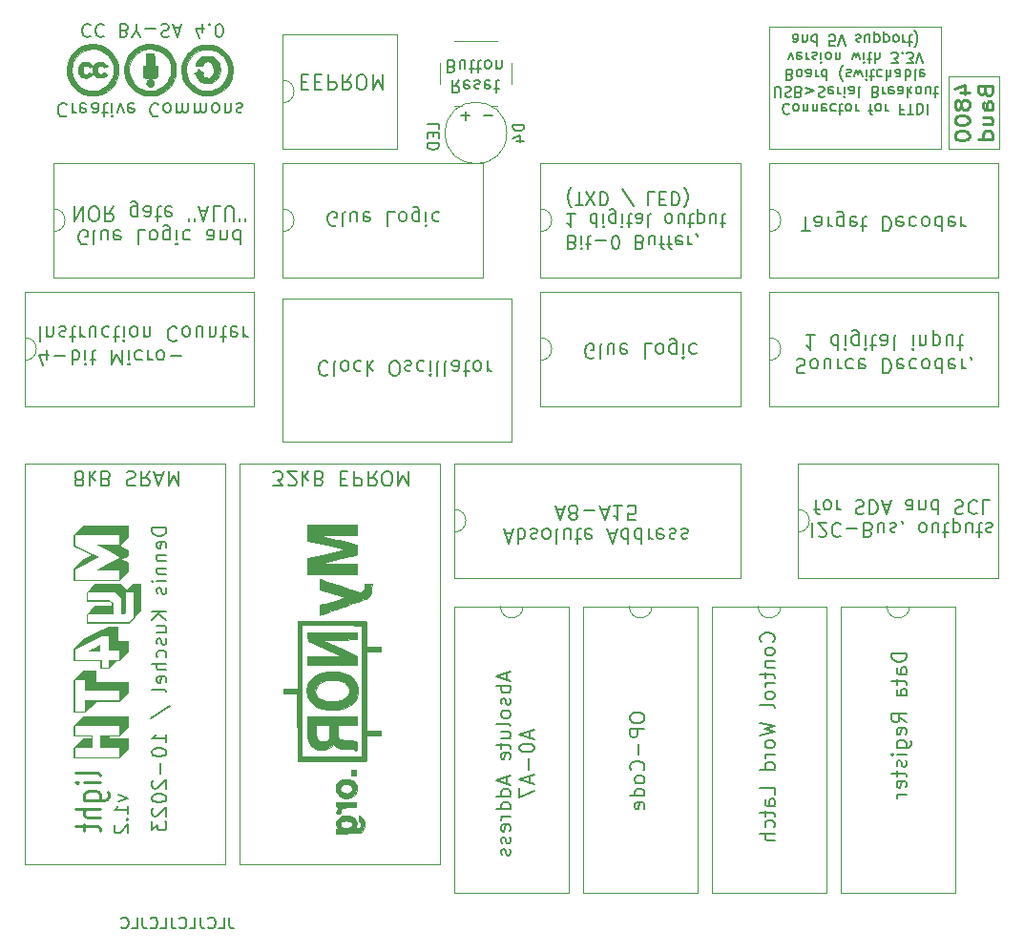
<source format=gbr>
G04 #@! TF.GenerationSoftware,KiCad,Pcbnew,7.0.9*
G04 #@! TF.CreationDate,2023-11-22T19:56:06+01:00*
G04 #@! TF.ProjectId,my4th-light,6d793474-682d-46c6-9967-68742e6b6963,rev?*
G04 #@! TF.SameCoordinates,Original*
G04 #@! TF.FileFunction,Legend,Bot*
G04 #@! TF.FilePolarity,Positive*
%FSLAX46Y46*%
G04 Gerber Fmt 4.6, Leading zero omitted, Abs format (unit mm)*
G04 Created by KiCad (PCBNEW 7.0.9) date 2023-11-22 19:56:06*
%MOMM*%
%LPD*%
G01*
G04 APERTURE LIST*
%ADD10C,0.120000*%
%ADD11C,0.190000*%
%ADD12C,0.150000*%
%ADD13C,0.180000*%
%ADD14C,0.280000*%
%ADD15C,0.220000*%
%ADD16C,0.160000*%
%ADD17C,0.010000*%
G04 APERTURE END LIST*
D10*
X189865000Y-97155000D02*
X200025000Y-97155000D01*
X167005000Y-97155000D02*
X177165000Y-97155000D01*
X194945000Y-75295000D02*
G75*
G03*
X194945000Y-73295000I0J1000000D01*
G01*
X151765000Y-56515000D02*
X161925000Y-56515000D01*
X211455000Y-122555000D02*
X201295000Y-122555000D01*
X197485000Y-84455000D02*
X215265000Y-84455000D01*
X167005000Y-94615000D02*
X167005000Y-84455000D01*
X215265000Y-69215000D02*
X215265000Y-79375000D01*
X161925000Y-46355000D02*
X161925000Y-56515000D01*
X194945000Y-67945000D02*
X194945000Y-57785000D01*
X215265000Y-94615000D02*
X197485000Y-94615000D01*
X151765000Y-63865000D02*
G75*
G03*
X151765000Y-61865000I0J1000000D01*
G01*
X147955000Y-120015000D02*
X147955000Y-84455000D01*
X174625000Y-69215000D02*
X192405000Y-69215000D01*
X169545000Y-67945000D02*
X151765000Y-67945000D01*
X215265000Y-67945000D02*
X194945000Y-67945000D01*
X188595000Y-122555000D02*
X178435000Y-122555000D01*
X210185000Y-56515000D02*
X194945000Y-56515000D01*
X201295000Y-97155000D02*
X211455000Y-97155000D01*
X174625000Y-63865000D02*
G75*
G03*
X174625000Y-61865000I0J1000000D01*
G01*
X128905000Y-84455000D02*
X146685000Y-84455000D01*
X131445000Y-67945000D02*
X131445000Y-57785000D01*
X149225000Y-79375000D02*
X128905000Y-79375000D01*
X189865000Y-122555000D02*
X189865000Y-97155000D01*
X194945000Y-63865000D02*
G75*
G03*
X194945000Y-61865000I0J1000000D01*
G01*
X174625000Y-67945000D02*
X174625000Y-57785000D01*
X211455000Y-97155000D02*
X211455000Y-122555000D01*
X210185000Y-45720000D02*
X210185000Y-56515000D01*
X131445000Y-63865000D02*
G75*
G03*
X131445000Y-61865000I0J1000000D01*
G01*
X182515000Y-97155000D02*
G75*
G03*
X184515000Y-97155000I1000000J0D01*
G01*
X192405000Y-94615000D02*
X167005000Y-94615000D01*
X170180000Y-52705000D02*
X170815000Y-52705000D01*
X205375000Y-97155000D02*
G75*
G03*
X207375000Y-97155000I1000000J0D01*
G01*
X172085000Y-69850000D02*
X172085000Y-82550000D01*
X151765000Y-57785000D02*
X169545000Y-57785000D01*
X215265000Y-84455000D02*
X215265000Y-94615000D01*
X177165000Y-122555000D02*
X167005000Y-122555000D01*
X167005000Y-90535000D02*
G75*
G03*
X167005000Y-88535000I0J1000000D01*
G01*
X147955000Y-84455000D02*
X165735000Y-84455000D01*
X192405000Y-67945000D02*
X174625000Y-67945000D01*
X215265000Y-57785000D02*
X215265000Y-67945000D01*
X194945000Y-69215000D02*
X194945000Y-79375000D01*
X194945000Y-45720000D02*
X210185000Y-45720000D01*
X128905000Y-75295000D02*
G75*
G03*
X128905000Y-73295000I0J1000000D01*
G01*
X194945000Y-56515000D02*
X194945000Y-45720000D01*
X149225000Y-57785000D02*
X149225000Y-67945000D01*
X167005000Y-52705000D02*
X167640000Y-52705000D01*
X178435000Y-122555000D02*
X178435000Y-97155000D01*
X128905000Y-69215000D02*
X149225000Y-69215000D01*
X201295000Y-122555000D02*
X201295000Y-97155000D01*
X165735000Y-120015000D02*
X147955000Y-120015000D01*
X149225000Y-67945000D02*
X131445000Y-67945000D01*
X167005000Y-46990000D02*
X170815000Y-46990000D01*
X167005000Y-122555000D02*
X167005000Y-97155000D01*
X151765000Y-52435000D02*
G75*
G03*
X151765000Y-50435000I0J1000000D01*
G01*
X194945000Y-57785000D02*
X215265000Y-57785000D01*
X177165000Y-97155000D02*
X177165000Y-122555000D01*
X197485000Y-94615000D02*
X197485000Y-84455000D01*
X165735000Y-48895000D02*
X165735000Y-50800000D01*
X172085000Y-48895000D02*
X172085000Y-50800000D01*
X151765000Y-67945000D02*
X151765000Y-57785000D01*
X192405000Y-69215000D02*
X192405000Y-79375000D01*
X174625000Y-79375000D02*
X174625000Y-69215000D01*
X194945000Y-69215000D02*
X215265000Y-69215000D01*
X178435000Y-97155000D02*
X188595000Y-97155000D01*
X167005000Y-84455000D02*
X192405000Y-84455000D01*
X174625000Y-57785000D02*
X192405000Y-57785000D01*
X210800000Y-50100000D02*
X215300000Y-50100000D01*
X215300000Y-56500000D01*
X210800000Y-56500000D01*
X210800000Y-50100000D01*
X128905000Y-120015000D02*
X128905000Y-84455000D01*
X146685000Y-120015000D02*
X128905000Y-120015000D01*
X172085000Y-82550000D02*
X151765000Y-82550000D01*
X192405000Y-79375000D02*
X174625000Y-79375000D01*
X171645664Y-55118000D02*
G75*
G03*
X171645664Y-55118000I-2735664J0D01*
G01*
X171085000Y-97155000D02*
G75*
G03*
X173085000Y-97155000I1000000J0D01*
G01*
X193945000Y-97155000D02*
G75*
G03*
X195945000Y-97155000I1000000J0D01*
G01*
X200025000Y-122555000D02*
X189865000Y-122555000D01*
X151765000Y-46355000D02*
X151765000Y-56515000D01*
X151765000Y-69850000D02*
X172085000Y-69850000D01*
X192405000Y-84455000D02*
X192405000Y-94615000D01*
X194945000Y-79375000D02*
X215265000Y-79375000D01*
X146685000Y-84455000D02*
X146685000Y-120015000D01*
X169545000Y-57785000D02*
X169545000Y-67945000D01*
X197485000Y-90535000D02*
G75*
G03*
X197485000Y-88535000I0J1000000D01*
G01*
X149225000Y-69215000D02*
X149225000Y-79375000D01*
X188595000Y-97155000D02*
X188595000Y-122555000D01*
X151765000Y-46355000D02*
X161925000Y-46355000D01*
X165735000Y-84455000D02*
X165735000Y-120015000D01*
X151765000Y-82550000D02*
X151765000Y-69850000D01*
X192405000Y-57785000D02*
X192405000Y-67945000D01*
X128905000Y-79375000D02*
X128905000Y-69215000D01*
X174625000Y-75295000D02*
G75*
G03*
X174625000Y-73295000I0J1000000D01*
G01*
X131445000Y-57785000D02*
X149225000Y-57785000D01*
X200025000Y-97155000D02*
X200025000Y-122555000D01*
D11*
X198753572Y-89729156D02*
X198753572Y-90979156D01*
X199289286Y-90860108D02*
X199348810Y-90919632D01*
X199348810Y-90919632D02*
X199467857Y-90979156D01*
X199467857Y-90979156D02*
X199765476Y-90979156D01*
X199765476Y-90979156D02*
X199884524Y-90919632D01*
X199884524Y-90919632D02*
X199944048Y-90860108D01*
X199944048Y-90860108D02*
X200003571Y-90741060D01*
X200003571Y-90741060D02*
X200003571Y-90622013D01*
X200003571Y-90622013D02*
X199944048Y-90443441D01*
X199944048Y-90443441D02*
X199229762Y-89729156D01*
X199229762Y-89729156D02*
X200003571Y-89729156D01*
X201253571Y-89848203D02*
X201194047Y-89788680D01*
X201194047Y-89788680D02*
X201015476Y-89729156D01*
X201015476Y-89729156D02*
X200896428Y-89729156D01*
X200896428Y-89729156D02*
X200717857Y-89788680D01*
X200717857Y-89788680D02*
X200598809Y-89907727D01*
X200598809Y-89907727D02*
X200539286Y-90026775D01*
X200539286Y-90026775D02*
X200479762Y-90264870D01*
X200479762Y-90264870D02*
X200479762Y-90443441D01*
X200479762Y-90443441D02*
X200539286Y-90681537D01*
X200539286Y-90681537D02*
X200598809Y-90800584D01*
X200598809Y-90800584D02*
X200717857Y-90919632D01*
X200717857Y-90919632D02*
X200896428Y-90979156D01*
X200896428Y-90979156D02*
X201015476Y-90979156D01*
X201015476Y-90979156D02*
X201194047Y-90919632D01*
X201194047Y-90919632D02*
X201253571Y-90860108D01*
X201789286Y-90205346D02*
X202741667Y-90205346D01*
X203753571Y-90383918D02*
X203932143Y-90324394D01*
X203932143Y-90324394D02*
X203991666Y-90264870D01*
X203991666Y-90264870D02*
X204051190Y-90145822D01*
X204051190Y-90145822D02*
X204051190Y-89967251D01*
X204051190Y-89967251D02*
X203991666Y-89848203D01*
X203991666Y-89848203D02*
X203932143Y-89788680D01*
X203932143Y-89788680D02*
X203813095Y-89729156D01*
X203813095Y-89729156D02*
X203336905Y-89729156D01*
X203336905Y-89729156D02*
X203336905Y-90979156D01*
X203336905Y-90979156D02*
X203753571Y-90979156D01*
X203753571Y-90979156D02*
X203872619Y-90919632D01*
X203872619Y-90919632D02*
X203932143Y-90860108D01*
X203932143Y-90860108D02*
X203991666Y-90741060D01*
X203991666Y-90741060D02*
X203991666Y-90622013D01*
X203991666Y-90622013D02*
X203932143Y-90502965D01*
X203932143Y-90502965D02*
X203872619Y-90443441D01*
X203872619Y-90443441D02*
X203753571Y-90383918D01*
X203753571Y-90383918D02*
X203336905Y-90383918D01*
X205122619Y-90562489D02*
X205122619Y-89729156D01*
X204586905Y-90562489D02*
X204586905Y-89907727D01*
X204586905Y-89907727D02*
X204646428Y-89788680D01*
X204646428Y-89788680D02*
X204765476Y-89729156D01*
X204765476Y-89729156D02*
X204944047Y-89729156D01*
X204944047Y-89729156D02*
X205063095Y-89788680D01*
X205063095Y-89788680D02*
X205122619Y-89848203D01*
X205658333Y-89788680D02*
X205777380Y-89729156D01*
X205777380Y-89729156D02*
X206015476Y-89729156D01*
X206015476Y-89729156D02*
X206134523Y-89788680D01*
X206134523Y-89788680D02*
X206194047Y-89907727D01*
X206194047Y-89907727D02*
X206194047Y-89967251D01*
X206194047Y-89967251D02*
X206134523Y-90086299D01*
X206134523Y-90086299D02*
X206015476Y-90145822D01*
X206015476Y-90145822D02*
X205836904Y-90145822D01*
X205836904Y-90145822D02*
X205717857Y-90205346D01*
X205717857Y-90205346D02*
X205658333Y-90324394D01*
X205658333Y-90324394D02*
X205658333Y-90383918D01*
X205658333Y-90383918D02*
X205717857Y-90502965D01*
X205717857Y-90502965D02*
X205836904Y-90562489D01*
X205836904Y-90562489D02*
X206015476Y-90562489D01*
X206015476Y-90562489D02*
X206134523Y-90502965D01*
X206789285Y-89788680D02*
X206789285Y-89729156D01*
X206789285Y-89729156D02*
X206729762Y-89610108D01*
X206729762Y-89610108D02*
X206670238Y-89550584D01*
X208455952Y-89729156D02*
X208336904Y-89788680D01*
X208336904Y-89788680D02*
X208277381Y-89848203D01*
X208277381Y-89848203D02*
X208217857Y-89967251D01*
X208217857Y-89967251D02*
X208217857Y-90324394D01*
X208217857Y-90324394D02*
X208277381Y-90443441D01*
X208277381Y-90443441D02*
X208336904Y-90502965D01*
X208336904Y-90502965D02*
X208455952Y-90562489D01*
X208455952Y-90562489D02*
X208634523Y-90562489D01*
X208634523Y-90562489D02*
X208753571Y-90502965D01*
X208753571Y-90502965D02*
X208813095Y-90443441D01*
X208813095Y-90443441D02*
X208872619Y-90324394D01*
X208872619Y-90324394D02*
X208872619Y-89967251D01*
X208872619Y-89967251D02*
X208813095Y-89848203D01*
X208813095Y-89848203D02*
X208753571Y-89788680D01*
X208753571Y-89788680D02*
X208634523Y-89729156D01*
X208634523Y-89729156D02*
X208455952Y-89729156D01*
X209944047Y-90562489D02*
X209944047Y-89729156D01*
X209408333Y-90562489D02*
X209408333Y-89907727D01*
X209408333Y-89907727D02*
X209467856Y-89788680D01*
X209467856Y-89788680D02*
X209586904Y-89729156D01*
X209586904Y-89729156D02*
X209765475Y-89729156D01*
X209765475Y-89729156D02*
X209884523Y-89788680D01*
X209884523Y-89788680D02*
X209944047Y-89848203D01*
X210360713Y-90562489D02*
X210836904Y-90562489D01*
X210539285Y-90979156D02*
X210539285Y-89907727D01*
X210539285Y-89907727D02*
X210598808Y-89788680D01*
X210598808Y-89788680D02*
X210717856Y-89729156D01*
X210717856Y-89729156D02*
X210836904Y-89729156D01*
X211253571Y-90562489D02*
X211253571Y-89312489D01*
X211253571Y-90502965D02*
X211372618Y-90562489D01*
X211372618Y-90562489D02*
X211610713Y-90562489D01*
X211610713Y-90562489D02*
X211729761Y-90502965D01*
X211729761Y-90502965D02*
X211789285Y-90443441D01*
X211789285Y-90443441D02*
X211848809Y-90324394D01*
X211848809Y-90324394D02*
X211848809Y-89967251D01*
X211848809Y-89967251D02*
X211789285Y-89848203D01*
X211789285Y-89848203D02*
X211729761Y-89788680D01*
X211729761Y-89788680D02*
X211610713Y-89729156D01*
X211610713Y-89729156D02*
X211372618Y-89729156D01*
X211372618Y-89729156D02*
X211253571Y-89788680D01*
X212920237Y-90562489D02*
X212920237Y-89729156D01*
X212384523Y-90562489D02*
X212384523Y-89907727D01*
X212384523Y-89907727D02*
X212444046Y-89788680D01*
X212444046Y-89788680D02*
X212563094Y-89729156D01*
X212563094Y-89729156D02*
X212741665Y-89729156D01*
X212741665Y-89729156D02*
X212860713Y-89788680D01*
X212860713Y-89788680D02*
X212920237Y-89848203D01*
X213336903Y-90562489D02*
X213813094Y-90562489D01*
X213515475Y-90979156D02*
X213515475Y-89907727D01*
X213515475Y-89907727D02*
X213574998Y-89788680D01*
X213574998Y-89788680D02*
X213694046Y-89729156D01*
X213694046Y-89729156D02*
X213813094Y-89729156D01*
X214170237Y-89788680D02*
X214289284Y-89729156D01*
X214289284Y-89729156D02*
X214527380Y-89729156D01*
X214527380Y-89729156D02*
X214646427Y-89788680D01*
X214646427Y-89788680D02*
X214705951Y-89907727D01*
X214705951Y-89907727D02*
X214705951Y-89967251D01*
X214705951Y-89967251D02*
X214646427Y-90086299D01*
X214646427Y-90086299D02*
X214527380Y-90145822D01*
X214527380Y-90145822D02*
X214348808Y-90145822D01*
X214348808Y-90145822D02*
X214229761Y-90205346D01*
X214229761Y-90205346D02*
X214170237Y-90324394D01*
X214170237Y-90324394D02*
X214170237Y-90383918D01*
X214170237Y-90383918D02*
X214229761Y-90502965D01*
X214229761Y-90502965D02*
X214348808Y-90562489D01*
X214348808Y-90562489D02*
X214527380Y-90562489D01*
X214527380Y-90562489D02*
X214646427Y-90502965D01*
X198902381Y-88549989D02*
X199378572Y-88549989D01*
X199080953Y-87716656D02*
X199080953Y-88788084D01*
X199080953Y-88788084D02*
X199140476Y-88907132D01*
X199140476Y-88907132D02*
X199259524Y-88966656D01*
X199259524Y-88966656D02*
X199378572Y-88966656D01*
X199973810Y-87716656D02*
X199854762Y-87776180D01*
X199854762Y-87776180D02*
X199795239Y-87835703D01*
X199795239Y-87835703D02*
X199735715Y-87954751D01*
X199735715Y-87954751D02*
X199735715Y-88311894D01*
X199735715Y-88311894D02*
X199795239Y-88430941D01*
X199795239Y-88430941D02*
X199854762Y-88490465D01*
X199854762Y-88490465D02*
X199973810Y-88549989D01*
X199973810Y-88549989D02*
X200152381Y-88549989D01*
X200152381Y-88549989D02*
X200271429Y-88490465D01*
X200271429Y-88490465D02*
X200330953Y-88430941D01*
X200330953Y-88430941D02*
X200390477Y-88311894D01*
X200390477Y-88311894D02*
X200390477Y-87954751D01*
X200390477Y-87954751D02*
X200330953Y-87835703D01*
X200330953Y-87835703D02*
X200271429Y-87776180D01*
X200271429Y-87776180D02*
X200152381Y-87716656D01*
X200152381Y-87716656D02*
X199973810Y-87716656D01*
X200926191Y-87716656D02*
X200926191Y-88549989D01*
X200926191Y-88311894D02*
X200985714Y-88430941D01*
X200985714Y-88430941D02*
X201045238Y-88490465D01*
X201045238Y-88490465D02*
X201164286Y-88549989D01*
X201164286Y-88549989D02*
X201283333Y-88549989D01*
X202592858Y-87776180D02*
X202771429Y-87716656D01*
X202771429Y-87716656D02*
X203069048Y-87716656D01*
X203069048Y-87716656D02*
X203188096Y-87776180D01*
X203188096Y-87776180D02*
X203247620Y-87835703D01*
X203247620Y-87835703D02*
X203307143Y-87954751D01*
X203307143Y-87954751D02*
X203307143Y-88073799D01*
X203307143Y-88073799D02*
X203247620Y-88192846D01*
X203247620Y-88192846D02*
X203188096Y-88252370D01*
X203188096Y-88252370D02*
X203069048Y-88311894D01*
X203069048Y-88311894D02*
X202830953Y-88371418D01*
X202830953Y-88371418D02*
X202711905Y-88430941D01*
X202711905Y-88430941D02*
X202652382Y-88490465D01*
X202652382Y-88490465D02*
X202592858Y-88609513D01*
X202592858Y-88609513D02*
X202592858Y-88728560D01*
X202592858Y-88728560D02*
X202652382Y-88847608D01*
X202652382Y-88847608D02*
X202711905Y-88907132D01*
X202711905Y-88907132D02*
X202830953Y-88966656D01*
X202830953Y-88966656D02*
X203128572Y-88966656D01*
X203128572Y-88966656D02*
X203307143Y-88907132D01*
X203842858Y-87716656D02*
X203842858Y-88966656D01*
X203842858Y-88966656D02*
X204140477Y-88966656D01*
X204140477Y-88966656D02*
X204319048Y-88907132D01*
X204319048Y-88907132D02*
X204438096Y-88788084D01*
X204438096Y-88788084D02*
X204497619Y-88669037D01*
X204497619Y-88669037D02*
X204557143Y-88430941D01*
X204557143Y-88430941D02*
X204557143Y-88252370D01*
X204557143Y-88252370D02*
X204497619Y-88014275D01*
X204497619Y-88014275D02*
X204438096Y-87895227D01*
X204438096Y-87895227D02*
X204319048Y-87776180D01*
X204319048Y-87776180D02*
X204140477Y-87716656D01*
X204140477Y-87716656D02*
X203842858Y-87716656D01*
X205033334Y-88073799D02*
X205628572Y-88073799D01*
X204914286Y-87716656D02*
X205330953Y-88966656D01*
X205330953Y-88966656D02*
X205747619Y-87716656D01*
X207652382Y-87716656D02*
X207652382Y-88371418D01*
X207652382Y-88371418D02*
X207592858Y-88490465D01*
X207592858Y-88490465D02*
X207473810Y-88549989D01*
X207473810Y-88549989D02*
X207235715Y-88549989D01*
X207235715Y-88549989D02*
X207116668Y-88490465D01*
X207652382Y-87776180D02*
X207533334Y-87716656D01*
X207533334Y-87716656D02*
X207235715Y-87716656D01*
X207235715Y-87716656D02*
X207116668Y-87776180D01*
X207116668Y-87776180D02*
X207057144Y-87895227D01*
X207057144Y-87895227D02*
X207057144Y-88014275D01*
X207057144Y-88014275D02*
X207116668Y-88133322D01*
X207116668Y-88133322D02*
X207235715Y-88192846D01*
X207235715Y-88192846D02*
X207533334Y-88192846D01*
X207533334Y-88192846D02*
X207652382Y-88252370D01*
X208247620Y-88549989D02*
X208247620Y-87716656D01*
X208247620Y-88430941D02*
X208307143Y-88490465D01*
X208307143Y-88490465D02*
X208426191Y-88549989D01*
X208426191Y-88549989D02*
X208604762Y-88549989D01*
X208604762Y-88549989D02*
X208723810Y-88490465D01*
X208723810Y-88490465D02*
X208783334Y-88371418D01*
X208783334Y-88371418D02*
X208783334Y-87716656D01*
X209914286Y-87716656D02*
X209914286Y-88966656D01*
X209914286Y-87776180D02*
X209795238Y-87716656D01*
X209795238Y-87716656D02*
X209557143Y-87716656D01*
X209557143Y-87716656D02*
X209438095Y-87776180D01*
X209438095Y-87776180D02*
X209378572Y-87835703D01*
X209378572Y-87835703D02*
X209319048Y-87954751D01*
X209319048Y-87954751D02*
X209319048Y-88311894D01*
X209319048Y-88311894D02*
X209378572Y-88430941D01*
X209378572Y-88430941D02*
X209438095Y-88490465D01*
X209438095Y-88490465D02*
X209557143Y-88549989D01*
X209557143Y-88549989D02*
X209795238Y-88549989D01*
X209795238Y-88549989D02*
X209914286Y-88490465D01*
X211402381Y-87776180D02*
X211580952Y-87716656D01*
X211580952Y-87716656D02*
X211878571Y-87716656D01*
X211878571Y-87716656D02*
X211997619Y-87776180D01*
X211997619Y-87776180D02*
X212057143Y-87835703D01*
X212057143Y-87835703D02*
X212116666Y-87954751D01*
X212116666Y-87954751D02*
X212116666Y-88073799D01*
X212116666Y-88073799D02*
X212057143Y-88192846D01*
X212057143Y-88192846D02*
X211997619Y-88252370D01*
X211997619Y-88252370D02*
X211878571Y-88311894D01*
X211878571Y-88311894D02*
X211640476Y-88371418D01*
X211640476Y-88371418D02*
X211521428Y-88430941D01*
X211521428Y-88430941D02*
X211461905Y-88490465D01*
X211461905Y-88490465D02*
X211402381Y-88609513D01*
X211402381Y-88609513D02*
X211402381Y-88728560D01*
X211402381Y-88728560D02*
X211461905Y-88847608D01*
X211461905Y-88847608D02*
X211521428Y-88907132D01*
X211521428Y-88907132D02*
X211640476Y-88966656D01*
X211640476Y-88966656D02*
X211938095Y-88966656D01*
X211938095Y-88966656D02*
X212116666Y-88907132D01*
X213366666Y-87835703D02*
X213307142Y-87776180D01*
X213307142Y-87776180D02*
X213128571Y-87716656D01*
X213128571Y-87716656D02*
X213009523Y-87716656D01*
X213009523Y-87716656D02*
X212830952Y-87776180D01*
X212830952Y-87776180D02*
X212711904Y-87895227D01*
X212711904Y-87895227D02*
X212652381Y-88014275D01*
X212652381Y-88014275D02*
X212592857Y-88252370D01*
X212592857Y-88252370D02*
X212592857Y-88430941D01*
X212592857Y-88430941D02*
X212652381Y-88669037D01*
X212652381Y-88669037D02*
X212711904Y-88788084D01*
X212711904Y-88788084D02*
X212830952Y-88907132D01*
X212830952Y-88907132D02*
X213009523Y-88966656D01*
X213009523Y-88966656D02*
X213128571Y-88966656D01*
X213128571Y-88966656D02*
X213307142Y-88907132D01*
X213307142Y-88907132D02*
X213366666Y-88847608D01*
X214497619Y-87716656D02*
X213902381Y-87716656D01*
X213902381Y-87716656D02*
X213902381Y-88966656D01*
D12*
X147027706Y-124726819D02*
X147027706Y-125441104D01*
X147027706Y-125441104D02*
X147075325Y-125583961D01*
X147075325Y-125583961D02*
X147170563Y-125679200D01*
X147170563Y-125679200D02*
X147313420Y-125726819D01*
X147313420Y-125726819D02*
X147408658Y-125726819D01*
X146075325Y-125726819D02*
X146551515Y-125726819D01*
X146551515Y-125726819D02*
X146551515Y-124726819D01*
X145170563Y-125631580D02*
X145218182Y-125679200D01*
X145218182Y-125679200D02*
X145361039Y-125726819D01*
X145361039Y-125726819D02*
X145456277Y-125726819D01*
X145456277Y-125726819D02*
X145599134Y-125679200D01*
X145599134Y-125679200D02*
X145694372Y-125583961D01*
X145694372Y-125583961D02*
X145741991Y-125488723D01*
X145741991Y-125488723D02*
X145789610Y-125298247D01*
X145789610Y-125298247D02*
X145789610Y-125155390D01*
X145789610Y-125155390D02*
X145741991Y-124964914D01*
X145741991Y-124964914D02*
X145694372Y-124869676D01*
X145694372Y-124869676D02*
X145599134Y-124774438D01*
X145599134Y-124774438D02*
X145456277Y-124726819D01*
X145456277Y-124726819D02*
X145361039Y-124726819D01*
X145361039Y-124726819D02*
X145218182Y-124774438D01*
X145218182Y-124774438D02*
X145170563Y-124822057D01*
X144456277Y-124726819D02*
X144456277Y-125441104D01*
X144456277Y-125441104D02*
X144503896Y-125583961D01*
X144503896Y-125583961D02*
X144599134Y-125679200D01*
X144599134Y-125679200D02*
X144741991Y-125726819D01*
X144741991Y-125726819D02*
X144837229Y-125726819D01*
X143503896Y-125726819D02*
X143980086Y-125726819D01*
X143980086Y-125726819D02*
X143980086Y-124726819D01*
X142599134Y-125631580D02*
X142646753Y-125679200D01*
X142646753Y-125679200D02*
X142789610Y-125726819D01*
X142789610Y-125726819D02*
X142884848Y-125726819D01*
X142884848Y-125726819D02*
X143027705Y-125679200D01*
X143027705Y-125679200D02*
X143122943Y-125583961D01*
X143122943Y-125583961D02*
X143170562Y-125488723D01*
X143170562Y-125488723D02*
X143218181Y-125298247D01*
X143218181Y-125298247D02*
X143218181Y-125155390D01*
X143218181Y-125155390D02*
X143170562Y-124964914D01*
X143170562Y-124964914D02*
X143122943Y-124869676D01*
X143122943Y-124869676D02*
X143027705Y-124774438D01*
X143027705Y-124774438D02*
X142884848Y-124726819D01*
X142884848Y-124726819D02*
X142789610Y-124726819D01*
X142789610Y-124726819D02*
X142646753Y-124774438D01*
X142646753Y-124774438D02*
X142599134Y-124822057D01*
X141884848Y-124726819D02*
X141884848Y-125441104D01*
X141884848Y-125441104D02*
X141932467Y-125583961D01*
X141932467Y-125583961D02*
X142027705Y-125679200D01*
X142027705Y-125679200D02*
X142170562Y-125726819D01*
X142170562Y-125726819D02*
X142265800Y-125726819D01*
X140932467Y-125726819D02*
X141408657Y-125726819D01*
X141408657Y-125726819D02*
X141408657Y-124726819D01*
X140027705Y-125631580D02*
X140075324Y-125679200D01*
X140075324Y-125679200D02*
X140218181Y-125726819D01*
X140218181Y-125726819D02*
X140313419Y-125726819D01*
X140313419Y-125726819D02*
X140456276Y-125679200D01*
X140456276Y-125679200D02*
X140551514Y-125583961D01*
X140551514Y-125583961D02*
X140599133Y-125488723D01*
X140599133Y-125488723D02*
X140646752Y-125298247D01*
X140646752Y-125298247D02*
X140646752Y-125155390D01*
X140646752Y-125155390D02*
X140599133Y-124964914D01*
X140599133Y-124964914D02*
X140551514Y-124869676D01*
X140551514Y-124869676D02*
X140456276Y-124774438D01*
X140456276Y-124774438D02*
X140313419Y-124726819D01*
X140313419Y-124726819D02*
X140218181Y-124726819D01*
X140218181Y-124726819D02*
X140075324Y-124774438D01*
X140075324Y-124774438D02*
X140027705Y-124822057D01*
X139313419Y-124726819D02*
X139313419Y-125441104D01*
X139313419Y-125441104D02*
X139361038Y-125583961D01*
X139361038Y-125583961D02*
X139456276Y-125679200D01*
X139456276Y-125679200D02*
X139599133Y-125726819D01*
X139599133Y-125726819D02*
X139694371Y-125726819D01*
X138361038Y-125726819D02*
X138837228Y-125726819D01*
X138837228Y-125726819D02*
X138837228Y-124726819D01*
X137456276Y-125631580D02*
X137503895Y-125679200D01*
X137503895Y-125679200D02*
X137646752Y-125726819D01*
X137646752Y-125726819D02*
X137741990Y-125726819D01*
X137741990Y-125726819D02*
X137884847Y-125679200D01*
X137884847Y-125679200D02*
X137980085Y-125583961D01*
X137980085Y-125583961D02*
X138027704Y-125488723D01*
X138027704Y-125488723D02*
X138075323Y-125298247D01*
X138075323Y-125298247D02*
X138075323Y-125155390D01*
X138075323Y-125155390D02*
X138027704Y-124964914D01*
X138027704Y-124964914D02*
X137980085Y-124869676D01*
X137980085Y-124869676D02*
X137884847Y-124774438D01*
X137884847Y-124774438D02*
X137741990Y-124726819D01*
X137741990Y-124726819D02*
X137646752Y-124726819D01*
X137646752Y-124726819D02*
X137503895Y-124774438D01*
X137503895Y-124774438D02*
X137456276Y-124822057D01*
D11*
X179305477Y-75067070D02*
X179181667Y-75128975D01*
X179181667Y-75128975D02*
X178995953Y-75128975D01*
X178995953Y-75128975D02*
X178810239Y-75067070D01*
X178810239Y-75067070D02*
X178686429Y-74943260D01*
X178686429Y-74943260D02*
X178624524Y-74819451D01*
X178624524Y-74819451D02*
X178562620Y-74571832D01*
X178562620Y-74571832D02*
X178562620Y-74386118D01*
X178562620Y-74386118D02*
X178624524Y-74138499D01*
X178624524Y-74138499D02*
X178686429Y-74014689D01*
X178686429Y-74014689D02*
X178810239Y-73890880D01*
X178810239Y-73890880D02*
X178995953Y-73828975D01*
X178995953Y-73828975D02*
X179119762Y-73828975D01*
X179119762Y-73828975D02*
X179305477Y-73890880D01*
X179305477Y-73890880D02*
X179367381Y-73952784D01*
X179367381Y-73952784D02*
X179367381Y-74386118D01*
X179367381Y-74386118D02*
X179119762Y-74386118D01*
X180110239Y-73828975D02*
X179986429Y-73890880D01*
X179986429Y-73890880D02*
X179924524Y-74014689D01*
X179924524Y-74014689D02*
X179924524Y-75128975D01*
X181162619Y-74695641D02*
X181162619Y-73828975D01*
X180605476Y-74695641D02*
X180605476Y-74014689D01*
X180605476Y-74014689D02*
X180667381Y-73890880D01*
X180667381Y-73890880D02*
X180791191Y-73828975D01*
X180791191Y-73828975D02*
X180976905Y-73828975D01*
X180976905Y-73828975D02*
X181100714Y-73890880D01*
X181100714Y-73890880D02*
X181162619Y-73952784D01*
X182276904Y-73890880D02*
X182153095Y-73828975D01*
X182153095Y-73828975D02*
X181905476Y-73828975D01*
X181905476Y-73828975D02*
X181781666Y-73890880D01*
X181781666Y-73890880D02*
X181719762Y-74014689D01*
X181719762Y-74014689D02*
X181719762Y-74509927D01*
X181719762Y-74509927D02*
X181781666Y-74633737D01*
X181781666Y-74633737D02*
X181905476Y-74695641D01*
X181905476Y-74695641D02*
X182153095Y-74695641D01*
X182153095Y-74695641D02*
X182276904Y-74633737D01*
X182276904Y-74633737D02*
X182338809Y-74509927D01*
X182338809Y-74509927D02*
X182338809Y-74386118D01*
X182338809Y-74386118D02*
X181719762Y-74262308D01*
X184505476Y-73828975D02*
X183886428Y-73828975D01*
X183886428Y-73828975D02*
X183886428Y-75128975D01*
X185124524Y-73828975D02*
X185000714Y-73890880D01*
X185000714Y-73890880D02*
X184938809Y-73952784D01*
X184938809Y-73952784D02*
X184876905Y-74076594D01*
X184876905Y-74076594D02*
X184876905Y-74448022D01*
X184876905Y-74448022D02*
X184938809Y-74571832D01*
X184938809Y-74571832D02*
X185000714Y-74633737D01*
X185000714Y-74633737D02*
X185124524Y-74695641D01*
X185124524Y-74695641D02*
X185310238Y-74695641D01*
X185310238Y-74695641D02*
X185434047Y-74633737D01*
X185434047Y-74633737D02*
X185495952Y-74571832D01*
X185495952Y-74571832D02*
X185557857Y-74448022D01*
X185557857Y-74448022D02*
X185557857Y-74076594D01*
X185557857Y-74076594D02*
X185495952Y-73952784D01*
X185495952Y-73952784D02*
X185434047Y-73890880D01*
X185434047Y-73890880D02*
X185310238Y-73828975D01*
X185310238Y-73828975D02*
X185124524Y-73828975D01*
X186672142Y-74695641D02*
X186672142Y-73643260D01*
X186672142Y-73643260D02*
X186610237Y-73519451D01*
X186610237Y-73519451D02*
X186548333Y-73457546D01*
X186548333Y-73457546D02*
X186424523Y-73395641D01*
X186424523Y-73395641D02*
X186238809Y-73395641D01*
X186238809Y-73395641D02*
X186114999Y-73457546D01*
X186672142Y-73890880D02*
X186548333Y-73828975D01*
X186548333Y-73828975D02*
X186300714Y-73828975D01*
X186300714Y-73828975D02*
X186176904Y-73890880D01*
X186176904Y-73890880D02*
X186114999Y-73952784D01*
X186114999Y-73952784D02*
X186053095Y-74076594D01*
X186053095Y-74076594D02*
X186053095Y-74448022D01*
X186053095Y-74448022D02*
X186114999Y-74571832D01*
X186114999Y-74571832D02*
X186176904Y-74633737D01*
X186176904Y-74633737D02*
X186300714Y-74695641D01*
X186300714Y-74695641D02*
X186548333Y-74695641D01*
X186548333Y-74695641D02*
X186672142Y-74633737D01*
X187291189Y-73828975D02*
X187291189Y-74695641D01*
X187291189Y-75128975D02*
X187229285Y-75067070D01*
X187229285Y-75067070D02*
X187291189Y-75005165D01*
X187291189Y-75005165D02*
X187353094Y-75067070D01*
X187353094Y-75067070D02*
X187291189Y-75128975D01*
X187291189Y-75128975D02*
X187291189Y-75005165D01*
X188467380Y-73890880D02*
X188343571Y-73828975D01*
X188343571Y-73828975D02*
X188095952Y-73828975D01*
X188095952Y-73828975D02*
X187972142Y-73890880D01*
X187972142Y-73890880D02*
X187910237Y-73952784D01*
X187910237Y-73952784D02*
X187848333Y-74076594D01*
X187848333Y-74076594D02*
X187848333Y-74448022D01*
X187848333Y-74448022D02*
X187910237Y-74571832D01*
X187910237Y-74571832D02*
X187972142Y-74633737D01*
X187972142Y-74633737D02*
X188095952Y-74695641D01*
X188095952Y-74695641D02*
X188343571Y-74695641D01*
X188343571Y-74695641D02*
X188467380Y-74633737D01*
X141436024Y-90150523D02*
X140136024Y-90150523D01*
X140136024Y-90150523D02*
X140136024Y-90460047D01*
X140136024Y-90460047D02*
X140197929Y-90645761D01*
X140197929Y-90645761D02*
X140321739Y-90769571D01*
X140321739Y-90769571D02*
X140445548Y-90831476D01*
X140445548Y-90831476D02*
X140693167Y-90893380D01*
X140693167Y-90893380D02*
X140878881Y-90893380D01*
X140878881Y-90893380D02*
X141126500Y-90831476D01*
X141126500Y-90831476D02*
X141250310Y-90769571D01*
X141250310Y-90769571D02*
X141374120Y-90645761D01*
X141374120Y-90645761D02*
X141436024Y-90460047D01*
X141436024Y-90460047D02*
X141436024Y-90150523D01*
X141374120Y-91945761D02*
X141436024Y-91821952D01*
X141436024Y-91821952D02*
X141436024Y-91574333D01*
X141436024Y-91574333D02*
X141374120Y-91450523D01*
X141374120Y-91450523D02*
X141250310Y-91388619D01*
X141250310Y-91388619D02*
X140755072Y-91388619D01*
X140755072Y-91388619D02*
X140631262Y-91450523D01*
X140631262Y-91450523D02*
X140569358Y-91574333D01*
X140569358Y-91574333D02*
X140569358Y-91821952D01*
X140569358Y-91821952D02*
X140631262Y-91945761D01*
X140631262Y-91945761D02*
X140755072Y-92007666D01*
X140755072Y-92007666D02*
X140878881Y-92007666D01*
X140878881Y-92007666D02*
X141002691Y-91388619D01*
X140569358Y-92564809D02*
X141436024Y-92564809D01*
X140693167Y-92564809D02*
X140631262Y-92626714D01*
X140631262Y-92626714D02*
X140569358Y-92750524D01*
X140569358Y-92750524D02*
X140569358Y-92936238D01*
X140569358Y-92936238D02*
X140631262Y-93060047D01*
X140631262Y-93060047D02*
X140755072Y-93121952D01*
X140755072Y-93121952D02*
X141436024Y-93121952D01*
X140569358Y-93740999D02*
X141436024Y-93740999D01*
X140693167Y-93740999D02*
X140631262Y-93802904D01*
X140631262Y-93802904D02*
X140569358Y-93926714D01*
X140569358Y-93926714D02*
X140569358Y-94112428D01*
X140569358Y-94112428D02*
X140631262Y-94236237D01*
X140631262Y-94236237D02*
X140755072Y-94298142D01*
X140755072Y-94298142D02*
X141436024Y-94298142D01*
X141436024Y-94917189D02*
X140569358Y-94917189D01*
X140136024Y-94917189D02*
X140197929Y-94855285D01*
X140197929Y-94855285D02*
X140259834Y-94917189D01*
X140259834Y-94917189D02*
X140197929Y-94979094D01*
X140197929Y-94979094D02*
X140136024Y-94917189D01*
X140136024Y-94917189D02*
X140259834Y-94917189D01*
X141374120Y-95474333D02*
X141436024Y-95598142D01*
X141436024Y-95598142D02*
X141436024Y-95845761D01*
X141436024Y-95845761D02*
X141374120Y-95969571D01*
X141374120Y-95969571D02*
X141250310Y-96031475D01*
X141250310Y-96031475D02*
X141188405Y-96031475D01*
X141188405Y-96031475D02*
X141064596Y-95969571D01*
X141064596Y-95969571D02*
X141002691Y-95845761D01*
X141002691Y-95845761D02*
X141002691Y-95660047D01*
X141002691Y-95660047D02*
X140940786Y-95536237D01*
X140940786Y-95536237D02*
X140816977Y-95474333D01*
X140816977Y-95474333D02*
X140755072Y-95474333D01*
X140755072Y-95474333D02*
X140631262Y-95536237D01*
X140631262Y-95536237D02*
X140569358Y-95660047D01*
X140569358Y-95660047D02*
X140569358Y-95845761D01*
X140569358Y-95845761D02*
X140631262Y-95969571D01*
X141436024Y-97579094D02*
X140136024Y-97579094D01*
X141436024Y-98321951D02*
X140693167Y-97764809D01*
X140136024Y-98321951D02*
X140878881Y-97579094D01*
X140569358Y-99436237D02*
X141436024Y-99436237D01*
X140569358Y-98879094D02*
X141250310Y-98879094D01*
X141250310Y-98879094D02*
X141374120Y-98940999D01*
X141374120Y-98940999D02*
X141436024Y-99064809D01*
X141436024Y-99064809D02*
X141436024Y-99250523D01*
X141436024Y-99250523D02*
X141374120Y-99374332D01*
X141374120Y-99374332D02*
X141312215Y-99436237D01*
X141374120Y-99993380D02*
X141436024Y-100117189D01*
X141436024Y-100117189D02*
X141436024Y-100364808D01*
X141436024Y-100364808D02*
X141374120Y-100488618D01*
X141374120Y-100488618D02*
X141250310Y-100550522D01*
X141250310Y-100550522D02*
X141188405Y-100550522D01*
X141188405Y-100550522D02*
X141064596Y-100488618D01*
X141064596Y-100488618D02*
X141002691Y-100364808D01*
X141002691Y-100364808D02*
X141002691Y-100179094D01*
X141002691Y-100179094D02*
X140940786Y-100055284D01*
X140940786Y-100055284D02*
X140816977Y-99993380D01*
X140816977Y-99993380D02*
X140755072Y-99993380D01*
X140755072Y-99993380D02*
X140631262Y-100055284D01*
X140631262Y-100055284D02*
X140569358Y-100179094D01*
X140569358Y-100179094D02*
X140569358Y-100364808D01*
X140569358Y-100364808D02*
X140631262Y-100488618D01*
X141374120Y-101664808D02*
X141436024Y-101540999D01*
X141436024Y-101540999D02*
X141436024Y-101293380D01*
X141436024Y-101293380D02*
X141374120Y-101169570D01*
X141374120Y-101169570D02*
X141312215Y-101107665D01*
X141312215Y-101107665D02*
X141188405Y-101045761D01*
X141188405Y-101045761D02*
X140816977Y-101045761D01*
X140816977Y-101045761D02*
X140693167Y-101107665D01*
X140693167Y-101107665D02*
X140631262Y-101169570D01*
X140631262Y-101169570D02*
X140569358Y-101293380D01*
X140569358Y-101293380D02*
X140569358Y-101540999D01*
X140569358Y-101540999D02*
X140631262Y-101664808D01*
X141436024Y-102221951D02*
X140136024Y-102221951D01*
X141436024Y-102779094D02*
X140755072Y-102779094D01*
X140755072Y-102779094D02*
X140631262Y-102717189D01*
X140631262Y-102717189D02*
X140569358Y-102593380D01*
X140569358Y-102593380D02*
X140569358Y-102407666D01*
X140569358Y-102407666D02*
X140631262Y-102283856D01*
X140631262Y-102283856D02*
X140693167Y-102221951D01*
X141374120Y-103893379D02*
X141436024Y-103769570D01*
X141436024Y-103769570D02*
X141436024Y-103521951D01*
X141436024Y-103521951D02*
X141374120Y-103398141D01*
X141374120Y-103398141D02*
X141250310Y-103336237D01*
X141250310Y-103336237D02*
X140755072Y-103336237D01*
X140755072Y-103336237D02*
X140631262Y-103398141D01*
X140631262Y-103398141D02*
X140569358Y-103521951D01*
X140569358Y-103521951D02*
X140569358Y-103769570D01*
X140569358Y-103769570D02*
X140631262Y-103893379D01*
X140631262Y-103893379D02*
X140755072Y-103955284D01*
X140755072Y-103955284D02*
X140878881Y-103955284D01*
X140878881Y-103955284D02*
X141002691Y-103336237D01*
X141436024Y-104698142D02*
X141374120Y-104574332D01*
X141374120Y-104574332D02*
X141250310Y-104512427D01*
X141250310Y-104512427D02*
X140136024Y-104512427D01*
X140074120Y-107112427D02*
X141745548Y-105998141D01*
X141436024Y-109217189D02*
X141436024Y-108474332D01*
X141436024Y-108845760D02*
X140136024Y-108845760D01*
X140136024Y-108845760D02*
X140321739Y-108721951D01*
X140321739Y-108721951D02*
X140445548Y-108598141D01*
X140445548Y-108598141D02*
X140507453Y-108474332D01*
X140136024Y-110021950D02*
X140136024Y-110145760D01*
X140136024Y-110145760D02*
X140197929Y-110269569D01*
X140197929Y-110269569D02*
X140259834Y-110331474D01*
X140259834Y-110331474D02*
X140383643Y-110393379D01*
X140383643Y-110393379D02*
X140631262Y-110455284D01*
X140631262Y-110455284D02*
X140940786Y-110455284D01*
X140940786Y-110455284D02*
X141188405Y-110393379D01*
X141188405Y-110393379D02*
X141312215Y-110331474D01*
X141312215Y-110331474D02*
X141374120Y-110269569D01*
X141374120Y-110269569D02*
X141436024Y-110145760D01*
X141436024Y-110145760D02*
X141436024Y-110021950D01*
X141436024Y-110021950D02*
X141374120Y-109898141D01*
X141374120Y-109898141D02*
X141312215Y-109836236D01*
X141312215Y-109836236D02*
X141188405Y-109774331D01*
X141188405Y-109774331D02*
X140940786Y-109712427D01*
X140940786Y-109712427D02*
X140631262Y-109712427D01*
X140631262Y-109712427D02*
X140383643Y-109774331D01*
X140383643Y-109774331D02*
X140259834Y-109836236D01*
X140259834Y-109836236D02*
X140197929Y-109898141D01*
X140197929Y-109898141D02*
X140136024Y-110021950D01*
X140940786Y-111012426D02*
X140940786Y-112002903D01*
X140259834Y-112560046D02*
X140197929Y-112621950D01*
X140197929Y-112621950D02*
X140136024Y-112745760D01*
X140136024Y-112745760D02*
X140136024Y-113055284D01*
X140136024Y-113055284D02*
X140197929Y-113179093D01*
X140197929Y-113179093D02*
X140259834Y-113240998D01*
X140259834Y-113240998D02*
X140383643Y-113302903D01*
X140383643Y-113302903D02*
X140507453Y-113302903D01*
X140507453Y-113302903D02*
X140693167Y-113240998D01*
X140693167Y-113240998D02*
X141436024Y-112498141D01*
X141436024Y-112498141D02*
X141436024Y-113302903D01*
X140136024Y-114107664D02*
X140136024Y-114231474D01*
X140136024Y-114231474D02*
X140197929Y-114355283D01*
X140197929Y-114355283D02*
X140259834Y-114417188D01*
X140259834Y-114417188D02*
X140383643Y-114479093D01*
X140383643Y-114479093D02*
X140631262Y-114540998D01*
X140631262Y-114540998D02*
X140940786Y-114540998D01*
X140940786Y-114540998D02*
X141188405Y-114479093D01*
X141188405Y-114479093D02*
X141312215Y-114417188D01*
X141312215Y-114417188D02*
X141374120Y-114355283D01*
X141374120Y-114355283D02*
X141436024Y-114231474D01*
X141436024Y-114231474D02*
X141436024Y-114107664D01*
X141436024Y-114107664D02*
X141374120Y-113983855D01*
X141374120Y-113983855D02*
X141312215Y-113921950D01*
X141312215Y-113921950D02*
X141188405Y-113860045D01*
X141188405Y-113860045D02*
X140940786Y-113798141D01*
X140940786Y-113798141D02*
X140631262Y-113798141D01*
X140631262Y-113798141D02*
X140383643Y-113860045D01*
X140383643Y-113860045D02*
X140259834Y-113921950D01*
X140259834Y-113921950D02*
X140197929Y-113983855D01*
X140197929Y-113983855D02*
X140136024Y-114107664D01*
X140259834Y-115036236D02*
X140197929Y-115098140D01*
X140197929Y-115098140D02*
X140136024Y-115221950D01*
X140136024Y-115221950D02*
X140136024Y-115531474D01*
X140136024Y-115531474D02*
X140197929Y-115655283D01*
X140197929Y-115655283D02*
X140259834Y-115717188D01*
X140259834Y-115717188D02*
X140383643Y-115779093D01*
X140383643Y-115779093D02*
X140507453Y-115779093D01*
X140507453Y-115779093D02*
X140693167Y-115717188D01*
X140693167Y-115717188D02*
X141436024Y-114974331D01*
X141436024Y-114974331D02*
X141436024Y-115779093D01*
X140136024Y-116212426D02*
X140136024Y-117017188D01*
X140136024Y-117017188D02*
X140631262Y-116583854D01*
X140631262Y-116583854D02*
X140631262Y-116769569D01*
X140631262Y-116769569D02*
X140693167Y-116893378D01*
X140693167Y-116893378D02*
X140755072Y-116955283D01*
X140755072Y-116955283D02*
X140878881Y-117017188D01*
X140878881Y-117017188D02*
X141188405Y-117017188D01*
X141188405Y-117017188D02*
X141312215Y-116955283D01*
X141312215Y-116955283D02*
X141374120Y-116893378D01*
X141374120Y-116893378D02*
X141436024Y-116769569D01*
X141436024Y-116769569D02*
X141436024Y-116398140D01*
X141436024Y-116398140D02*
X141374120Y-116274331D01*
X141374120Y-116274331D02*
X141312215Y-116212426D01*
D12*
X196697142Y-52611338D02*
X196652856Y-52566100D01*
X196652856Y-52566100D02*
X196519999Y-52520861D01*
X196519999Y-52520861D02*
X196431427Y-52520861D01*
X196431427Y-52520861D02*
X196298570Y-52566100D01*
X196298570Y-52566100D02*
X196209999Y-52656576D01*
X196209999Y-52656576D02*
X196165713Y-52747052D01*
X196165713Y-52747052D02*
X196121427Y-52928004D01*
X196121427Y-52928004D02*
X196121427Y-53063719D01*
X196121427Y-53063719D02*
X196165713Y-53244671D01*
X196165713Y-53244671D02*
X196209999Y-53335147D01*
X196209999Y-53335147D02*
X196298570Y-53425623D01*
X196298570Y-53425623D02*
X196431427Y-53470861D01*
X196431427Y-53470861D02*
X196519999Y-53470861D01*
X196519999Y-53470861D02*
X196652856Y-53425623D01*
X196652856Y-53425623D02*
X196697142Y-53380385D01*
X197228570Y-52520861D02*
X197139999Y-52566100D01*
X197139999Y-52566100D02*
X197095713Y-52611338D01*
X197095713Y-52611338D02*
X197051427Y-52701814D01*
X197051427Y-52701814D02*
X197051427Y-52973242D01*
X197051427Y-52973242D02*
X197095713Y-53063719D01*
X197095713Y-53063719D02*
X197139999Y-53108957D01*
X197139999Y-53108957D02*
X197228570Y-53154195D01*
X197228570Y-53154195D02*
X197361427Y-53154195D01*
X197361427Y-53154195D02*
X197449999Y-53108957D01*
X197449999Y-53108957D02*
X197494285Y-53063719D01*
X197494285Y-53063719D02*
X197538570Y-52973242D01*
X197538570Y-52973242D02*
X197538570Y-52701814D01*
X197538570Y-52701814D02*
X197494285Y-52611338D01*
X197494285Y-52611338D02*
X197449999Y-52566100D01*
X197449999Y-52566100D02*
X197361427Y-52520861D01*
X197361427Y-52520861D02*
X197228570Y-52520861D01*
X197937142Y-53154195D02*
X197937142Y-52520861D01*
X197937142Y-53063719D02*
X197981428Y-53108957D01*
X197981428Y-53108957D02*
X198069999Y-53154195D01*
X198069999Y-53154195D02*
X198202856Y-53154195D01*
X198202856Y-53154195D02*
X198291428Y-53108957D01*
X198291428Y-53108957D02*
X198335714Y-53018480D01*
X198335714Y-53018480D02*
X198335714Y-52520861D01*
X198778571Y-53154195D02*
X198778571Y-52520861D01*
X198778571Y-53063719D02*
X198822857Y-53108957D01*
X198822857Y-53108957D02*
X198911428Y-53154195D01*
X198911428Y-53154195D02*
X199044285Y-53154195D01*
X199044285Y-53154195D02*
X199132857Y-53108957D01*
X199132857Y-53108957D02*
X199177143Y-53018480D01*
X199177143Y-53018480D02*
X199177143Y-52520861D01*
X199974286Y-52566100D02*
X199885714Y-52520861D01*
X199885714Y-52520861D02*
X199708572Y-52520861D01*
X199708572Y-52520861D02*
X199620000Y-52566100D01*
X199620000Y-52566100D02*
X199575714Y-52656576D01*
X199575714Y-52656576D02*
X199575714Y-53018480D01*
X199575714Y-53018480D02*
X199620000Y-53108957D01*
X199620000Y-53108957D02*
X199708572Y-53154195D01*
X199708572Y-53154195D02*
X199885714Y-53154195D01*
X199885714Y-53154195D02*
X199974286Y-53108957D01*
X199974286Y-53108957D02*
X200018572Y-53018480D01*
X200018572Y-53018480D02*
X200018572Y-52928004D01*
X200018572Y-52928004D02*
X199575714Y-52837528D01*
X200815715Y-52566100D02*
X200727143Y-52520861D01*
X200727143Y-52520861D02*
X200550000Y-52520861D01*
X200550000Y-52520861D02*
X200461429Y-52566100D01*
X200461429Y-52566100D02*
X200417143Y-52611338D01*
X200417143Y-52611338D02*
X200372857Y-52701814D01*
X200372857Y-52701814D02*
X200372857Y-52973242D01*
X200372857Y-52973242D02*
X200417143Y-53063719D01*
X200417143Y-53063719D02*
X200461429Y-53108957D01*
X200461429Y-53108957D02*
X200550000Y-53154195D01*
X200550000Y-53154195D02*
X200727143Y-53154195D01*
X200727143Y-53154195D02*
X200815715Y-53108957D01*
X201081429Y-53154195D02*
X201435715Y-53154195D01*
X201214286Y-53470861D02*
X201214286Y-52656576D01*
X201214286Y-52656576D02*
X201258572Y-52566100D01*
X201258572Y-52566100D02*
X201347143Y-52520861D01*
X201347143Y-52520861D02*
X201435715Y-52520861D01*
X201878572Y-52520861D02*
X201790001Y-52566100D01*
X201790001Y-52566100D02*
X201745715Y-52611338D01*
X201745715Y-52611338D02*
X201701429Y-52701814D01*
X201701429Y-52701814D02*
X201701429Y-52973242D01*
X201701429Y-52973242D02*
X201745715Y-53063719D01*
X201745715Y-53063719D02*
X201790001Y-53108957D01*
X201790001Y-53108957D02*
X201878572Y-53154195D01*
X201878572Y-53154195D02*
X202011429Y-53154195D01*
X202011429Y-53154195D02*
X202100001Y-53108957D01*
X202100001Y-53108957D02*
X202144287Y-53063719D01*
X202144287Y-53063719D02*
X202188572Y-52973242D01*
X202188572Y-52973242D02*
X202188572Y-52701814D01*
X202188572Y-52701814D02*
X202144287Y-52611338D01*
X202144287Y-52611338D02*
X202100001Y-52566100D01*
X202100001Y-52566100D02*
X202011429Y-52520861D01*
X202011429Y-52520861D02*
X201878572Y-52520861D01*
X202587144Y-52520861D02*
X202587144Y-53154195D01*
X202587144Y-52973242D02*
X202631430Y-53063719D01*
X202631430Y-53063719D02*
X202675716Y-53108957D01*
X202675716Y-53108957D02*
X202764287Y-53154195D01*
X202764287Y-53154195D02*
X202852858Y-53154195D01*
X203738572Y-53154195D02*
X204092858Y-53154195D01*
X203871429Y-52520861D02*
X203871429Y-53335147D01*
X203871429Y-53335147D02*
X203915715Y-53425623D01*
X203915715Y-53425623D02*
X204004286Y-53470861D01*
X204004286Y-53470861D02*
X204092858Y-53470861D01*
X204535715Y-52520861D02*
X204447144Y-52566100D01*
X204447144Y-52566100D02*
X204402858Y-52611338D01*
X204402858Y-52611338D02*
X204358572Y-52701814D01*
X204358572Y-52701814D02*
X204358572Y-52973242D01*
X204358572Y-52973242D02*
X204402858Y-53063719D01*
X204402858Y-53063719D02*
X204447144Y-53108957D01*
X204447144Y-53108957D02*
X204535715Y-53154195D01*
X204535715Y-53154195D02*
X204668572Y-53154195D01*
X204668572Y-53154195D02*
X204757144Y-53108957D01*
X204757144Y-53108957D02*
X204801430Y-53063719D01*
X204801430Y-53063719D02*
X204845715Y-52973242D01*
X204845715Y-52973242D02*
X204845715Y-52701814D01*
X204845715Y-52701814D02*
X204801430Y-52611338D01*
X204801430Y-52611338D02*
X204757144Y-52566100D01*
X204757144Y-52566100D02*
X204668572Y-52520861D01*
X204668572Y-52520861D02*
X204535715Y-52520861D01*
X205244287Y-52520861D02*
X205244287Y-53154195D01*
X205244287Y-52973242D02*
X205288573Y-53063719D01*
X205288573Y-53063719D02*
X205332859Y-53108957D01*
X205332859Y-53108957D02*
X205421430Y-53154195D01*
X205421430Y-53154195D02*
X205510001Y-53154195D01*
X206838572Y-53018480D02*
X206528572Y-53018480D01*
X206528572Y-52520861D02*
X206528572Y-53470861D01*
X206528572Y-53470861D02*
X206971429Y-53470861D01*
X207192858Y-53470861D02*
X207724287Y-53470861D01*
X207458572Y-52520861D02*
X207458572Y-53470861D01*
X208034286Y-52520861D02*
X208034286Y-53470861D01*
X208034286Y-53470861D02*
X208255715Y-53470861D01*
X208255715Y-53470861D02*
X208388572Y-53425623D01*
X208388572Y-53425623D02*
X208477143Y-53335147D01*
X208477143Y-53335147D02*
X208521429Y-53244671D01*
X208521429Y-53244671D02*
X208565715Y-53063719D01*
X208565715Y-53063719D02*
X208565715Y-52928004D01*
X208565715Y-52928004D02*
X208521429Y-52747052D01*
X208521429Y-52747052D02*
X208477143Y-52656576D01*
X208477143Y-52656576D02*
X208388572Y-52566100D01*
X208388572Y-52566100D02*
X208255715Y-52520861D01*
X208255715Y-52520861D02*
X208034286Y-52520861D01*
X208964286Y-52520861D02*
X208964286Y-53470861D01*
X195390713Y-51941361D02*
X195390713Y-51172314D01*
X195390713Y-51172314D02*
X195434999Y-51081838D01*
X195434999Y-51081838D02*
X195479285Y-51036600D01*
X195479285Y-51036600D02*
X195567856Y-50991361D01*
X195567856Y-50991361D02*
X195744999Y-50991361D01*
X195744999Y-50991361D02*
X195833570Y-51036600D01*
X195833570Y-51036600D02*
X195877856Y-51081838D01*
X195877856Y-51081838D02*
X195922142Y-51172314D01*
X195922142Y-51172314D02*
X195922142Y-51941361D01*
X196320713Y-51036600D02*
X196453571Y-50991361D01*
X196453571Y-50991361D02*
X196674999Y-50991361D01*
X196674999Y-50991361D02*
X196763571Y-51036600D01*
X196763571Y-51036600D02*
X196807856Y-51081838D01*
X196807856Y-51081838D02*
X196852142Y-51172314D01*
X196852142Y-51172314D02*
X196852142Y-51262790D01*
X196852142Y-51262790D02*
X196807856Y-51353266D01*
X196807856Y-51353266D02*
X196763571Y-51398504D01*
X196763571Y-51398504D02*
X196674999Y-51443742D01*
X196674999Y-51443742D02*
X196497856Y-51488980D01*
X196497856Y-51488980D02*
X196409285Y-51534219D01*
X196409285Y-51534219D02*
X196364999Y-51579457D01*
X196364999Y-51579457D02*
X196320713Y-51669933D01*
X196320713Y-51669933D02*
X196320713Y-51760409D01*
X196320713Y-51760409D02*
X196364999Y-51850885D01*
X196364999Y-51850885D02*
X196409285Y-51896123D01*
X196409285Y-51896123D02*
X196497856Y-51941361D01*
X196497856Y-51941361D02*
X196719285Y-51941361D01*
X196719285Y-51941361D02*
X196852142Y-51896123D01*
X197560713Y-51488980D02*
X197693570Y-51443742D01*
X197693570Y-51443742D02*
X197737856Y-51398504D01*
X197737856Y-51398504D02*
X197782142Y-51308028D01*
X197782142Y-51308028D02*
X197782142Y-51172314D01*
X197782142Y-51172314D02*
X197737856Y-51081838D01*
X197737856Y-51081838D02*
X197693570Y-51036600D01*
X197693570Y-51036600D02*
X197604999Y-50991361D01*
X197604999Y-50991361D02*
X197250713Y-50991361D01*
X197250713Y-50991361D02*
X197250713Y-51941361D01*
X197250713Y-51941361D02*
X197560713Y-51941361D01*
X197560713Y-51941361D02*
X197649285Y-51896123D01*
X197649285Y-51896123D02*
X197693570Y-51850885D01*
X197693570Y-51850885D02*
X197737856Y-51760409D01*
X197737856Y-51760409D02*
X197737856Y-51669933D01*
X197737856Y-51669933D02*
X197693570Y-51579457D01*
X197693570Y-51579457D02*
X197649285Y-51534219D01*
X197649285Y-51534219D02*
X197560713Y-51488980D01*
X197560713Y-51488980D02*
X197250713Y-51488980D01*
X198180713Y-51624695D02*
X198889285Y-51353266D01*
X198889285Y-51353266D02*
X198180713Y-51081838D01*
X199287856Y-51036600D02*
X199420714Y-50991361D01*
X199420714Y-50991361D02*
X199642142Y-50991361D01*
X199642142Y-50991361D02*
X199730714Y-51036600D01*
X199730714Y-51036600D02*
X199774999Y-51081838D01*
X199774999Y-51081838D02*
X199819285Y-51172314D01*
X199819285Y-51172314D02*
X199819285Y-51262790D01*
X199819285Y-51262790D02*
X199774999Y-51353266D01*
X199774999Y-51353266D02*
X199730714Y-51398504D01*
X199730714Y-51398504D02*
X199642142Y-51443742D01*
X199642142Y-51443742D02*
X199464999Y-51488980D01*
X199464999Y-51488980D02*
X199376428Y-51534219D01*
X199376428Y-51534219D02*
X199332142Y-51579457D01*
X199332142Y-51579457D02*
X199287856Y-51669933D01*
X199287856Y-51669933D02*
X199287856Y-51760409D01*
X199287856Y-51760409D02*
X199332142Y-51850885D01*
X199332142Y-51850885D02*
X199376428Y-51896123D01*
X199376428Y-51896123D02*
X199464999Y-51941361D01*
X199464999Y-51941361D02*
X199686428Y-51941361D01*
X199686428Y-51941361D02*
X199819285Y-51896123D01*
X200572142Y-51036600D02*
X200483570Y-50991361D01*
X200483570Y-50991361D02*
X200306428Y-50991361D01*
X200306428Y-50991361D02*
X200217856Y-51036600D01*
X200217856Y-51036600D02*
X200173570Y-51127076D01*
X200173570Y-51127076D02*
X200173570Y-51488980D01*
X200173570Y-51488980D02*
X200217856Y-51579457D01*
X200217856Y-51579457D02*
X200306428Y-51624695D01*
X200306428Y-51624695D02*
X200483570Y-51624695D01*
X200483570Y-51624695D02*
X200572142Y-51579457D01*
X200572142Y-51579457D02*
X200616428Y-51488980D01*
X200616428Y-51488980D02*
X200616428Y-51398504D01*
X200616428Y-51398504D02*
X200173570Y-51308028D01*
X201014999Y-50991361D02*
X201014999Y-51624695D01*
X201014999Y-51443742D02*
X201059285Y-51534219D01*
X201059285Y-51534219D02*
X201103571Y-51579457D01*
X201103571Y-51579457D02*
X201192142Y-51624695D01*
X201192142Y-51624695D02*
X201280713Y-51624695D01*
X201590713Y-50991361D02*
X201590713Y-51624695D01*
X201590713Y-51941361D02*
X201546427Y-51896123D01*
X201546427Y-51896123D02*
X201590713Y-51850885D01*
X201590713Y-51850885D02*
X201634999Y-51896123D01*
X201634999Y-51896123D02*
X201590713Y-51941361D01*
X201590713Y-51941361D02*
X201590713Y-51850885D01*
X202432142Y-50991361D02*
X202432142Y-51488980D01*
X202432142Y-51488980D02*
X202387856Y-51579457D01*
X202387856Y-51579457D02*
X202299284Y-51624695D01*
X202299284Y-51624695D02*
X202122142Y-51624695D01*
X202122142Y-51624695D02*
X202033570Y-51579457D01*
X202432142Y-51036600D02*
X202343570Y-50991361D01*
X202343570Y-50991361D02*
X202122142Y-50991361D01*
X202122142Y-50991361D02*
X202033570Y-51036600D01*
X202033570Y-51036600D02*
X201989284Y-51127076D01*
X201989284Y-51127076D02*
X201989284Y-51217552D01*
X201989284Y-51217552D02*
X202033570Y-51308028D01*
X202033570Y-51308028D02*
X202122142Y-51353266D01*
X202122142Y-51353266D02*
X202343570Y-51353266D01*
X202343570Y-51353266D02*
X202432142Y-51398504D01*
X203007856Y-50991361D02*
X202919285Y-51036600D01*
X202919285Y-51036600D02*
X202874999Y-51127076D01*
X202874999Y-51127076D02*
X202874999Y-51941361D01*
X204380713Y-51488980D02*
X204513570Y-51443742D01*
X204513570Y-51443742D02*
X204557856Y-51398504D01*
X204557856Y-51398504D02*
X204602142Y-51308028D01*
X204602142Y-51308028D02*
X204602142Y-51172314D01*
X204602142Y-51172314D02*
X204557856Y-51081838D01*
X204557856Y-51081838D02*
X204513570Y-51036600D01*
X204513570Y-51036600D02*
X204424999Y-50991361D01*
X204424999Y-50991361D02*
X204070713Y-50991361D01*
X204070713Y-50991361D02*
X204070713Y-51941361D01*
X204070713Y-51941361D02*
X204380713Y-51941361D01*
X204380713Y-51941361D02*
X204469285Y-51896123D01*
X204469285Y-51896123D02*
X204513570Y-51850885D01*
X204513570Y-51850885D02*
X204557856Y-51760409D01*
X204557856Y-51760409D02*
X204557856Y-51669933D01*
X204557856Y-51669933D02*
X204513570Y-51579457D01*
X204513570Y-51579457D02*
X204469285Y-51534219D01*
X204469285Y-51534219D02*
X204380713Y-51488980D01*
X204380713Y-51488980D02*
X204070713Y-51488980D01*
X205000713Y-50991361D02*
X205000713Y-51624695D01*
X205000713Y-51443742D02*
X205044999Y-51534219D01*
X205044999Y-51534219D02*
X205089285Y-51579457D01*
X205089285Y-51579457D02*
X205177856Y-51624695D01*
X205177856Y-51624695D02*
X205266427Y-51624695D01*
X205930713Y-51036600D02*
X205842141Y-50991361D01*
X205842141Y-50991361D02*
X205664999Y-50991361D01*
X205664999Y-50991361D02*
X205576427Y-51036600D01*
X205576427Y-51036600D02*
X205532141Y-51127076D01*
X205532141Y-51127076D02*
X205532141Y-51488980D01*
X205532141Y-51488980D02*
X205576427Y-51579457D01*
X205576427Y-51579457D02*
X205664999Y-51624695D01*
X205664999Y-51624695D02*
X205842141Y-51624695D01*
X205842141Y-51624695D02*
X205930713Y-51579457D01*
X205930713Y-51579457D02*
X205974999Y-51488980D01*
X205974999Y-51488980D02*
X205974999Y-51398504D01*
X205974999Y-51398504D02*
X205532141Y-51308028D01*
X206772142Y-50991361D02*
X206772142Y-51488980D01*
X206772142Y-51488980D02*
X206727856Y-51579457D01*
X206727856Y-51579457D02*
X206639284Y-51624695D01*
X206639284Y-51624695D02*
X206462142Y-51624695D01*
X206462142Y-51624695D02*
X206373570Y-51579457D01*
X206772142Y-51036600D02*
X206683570Y-50991361D01*
X206683570Y-50991361D02*
X206462142Y-50991361D01*
X206462142Y-50991361D02*
X206373570Y-51036600D01*
X206373570Y-51036600D02*
X206329284Y-51127076D01*
X206329284Y-51127076D02*
X206329284Y-51217552D01*
X206329284Y-51217552D02*
X206373570Y-51308028D01*
X206373570Y-51308028D02*
X206462142Y-51353266D01*
X206462142Y-51353266D02*
X206683570Y-51353266D01*
X206683570Y-51353266D02*
X206772142Y-51398504D01*
X207214999Y-50991361D02*
X207214999Y-51941361D01*
X207303571Y-51353266D02*
X207569285Y-50991361D01*
X207569285Y-51624695D02*
X207214999Y-51262790D01*
X208100713Y-50991361D02*
X208012142Y-51036600D01*
X208012142Y-51036600D02*
X207967856Y-51081838D01*
X207967856Y-51081838D02*
X207923570Y-51172314D01*
X207923570Y-51172314D02*
X207923570Y-51443742D01*
X207923570Y-51443742D02*
X207967856Y-51534219D01*
X207967856Y-51534219D02*
X208012142Y-51579457D01*
X208012142Y-51579457D02*
X208100713Y-51624695D01*
X208100713Y-51624695D02*
X208233570Y-51624695D01*
X208233570Y-51624695D02*
X208322142Y-51579457D01*
X208322142Y-51579457D02*
X208366428Y-51534219D01*
X208366428Y-51534219D02*
X208410713Y-51443742D01*
X208410713Y-51443742D02*
X208410713Y-51172314D01*
X208410713Y-51172314D02*
X208366428Y-51081838D01*
X208366428Y-51081838D02*
X208322142Y-51036600D01*
X208322142Y-51036600D02*
X208233570Y-50991361D01*
X208233570Y-50991361D02*
X208100713Y-50991361D01*
X209207857Y-51624695D02*
X209207857Y-50991361D01*
X208809285Y-51624695D02*
X208809285Y-51127076D01*
X208809285Y-51127076D02*
X208853571Y-51036600D01*
X208853571Y-51036600D02*
X208942142Y-50991361D01*
X208942142Y-50991361D02*
X209074999Y-50991361D01*
X209074999Y-50991361D02*
X209163571Y-51036600D01*
X209163571Y-51036600D02*
X209207857Y-51081838D01*
X209517857Y-51624695D02*
X209872143Y-51624695D01*
X209650714Y-51941361D02*
X209650714Y-51127076D01*
X209650714Y-51127076D02*
X209695000Y-51036600D01*
X209695000Y-51036600D02*
X209783571Y-50991361D01*
X209783571Y-50991361D02*
X209872143Y-50991361D01*
X196763570Y-49959480D02*
X196896427Y-49914242D01*
X196896427Y-49914242D02*
X196940713Y-49869004D01*
X196940713Y-49869004D02*
X196984999Y-49778528D01*
X196984999Y-49778528D02*
X196984999Y-49642814D01*
X196984999Y-49642814D02*
X196940713Y-49552338D01*
X196940713Y-49552338D02*
X196896427Y-49507100D01*
X196896427Y-49507100D02*
X196807856Y-49461861D01*
X196807856Y-49461861D02*
X196453570Y-49461861D01*
X196453570Y-49461861D02*
X196453570Y-50411861D01*
X196453570Y-50411861D02*
X196763570Y-50411861D01*
X196763570Y-50411861D02*
X196852142Y-50366623D01*
X196852142Y-50366623D02*
X196896427Y-50321385D01*
X196896427Y-50321385D02*
X196940713Y-50230909D01*
X196940713Y-50230909D02*
X196940713Y-50140433D01*
X196940713Y-50140433D02*
X196896427Y-50049957D01*
X196896427Y-50049957D02*
X196852142Y-50004719D01*
X196852142Y-50004719D02*
X196763570Y-49959480D01*
X196763570Y-49959480D02*
X196453570Y-49959480D01*
X197516427Y-49461861D02*
X197427856Y-49507100D01*
X197427856Y-49507100D02*
X197383570Y-49552338D01*
X197383570Y-49552338D02*
X197339284Y-49642814D01*
X197339284Y-49642814D02*
X197339284Y-49914242D01*
X197339284Y-49914242D02*
X197383570Y-50004719D01*
X197383570Y-50004719D02*
X197427856Y-50049957D01*
X197427856Y-50049957D02*
X197516427Y-50095195D01*
X197516427Y-50095195D02*
X197649284Y-50095195D01*
X197649284Y-50095195D02*
X197737856Y-50049957D01*
X197737856Y-50049957D02*
X197782142Y-50004719D01*
X197782142Y-50004719D02*
X197826427Y-49914242D01*
X197826427Y-49914242D02*
X197826427Y-49642814D01*
X197826427Y-49642814D02*
X197782142Y-49552338D01*
X197782142Y-49552338D02*
X197737856Y-49507100D01*
X197737856Y-49507100D02*
X197649284Y-49461861D01*
X197649284Y-49461861D02*
X197516427Y-49461861D01*
X198623571Y-49461861D02*
X198623571Y-49959480D01*
X198623571Y-49959480D02*
X198579285Y-50049957D01*
X198579285Y-50049957D02*
X198490713Y-50095195D01*
X198490713Y-50095195D02*
X198313571Y-50095195D01*
X198313571Y-50095195D02*
X198224999Y-50049957D01*
X198623571Y-49507100D02*
X198534999Y-49461861D01*
X198534999Y-49461861D02*
X198313571Y-49461861D01*
X198313571Y-49461861D02*
X198224999Y-49507100D01*
X198224999Y-49507100D02*
X198180713Y-49597576D01*
X198180713Y-49597576D02*
X198180713Y-49688052D01*
X198180713Y-49688052D02*
X198224999Y-49778528D01*
X198224999Y-49778528D02*
X198313571Y-49823766D01*
X198313571Y-49823766D02*
X198534999Y-49823766D01*
X198534999Y-49823766D02*
X198623571Y-49869004D01*
X199066428Y-49461861D02*
X199066428Y-50095195D01*
X199066428Y-49914242D02*
X199110714Y-50004719D01*
X199110714Y-50004719D02*
X199155000Y-50049957D01*
X199155000Y-50049957D02*
X199243571Y-50095195D01*
X199243571Y-50095195D02*
X199332142Y-50095195D01*
X200040714Y-49461861D02*
X200040714Y-50411861D01*
X200040714Y-49507100D02*
X199952142Y-49461861D01*
X199952142Y-49461861D02*
X199774999Y-49461861D01*
X199774999Y-49461861D02*
X199686428Y-49507100D01*
X199686428Y-49507100D02*
X199642142Y-49552338D01*
X199642142Y-49552338D02*
X199597856Y-49642814D01*
X199597856Y-49642814D02*
X199597856Y-49914242D01*
X199597856Y-49914242D02*
X199642142Y-50004719D01*
X199642142Y-50004719D02*
X199686428Y-50049957D01*
X199686428Y-50049957D02*
X199774999Y-50095195D01*
X199774999Y-50095195D02*
X199952142Y-50095195D01*
X199952142Y-50095195D02*
X200040714Y-50049957D01*
X201457856Y-49099957D02*
X201413571Y-49145195D01*
X201413571Y-49145195D02*
X201324999Y-49280909D01*
X201324999Y-49280909D02*
X201280714Y-49371385D01*
X201280714Y-49371385D02*
X201236428Y-49507100D01*
X201236428Y-49507100D02*
X201192142Y-49733290D01*
X201192142Y-49733290D02*
X201192142Y-49914242D01*
X201192142Y-49914242D02*
X201236428Y-50140433D01*
X201236428Y-50140433D02*
X201280714Y-50276147D01*
X201280714Y-50276147D02*
X201324999Y-50366623D01*
X201324999Y-50366623D02*
X201413571Y-50502338D01*
X201413571Y-50502338D02*
X201457856Y-50547576D01*
X201767856Y-49507100D02*
X201856428Y-49461861D01*
X201856428Y-49461861D02*
X202033571Y-49461861D01*
X202033571Y-49461861D02*
X202122142Y-49507100D01*
X202122142Y-49507100D02*
X202166428Y-49597576D01*
X202166428Y-49597576D02*
X202166428Y-49642814D01*
X202166428Y-49642814D02*
X202122142Y-49733290D01*
X202122142Y-49733290D02*
X202033571Y-49778528D01*
X202033571Y-49778528D02*
X201900714Y-49778528D01*
X201900714Y-49778528D02*
X201812142Y-49823766D01*
X201812142Y-49823766D02*
X201767856Y-49914242D01*
X201767856Y-49914242D02*
X201767856Y-49959480D01*
X201767856Y-49959480D02*
X201812142Y-50049957D01*
X201812142Y-50049957D02*
X201900714Y-50095195D01*
X201900714Y-50095195D02*
X202033571Y-50095195D01*
X202033571Y-50095195D02*
X202122142Y-50049957D01*
X202476428Y-50095195D02*
X202653571Y-49461861D01*
X202653571Y-49461861D02*
X202830713Y-49914242D01*
X202830713Y-49914242D02*
X203007856Y-49461861D01*
X203007856Y-49461861D02*
X203184999Y-50095195D01*
X203539285Y-49461861D02*
X203539285Y-50095195D01*
X203539285Y-50411861D02*
X203494999Y-50366623D01*
X203494999Y-50366623D02*
X203539285Y-50321385D01*
X203539285Y-50321385D02*
X203583571Y-50366623D01*
X203583571Y-50366623D02*
X203539285Y-50411861D01*
X203539285Y-50411861D02*
X203539285Y-50321385D01*
X203849285Y-50095195D02*
X204203571Y-50095195D01*
X203982142Y-50411861D02*
X203982142Y-49597576D01*
X203982142Y-49597576D02*
X204026428Y-49507100D01*
X204026428Y-49507100D02*
X204114999Y-49461861D01*
X204114999Y-49461861D02*
X204203571Y-49461861D01*
X204912143Y-49507100D02*
X204823571Y-49461861D01*
X204823571Y-49461861D02*
X204646428Y-49461861D01*
X204646428Y-49461861D02*
X204557857Y-49507100D01*
X204557857Y-49507100D02*
X204513571Y-49552338D01*
X204513571Y-49552338D02*
X204469285Y-49642814D01*
X204469285Y-49642814D02*
X204469285Y-49914242D01*
X204469285Y-49914242D02*
X204513571Y-50004719D01*
X204513571Y-50004719D02*
X204557857Y-50049957D01*
X204557857Y-50049957D02*
X204646428Y-50095195D01*
X204646428Y-50095195D02*
X204823571Y-50095195D01*
X204823571Y-50095195D02*
X204912143Y-50049957D01*
X205310714Y-49461861D02*
X205310714Y-50411861D01*
X205709286Y-49461861D02*
X205709286Y-49959480D01*
X205709286Y-49959480D02*
X205665000Y-50049957D01*
X205665000Y-50049957D02*
X205576428Y-50095195D01*
X205576428Y-50095195D02*
X205443571Y-50095195D01*
X205443571Y-50095195D02*
X205355000Y-50049957D01*
X205355000Y-50049957D02*
X205310714Y-50004719D01*
X206550715Y-49461861D02*
X206550715Y-49959480D01*
X206550715Y-49959480D02*
X206506429Y-50049957D01*
X206506429Y-50049957D02*
X206417857Y-50095195D01*
X206417857Y-50095195D02*
X206240715Y-50095195D01*
X206240715Y-50095195D02*
X206152143Y-50049957D01*
X206550715Y-49507100D02*
X206462143Y-49461861D01*
X206462143Y-49461861D02*
X206240715Y-49461861D01*
X206240715Y-49461861D02*
X206152143Y-49507100D01*
X206152143Y-49507100D02*
X206107857Y-49597576D01*
X206107857Y-49597576D02*
X206107857Y-49688052D01*
X206107857Y-49688052D02*
X206152143Y-49778528D01*
X206152143Y-49778528D02*
X206240715Y-49823766D01*
X206240715Y-49823766D02*
X206462143Y-49823766D01*
X206462143Y-49823766D02*
X206550715Y-49869004D01*
X206993572Y-49461861D02*
X206993572Y-50411861D01*
X206993572Y-50049957D02*
X207082144Y-50095195D01*
X207082144Y-50095195D02*
X207259286Y-50095195D01*
X207259286Y-50095195D02*
X207347858Y-50049957D01*
X207347858Y-50049957D02*
X207392144Y-50004719D01*
X207392144Y-50004719D02*
X207436429Y-49914242D01*
X207436429Y-49914242D02*
X207436429Y-49642814D01*
X207436429Y-49642814D02*
X207392144Y-49552338D01*
X207392144Y-49552338D02*
X207347858Y-49507100D01*
X207347858Y-49507100D02*
X207259286Y-49461861D01*
X207259286Y-49461861D02*
X207082144Y-49461861D01*
X207082144Y-49461861D02*
X206993572Y-49507100D01*
X207967858Y-49461861D02*
X207879287Y-49507100D01*
X207879287Y-49507100D02*
X207835001Y-49597576D01*
X207835001Y-49597576D02*
X207835001Y-50411861D01*
X208676430Y-49507100D02*
X208587858Y-49461861D01*
X208587858Y-49461861D02*
X208410716Y-49461861D01*
X208410716Y-49461861D02*
X208322144Y-49507100D01*
X208322144Y-49507100D02*
X208277858Y-49597576D01*
X208277858Y-49597576D02*
X208277858Y-49959480D01*
X208277858Y-49959480D02*
X208322144Y-50049957D01*
X208322144Y-50049957D02*
X208410716Y-50095195D01*
X208410716Y-50095195D02*
X208587858Y-50095195D01*
X208587858Y-50095195D02*
X208676430Y-50049957D01*
X208676430Y-50049957D02*
X208720716Y-49959480D01*
X208720716Y-49959480D02*
X208720716Y-49869004D01*
X208720716Y-49869004D02*
X208277858Y-49778528D01*
X196608572Y-48565695D02*
X196830000Y-47932361D01*
X196830000Y-47932361D02*
X197051429Y-48565695D01*
X197760000Y-47977600D02*
X197671428Y-47932361D01*
X197671428Y-47932361D02*
X197494286Y-47932361D01*
X197494286Y-47932361D02*
X197405714Y-47977600D01*
X197405714Y-47977600D02*
X197361428Y-48068076D01*
X197361428Y-48068076D02*
X197361428Y-48429980D01*
X197361428Y-48429980D02*
X197405714Y-48520457D01*
X197405714Y-48520457D02*
X197494286Y-48565695D01*
X197494286Y-48565695D02*
X197671428Y-48565695D01*
X197671428Y-48565695D02*
X197760000Y-48520457D01*
X197760000Y-48520457D02*
X197804286Y-48429980D01*
X197804286Y-48429980D02*
X197804286Y-48339504D01*
X197804286Y-48339504D02*
X197361428Y-48249028D01*
X198202857Y-47932361D02*
X198202857Y-48565695D01*
X198202857Y-48384742D02*
X198247143Y-48475219D01*
X198247143Y-48475219D02*
X198291429Y-48520457D01*
X198291429Y-48520457D02*
X198380000Y-48565695D01*
X198380000Y-48565695D02*
X198468571Y-48565695D01*
X198734285Y-47977600D02*
X198822857Y-47932361D01*
X198822857Y-47932361D02*
X199000000Y-47932361D01*
X199000000Y-47932361D02*
X199088571Y-47977600D01*
X199088571Y-47977600D02*
X199132857Y-48068076D01*
X199132857Y-48068076D02*
X199132857Y-48113314D01*
X199132857Y-48113314D02*
X199088571Y-48203790D01*
X199088571Y-48203790D02*
X199000000Y-48249028D01*
X199000000Y-48249028D02*
X198867143Y-48249028D01*
X198867143Y-48249028D02*
X198778571Y-48294266D01*
X198778571Y-48294266D02*
X198734285Y-48384742D01*
X198734285Y-48384742D02*
X198734285Y-48429980D01*
X198734285Y-48429980D02*
X198778571Y-48520457D01*
X198778571Y-48520457D02*
X198867143Y-48565695D01*
X198867143Y-48565695D02*
X199000000Y-48565695D01*
X199000000Y-48565695D02*
X199088571Y-48520457D01*
X199531428Y-47932361D02*
X199531428Y-48565695D01*
X199531428Y-48882361D02*
X199487142Y-48837123D01*
X199487142Y-48837123D02*
X199531428Y-48791885D01*
X199531428Y-48791885D02*
X199575714Y-48837123D01*
X199575714Y-48837123D02*
X199531428Y-48882361D01*
X199531428Y-48882361D02*
X199531428Y-48791885D01*
X200107142Y-47932361D02*
X200018571Y-47977600D01*
X200018571Y-47977600D02*
X199974285Y-48022838D01*
X199974285Y-48022838D02*
X199929999Y-48113314D01*
X199929999Y-48113314D02*
X199929999Y-48384742D01*
X199929999Y-48384742D02*
X199974285Y-48475219D01*
X199974285Y-48475219D02*
X200018571Y-48520457D01*
X200018571Y-48520457D02*
X200107142Y-48565695D01*
X200107142Y-48565695D02*
X200239999Y-48565695D01*
X200239999Y-48565695D02*
X200328571Y-48520457D01*
X200328571Y-48520457D02*
X200372857Y-48475219D01*
X200372857Y-48475219D02*
X200417142Y-48384742D01*
X200417142Y-48384742D02*
X200417142Y-48113314D01*
X200417142Y-48113314D02*
X200372857Y-48022838D01*
X200372857Y-48022838D02*
X200328571Y-47977600D01*
X200328571Y-47977600D02*
X200239999Y-47932361D01*
X200239999Y-47932361D02*
X200107142Y-47932361D01*
X200815714Y-48565695D02*
X200815714Y-47932361D01*
X200815714Y-48475219D02*
X200860000Y-48520457D01*
X200860000Y-48520457D02*
X200948571Y-48565695D01*
X200948571Y-48565695D02*
X201081428Y-48565695D01*
X201081428Y-48565695D02*
X201170000Y-48520457D01*
X201170000Y-48520457D02*
X201214286Y-48429980D01*
X201214286Y-48429980D02*
X201214286Y-47932361D01*
X202277143Y-48565695D02*
X202454286Y-47932361D01*
X202454286Y-47932361D02*
X202631428Y-48384742D01*
X202631428Y-48384742D02*
X202808571Y-47932361D01*
X202808571Y-47932361D02*
X202985714Y-48565695D01*
X203340000Y-47932361D02*
X203340000Y-48565695D01*
X203340000Y-48882361D02*
X203295714Y-48837123D01*
X203295714Y-48837123D02*
X203340000Y-48791885D01*
X203340000Y-48791885D02*
X203384286Y-48837123D01*
X203384286Y-48837123D02*
X203340000Y-48882361D01*
X203340000Y-48882361D02*
X203340000Y-48791885D01*
X203650000Y-48565695D02*
X204004286Y-48565695D01*
X203782857Y-48882361D02*
X203782857Y-48068076D01*
X203782857Y-48068076D02*
X203827143Y-47977600D01*
X203827143Y-47977600D02*
X203915714Y-47932361D01*
X203915714Y-47932361D02*
X204004286Y-47932361D01*
X204314286Y-47932361D02*
X204314286Y-48882361D01*
X204712858Y-47932361D02*
X204712858Y-48429980D01*
X204712858Y-48429980D02*
X204668572Y-48520457D01*
X204668572Y-48520457D02*
X204580000Y-48565695D01*
X204580000Y-48565695D02*
X204447143Y-48565695D01*
X204447143Y-48565695D02*
X204358572Y-48520457D01*
X204358572Y-48520457D02*
X204314286Y-48475219D01*
X205775715Y-48882361D02*
X206351429Y-48882361D01*
X206351429Y-48882361D02*
X206041429Y-48520457D01*
X206041429Y-48520457D02*
X206174286Y-48520457D01*
X206174286Y-48520457D02*
X206262858Y-48475219D01*
X206262858Y-48475219D02*
X206307143Y-48429980D01*
X206307143Y-48429980D02*
X206351429Y-48339504D01*
X206351429Y-48339504D02*
X206351429Y-48113314D01*
X206351429Y-48113314D02*
X206307143Y-48022838D01*
X206307143Y-48022838D02*
X206262858Y-47977600D01*
X206262858Y-47977600D02*
X206174286Y-47932361D01*
X206174286Y-47932361D02*
X205908572Y-47932361D01*
X205908572Y-47932361D02*
X205820000Y-47977600D01*
X205820000Y-47977600D02*
X205775715Y-48022838D01*
X206750000Y-48022838D02*
X206794286Y-47977600D01*
X206794286Y-47977600D02*
X206750000Y-47932361D01*
X206750000Y-47932361D02*
X206705714Y-47977600D01*
X206705714Y-47977600D02*
X206750000Y-48022838D01*
X206750000Y-48022838D02*
X206750000Y-47932361D01*
X207104286Y-48882361D02*
X207680000Y-48882361D01*
X207680000Y-48882361D02*
X207370000Y-48520457D01*
X207370000Y-48520457D02*
X207502857Y-48520457D01*
X207502857Y-48520457D02*
X207591429Y-48475219D01*
X207591429Y-48475219D02*
X207635714Y-48429980D01*
X207635714Y-48429980D02*
X207680000Y-48339504D01*
X207680000Y-48339504D02*
X207680000Y-48113314D01*
X207680000Y-48113314D02*
X207635714Y-48022838D01*
X207635714Y-48022838D02*
X207591429Y-47977600D01*
X207591429Y-47977600D02*
X207502857Y-47932361D01*
X207502857Y-47932361D02*
X207237143Y-47932361D01*
X207237143Y-47932361D02*
X207148571Y-47977600D01*
X207148571Y-47977600D02*
X207104286Y-48022838D01*
X207945714Y-48882361D02*
X208255714Y-47932361D01*
X208255714Y-47932361D02*
X208565714Y-48882361D01*
X197449999Y-46402861D02*
X197449999Y-46900480D01*
X197449999Y-46900480D02*
X197405713Y-46990957D01*
X197405713Y-46990957D02*
X197317141Y-47036195D01*
X197317141Y-47036195D02*
X197139999Y-47036195D01*
X197139999Y-47036195D02*
X197051427Y-46990957D01*
X197449999Y-46448100D02*
X197361427Y-46402861D01*
X197361427Y-46402861D02*
X197139999Y-46402861D01*
X197139999Y-46402861D02*
X197051427Y-46448100D01*
X197051427Y-46448100D02*
X197007141Y-46538576D01*
X197007141Y-46538576D02*
X197007141Y-46629052D01*
X197007141Y-46629052D02*
X197051427Y-46719528D01*
X197051427Y-46719528D02*
X197139999Y-46764766D01*
X197139999Y-46764766D02*
X197361427Y-46764766D01*
X197361427Y-46764766D02*
X197449999Y-46810004D01*
X197892856Y-47036195D02*
X197892856Y-46402861D01*
X197892856Y-46945719D02*
X197937142Y-46990957D01*
X197937142Y-46990957D02*
X198025713Y-47036195D01*
X198025713Y-47036195D02*
X198158570Y-47036195D01*
X198158570Y-47036195D02*
X198247142Y-46990957D01*
X198247142Y-46990957D02*
X198291428Y-46900480D01*
X198291428Y-46900480D02*
X198291428Y-46402861D01*
X199132857Y-46402861D02*
X199132857Y-47352861D01*
X199132857Y-46448100D02*
X199044285Y-46402861D01*
X199044285Y-46402861D02*
X198867142Y-46402861D01*
X198867142Y-46402861D02*
X198778571Y-46448100D01*
X198778571Y-46448100D02*
X198734285Y-46493338D01*
X198734285Y-46493338D02*
X198689999Y-46583814D01*
X198689999Y-46583814D02*
X198689999Y-46855242D01*
X198689999Y-46855242D02*
X198734285Y-46945719D01*
X198734285Y-46945719D02*
X198778571Y-46990957D01*
X198778571Y-46990957D02*
X198867142Y-47036195D01*
X198867142Y-47036195D02*
X199044285Y-47036195D01*
X199044285Y-47036195D02*
X199132857Y-46990957D01*
X200727142Y-47352861D02*
X200284285Y-47352861D01*
X200284285Y-47352861D02*
X200239999Y-46900480D01*
X200239999Y-46900480D02*
X200284285Y-46945719D01*
X200284285Y-46945719D02*
X200372857Y-46990957D01*
X200372857Y-46990957D02*
X200594285Y-46990957D01*
X200594285Y-46990957D02*
X200682857Y-46945719D01*
X200682857Y-46945719D02*
X200727142Y-46900480D01*
X200727142Y-46900480D02*
X200771428Y-46810004D01*
X200771428Y-46810004D02*
X200771428Y-46583814D01*
X200771428Y-46583814D02*
X200727142Y-46493338D01*
X200727142Y-46493338D02*
X200682857Y-46448100D01*
X200682857Y-46448100D02*
X200594285Y-46402861D01*
X200594285Y-46402861D02*
X200372857Y-46402861D01*
X200372857Y-46402861D02*
X200284285Y-46448100D01*
X200284285Y-46448100D02*
X200239999Y-46493338D01*
X201037142Y-47352861D02*
X201347142Y-46402861D01*
X201347142Y-46402861D02*
X201657142Y-47352861D01*
X202631427Y-46448100D02*
X202719999Y-46402861D01*
X202719999Y-46402861D02*
X202897142Y-46402861D01*
X202897142Y-46402861D02*
X202985713Y-46448100D01*
X202985713Y-46448100D02*
X203029999Y-46538576D01*
X203029999Y-46538576D02*
X203029999Y-46583814D01*
X203029999Y-46583814D02*
X202985713Y-46674290D01*
X202985713Y-46674290D02*
X202897142Y-46719528D01*
X202897142Y-46719528D02*
X202764285Y-46719528D01*
X202764285Y-46719528D02*
X202675713Y-46764766D01*
X202675713Y-46764766D02*
X202631427Y-46855242D01*
X202631427Y-46855242D02*
X202631427Y-46900480D01*
X202631427Y-46900480D02*
X202675713Y-46990957D01*
X202675713Y-46990957D02*
X202764285Y-47036195D01*
X202764285Y-47036195D02*
X202897142Y-47036195D01*
X202897142Y-47036195D02*
X202985713Y-46990957D01*
X203827142Y-47036195D02*
X203827142Y-46402861D01*
X203428570Y-47036195D02*
X203428570Y-46538576D01*
X203428570Y-46538576D02*
X203472856Y-46448100D01*
X203472856Y-46448100D02*
X203561427Y-46402861D01*
X203561427Y-46402861D02*
X203694284Y-46402861D01*
X203694284Y-46402861D02*
X203782856Y-46448100D01*
X203782856Y-46448100D02*
X203827142Y-46493338D01*
X204269999Y-47036195D02*
X204269999Y-46086195D01*
X204269999Y-46990957D02*
X204358571Y-47036195D01*
X204358571Y-47036195D02*
X204535713Y-47036195D01*
X204535713Y-47036195D02*
X204624285Y-46990957D01*
X204624285Y-46990957D02*
X204668571Y-46945719D01*
X204668571Y-46945719D02*
X204712856Y-46855242D01*
X204712856Y-46855242D02*
X204712856Y-46583814D01*
X204712856Y-46583814D02*
X204668571Y-46493338D01*
X204668571Y-46493338D02*
X204624285Y-46448100D01*
X204624285Y-46448100D02*
X204535713Y-46402861D01*
X204535713Y-46402861D02*
X204358571Y-46402861D01*
X204358571Y-46402861D02*
X204269999Y-46448100D01*
X205111428Y-47036195D02*
X205111428Y-46086195D01*
X205111428Y-46990957D02*
X205200000Y-47036195D01*
X205200000Y-47036195D02*
X205377142Y-47036195D01*
X205377142Y-47036195D02*
X205465714Y-46990957D01*
X205465714Y-46990957D02*
X205510000Y-46945719D01*
X205510000Y-46945719D02*
X205554285Y-46855242D01*
X205554285Y-46855242D02*
X205554285Y-46583814D01*
X205554285Y-46583814D02*
X205510000Y-46493338D01*
X205510000Y-46493338D02*
X205465714Y-46448100D01*
X205465714Y-46448100D02*
X205377142Y-46402861D01*
X205377142Y-46402861D02*
X205200000Y-46402861D01*
X205200000Y-46402861D02*
X205111428Y-46448100D01*
X206085714Y-46402861D02*
X205997143Y-46448100D01*
X205997143Y-46448100D02*
X205952857Y-46493338D01*
X205952857Y-46493338D02*
X205908571Y-46583814D01*
X205908571Y-46583814D02*
X205908571Y-46855242D01*
X205908571Y-46855242D02*
X205952857Y-46945719D01*
X205952857Y-46945719D02*
X205997143Y-46990957D01*
X205997143Y-46990957D02*
X206085714Y-47036195D01*
X206085714Y-47036195D02*
X206218571Y-47036195D01*
X206218571Y-47036195D02*
X206307143Y-46990957D01*
X206307143Y-46990957D02*
X206351429Y-46945719D01*
X206351429Y-46945719D02*
X206395714Y-46855242D01*
X206395714Y-46855242D02*
X206395714Y-46583814D01*
X206395714Y-46583814D02*
X206351429Y-46493338D01*
X206351429Y-46493338D02*
X206307143Y-46448100D01*
X206307143Y-46448100D02*
X206218571Y-46402861D01*
X206218571Y-46402861D02*
X206085714Y-46402861D01*
X206794286Y-46402861D02*
X206794286Y-47036195D01*
X206794286Y-46855242D02*
X206838572Y-46945719D01*
X206838572Y-46945719D02*
X206882858Y-46990957D01*
X206882858Y-46990957D02*
X206971429Y-47036195D01*
X206971429Y-47036195D02*
X207060000Y-47036195D01*
X207237143Y-47036195D02*
X207591429Y-47036195D01*
X207370000Y-47352861D02*
X207370000Y-46538576D01*
X207370000Y-46538576D02*
X207414286Y-46448100D01*
X207414286Y-46448100D02*
X207502857Y-46402861D01*
X207502857Y-46402861D02*
X207591429Y-46402861D01*
X207812858Y-46040957D02*
X207857143Y-46086195D01*
X207857143Y-46086195D02*
X207945715Y-46221909D01*
X207945715Y-46221909D02*
X207990001Y-46312385D01*
X207990001Y-46312385D02*
X208034286Y-46448100D01*
X208034286Y-46448100D02*
X208078572Y-46674290D01*
X208078572Y-46674290D02*
X208078572Y-46855242D01*
X208078572Y-46855242D02*
X208034286Y-47081433D01*
X208034286Y-47081433D02*
X207990001Y-47217147D01*
X207990001Y-47217147D02*
X207945715Y-47307623D01*
X207945715Y-47307623D02*
X207857143Y-47443338D01*
X207857143Y-47443338D02*
X207812858Y-47488576D01*
D13*
X137219782Y-113881849D02*
X138019782Y-114167563D01*
X138019782Y-114167563D02*
X137219782Y-114453278D01*
X138019782Y-115538992D02*
X138019782Y-114853278D01*
X138019782Y-115196135D02*
X136819782Y-115196135D01*
X136819782Y-115196135D02*
X136991211Y-115081849D01*
X136991211Y-115081849D02*
X137105497Y-114967564D01*
X137105497Y-114967564D02*
X137162640Y-114853278D01*
X137905497Y-116053278D02*
X137962640Y-116110421D01*
X137962640Y-116110421D02*
X138019782Y-116053278D01*
X138019782Y-116053278D02*
X137962640Y-115996135D01*
X137962640Y-115996135D02*
X137905497Y-116053278D01*
X137905497Y-116053278D02*
X138019782Y-116053278D01*
X136934068Y-116567564D02*
X136876925Y-116624707D01*
X136876925Y-116624707D02*
X136819782Y-116738993D01*
X136819782Y-116738993D02*
X136819782Y-117024707D01*
X136819782Y-117024707D02*
X136876925Y-117138993D01*
X136876925Y-117138993D02*
X136934068Y-117196135D01*
X136934068Y-117196135D02*
X137048354Y-117253278D01*
X137048354Y-117253278D02*
X137162640Y-117253278D01*
X137162640Y-117253278D02*
X137334068Y-117196135D01*
X137334068Y-117196135D02*
X138019782Y-116510421D01*
X138019782Y-116510421D02*
X138019782Y-117253278D01*
D11*
X134373954Y-64968070D02*
X134250144Y-65029975D01*
X134250144Y-65029975D02*
X134064430Y-65029975D01*
X134064430Y-65029975D02*
X133878716Y-64968070D01*
X133878716Y-64968070D02*
X133754906Y-64844260D01*
X133754906Y-64844260D02*
X133693001Y-64720451D01*
X133693001Y-64720451D02*
X133631097Y-64472832D01*
X133631097Y-64472832D02*
X133631097Y-64287118D01*
X133631097Y-64287118D02*
X133693001Y-64039499D01*
X133693001Y-64039499D02*
X133754906Y-63915689D01*
X133754906Y-63915689D02*
X133878716Y-63791880D01*
X133878716Y-63791880D02*
X134064430Y-63729975D01*
X134064430Y-63729975D02*
X134188239Y-63729975D01*
X134188239Y-63729975D02*
X134373954Y-63791880D01*
X134373954Y-63791880D02*
X134435858Y-63853784D01*
X134435858Y-63853784D02*
X134435858Y-64287118D01*
X134435858Y-64287118D02*
X134188239Y-64287118D01*
X135178716Y-63729975D02*
X135054906Y-63791880D01*
X135054906Y-63791880D02*
X134993001Y-63915689D01*
X134993001Y-63915689D02*
X134993001Y-65029975D01*
X136231096Y-64596641D02*
X136231096Y-63729975D01*
X135673953Y-64596641D02*
X135673953Y-63915689D01*
X135673953Y-63915689D02*
X135735858Y-63791880D01*
X135735858Y-63791880D02*
X135859668Y-63729975D01*
X135859668Y-63729975D02*
X136045382Y-63729975D01*
X136045382Y-63729975D02*
X136169191Y-63791880D01*
X136169191Y-63791880D02*
X136231096Y-63853784D01*
X137345381Y-63791880D02*
X137221572Y-63729975D01*
X137221572Y-63729975D02*
X136973953Y-63729975D01*
X136973953Y-63729975D02*
X136850143Y-63791880D01*
X136850143Y-63791880D02*
X136788239Y-63915689D01*
X136788239Y-63915689D02*
X136788239Y-64410927D01*
X136788239Y-64410927D02*
X136850143Y-64534737D01*
X136850143Y-64534737D02*
X136973953Y-64596641D01*
X136973953Y-64596641D02*
X137221572Y-64596641D01*
X137221572Y-64596641D02*
X137345381Y-64534737D01*
X137345381Y-64534737D02*
X137407286Y-64410927D01*
X137407286Y-64410927D02*
X137407286Y-64287118D01*
X137407286Y-64287118D02*
X136788239Y-64163308D01*
X139573953Y-63729975D02*
X138954905Y-63729975D01*
X138954905Y-63729975D02*
X138954905Y-65029975D01*
X140193001Y-63729975D02*
X140069191Y-63791880D01*
X140069191Y-63791880D02*
X140007286Y-63853784D01*
X140007286Y-63853784D02*
X139945382Y-63977594D01*
X139945382Y-63977594D02*
X139945382Y-64349022D01*
X139945382Y-64349022D02*
X140007286Y-64472832D01*
X140007286Y-64472832D02*
X140069191Y-64534737D01*
X140069191Y-64534737D02*
X140193001Y-64596641D01*
X140193001Y-64596641D02*
X140378715Y-64596641D01*
X140378715Y-64596641D02*
X140502524Y-64534737D01*
X140502524Y-64534737D02*
X140564429Y-64472832D01*
X140564429Y-64472832D02*
X140626334Y-64349022D01*
X140626334Y-64349022D02*
X140626334Y-63977594D01*
X140626334Y-63977594D02*
X140564429Y-63853784D01*
X140564429Y-63853784D02*
X140502524Y-63791880D01*
X140502524Y-63791880D02*
X140378715Y-63729975D01*
X140378715Y-63729975D02*
X140193001Y-63729975D01*
X141740619Y-64596641D02*
X141740619Y-63544260D01*
X141740619Y-63544260D02*
X141678714Y-63420451D01*
X141678714Y-63420451D02*
X141616810Y-63358546D01*
X141616810Y-63358546D02*
X141493000Y-63296641D01*
X141493000Y-63296641D02*
X141307286Y-63296641D01*
X141307286Y-63296641D02*
X141183476Y-63358546D01*
X141740619Y-63791880D02*
X141616810Y-63729975D01*
X141616810Y-63729975D02*
X141369191Y-63729975D01*
X141369191Y-63729975D02*
X141245381Y-63791880D01*
X141245381Y-63791880D02*
X141183476Y-63853784D01*
X141183476Y-63853784D02*
X141121572Y-63977594D01*
X141121572Y-63977594D02*
X141121572Y-64349022D01*
X141121572Y-64349022D02*
X141183476Y-64472832D01*
X141183476Y-64472832D02*
X141245381Y-64534737D01*
X141245381Y-64534737D02*
X141369191Y-64596641D01*
X141369191Y-64596641D02*
X141616810Y-64596641D01*
X141616810Y-64596641D02*
X141740619Y-64534737D01*
X142359666Y-63729975D02*
X142359666Y-64596641D01*
X142359666Y-65029975D02*
X142297762Y-64968070D01*
X142297762Y-64968070D02*
X142359666Y-64906165D01*
X142359666Y-64906165D02*
X142421571Y-64968070D01*
X142421571Y-64968070D02*
X142359666Y-65029975D01*
X142359666Y-65029975D02*
X142359666Y-64906165D01*
X143535857Y-63791880D02*
X143412048Y-63729975D01*
X143412048Y-63729975D02*
X143164429Y-63729975D01*
X143164429Y-63729975D02*
X143040619Y-63791880D01*
X143040619Y-63791880D02*
X142978714Y-63853784D01*
X142978714Y-63853784D02*
X142916810Y-63977594D01*
X142916810Y-63977594D02*
X142916810Y-64349022D01*
X142916810Y-64349022D02*
X142978714Y-64472832D01*
X142978714Y-64472832D02*
X143040619Y-64534737D01*
X143040619Y-64534737D02*
X143164429Y-64596641D01*
X143164429Y-64596641D02*
X143412048Y-64596641D01*
X143412048Y-64596641D02*
X143535857Y-64534737D01*
X145640619Y-63729975D02*
X145640619Y-64410927D01*
X145640619Y-64410927D02*
X145578714Y-64534737D01*
X145578714Y-64534737D02*
X145454905Y-64596641D01*
X145454905Y-64596641D02*
X145207286Y-64596641D01*
X145207286Y-64596641D02*
X145083476Y-64534737D01*
X145640619Y-63791880D02*
X145516810Y-63729975D01*
X145516810Y-63729975D02*
X145207286Y-63729975D01*
X145207286Y-63729975D02*
X145083476Y-63791880D01*
X145083476Y-63791880D02*
X145021572Y-63915689D01*
X145021572Y-63915689D02*
X145021572Y-64039499D01*
X145021572Y-64039499D02*
X145083476Y-64163308D01*
X145083476Y-64163308D02*
X145207286Y-64225213D01*
X145207286Y-64225213D02*
X145516810Y-64225213D01*
X145516810Y-64225213D02*
X145640619Y-64287118D01*
X146259666Y-64596641D02*
X146259666Y-63729975D01*
X146259666Y-64472832D02*
X146321571Y-64534737D01*
X146321571Y-64534737D02*
X146445381Y-64596641D01*
X146445381Y-64596641D02*
X146631095Y-64596641D01*
X146631095Y-64596641D02*
X146754904Y-64534737D01*
X146754904Y-64534737D02*
X146816809Y-64410927D01*
X146816809Y-64410927D02*
X146816809Y-63729975D01*
X147992999Y-63729975D02*
X147992999Y-65029975D01*
X147992999Y-63791880D02*
X147869190Y-63729975D01*
X147869190Y-63729975D02*
X147621571Y-63729975D01*
X147621571Y-63729975D02*
X147497761Y-63791880D01*
X147497761Y-63791880D02*
X147435856Y-63853784D01*
X147435856Y-63853784D02*
X147373952Y-63977594D01*
X147373952Y-63977594D02*
X147373952Y-64349022D01*
X147373952Y-64349022D02*
X147435856Y-64472832D01*
X147435856Y-64472832D02*
X147497761Y-64534737D01*
X147497761Y-64534737D02*
X147621571Y-64596641D01*
X147621571Y-64596641D02*
X147869190Y-64596641D01*
X147869190Y-64596641D02*
X147992999Y-64534737D01*
X133290619Y-61636975D02*
X133290619Y-62936975D01*
X133290619Y-62936975D02*
X134033476Y-61636975D01*
X134033476Y-61636975D02*
X134033476Y-62936975D01*
X134900143Y-62936975D02*
X135147762Y-62936975D01*
X135147762Y-62936975D02*
X135271572Y-62875070D01*
X135271572Y-62875070D02*
X135395381Y-62751260D01*
X135395381Y-62751260D02*
X135457286Y-62503641D01*
X135457286Y-62503641D02*
X135457286Y-62070308D01*
X135457286Y-62070308D02*
X135395381Y-61822689D01*
X135395381Y-61822689D02*
X135271572Y-61698880D01*
X135271572Y-61698880D02*
X135147762Y-61636975D01*
X135147762Y-61636975D02*
X134900143Y-61636975D01*
X134900143Y-61636975D02*
X134776334Y-61698880D01*
X134776334Y-61698880D02*
X134652524Y-61822689D01*
X134652524Y-61822689D02*
X134590620Y-62070308D01*
X134590620Y-62070308D02*
X134590620Y-62503641D01*
X134590620Y-62503641D02*
X134652524Y-62751260D01*
X134652524Y-62751260D02*
X134776334Y-62875070D01*
X134776334Y-62875070D02*
X134900143Y-62936975D01*
X136757286Y-61636975D02*
X136323953Y-62256022D01*
X136014429Y-61636975D02*
X136014429Y-62936975D01*
X136014429Y-62936975D02*
X136509667Y-62936975D01*
X136509667Y-62936975D02*
X136633477Y-62875070D01*
X136633477Y-62875070D02*
X136695382Y-62813165D01*
X136695382Y-62813165D02*
X136757286Y-62689356D01*
X136757286Y-62689356D02*
X136757286Y-62503641D01*
X136757286Y-62503641D02*
X136695382Y-62379832D01*
X136695382Y-62379832D02*
X136633477Y-62317927D01*
X136633477Y-62317927D02*
X136509667Y-62256022D01*
X136509667Y-62256022D02*
X136014429Y-62256022D01*
X138862048Y-62503641D02*
X138862048Y-61451260D01*
X138862048Y-61451260D02*
X138800143Y-61327451D01*
X138800143Y-61327451D02*
X138738239Y-61265546D01*
X138738239Y-61265546D02*
X138614429Y-61203641D01*
X138614429Y-61203641D02*
X138428715Y-61203641D01*
X138428715Y-61203641D02*
X138304905Y-61265546D01*
X138862048Y-61698880D02*
X138738239Y-61636975D01*
X138738239Y-61636975D02*
X138490620Y-61636975D01*
X138490620Y-61636975D02*
X138366810Y-61698880D01*
X138366810Y-61698880D02*
X138304905Y-61760784D01*
X138304905Y-61760784D02*
X138243001Y-61884594D01*
X138243001Y-61884594D02*
X138243001Y-62256022D01*
X138243001Y-62256022D02*
X138304905Y-62379832D01*
X138304905Y-62379832D02*
X138366810Y-62441737D01*
X138366810Y-62441737D02*
X138490620Y-62503641D01*
X138490620Y-62503641D02*
X138738239Y-62503641D01*
X138738239Y-62503641D02*
X138862048Y-62441737D01*
X140038238Y-61636975D02*
X140038238Y-62317927D01*
X140038238Y-62317927D02*
X139976333Y-62441737D01*
X139976333Y-62441737D02*
X139852524Y-62503641D01*
X139852524Y-62503641D02*
X139604905Y-62503641D01*
X139604905Y-62503641D02*
X139481095Y-62441737D01*
X140038238Y-61698880D02*
X139914429Y-61636975D01*
X139914429Y-61636975D02*
X139604905Y-61636975D01*
X139604905Y-61636975D02*
X139481095Y-61698880D01*
X139481095Y-61698880D02*
X139419191Y-61822689D01*
X139419191Y-61822689D02*
X139419191Y-61946499D01*
X139419191Y-61946499D02*
X139481095Y-62070308D01*
X139481095Y-62070308D02*
X139604905Y-62132213D01*
X139604905Y-62132213D02*
X139914429Y-62132213D01*
X139914429Y-62132213D02*
X140038238Y-62194118D01*
X140471571Y-62503641D02*
X140966809Y-62503641D01*
X140657285Y-62936975D02*
X140657285Y-61822689D01*
X140657285Y-61822689D02*
X140719190Y-61698880D01*
X140719190Y-61698880D02*
X140843000Y-61636975D01*
X140843000Y-61636975D02*
X140966809Y-61636975D01*
X141895380Y-61698880D02*
X141771571Y-61636975D01*
X141771571Y-61636975D02*
X141523952Y-61636975D01*
X141523952Y-61636975D02*
X141400142Y-61698880D01*
X141400142Y-61698880D02*
X141338238Y-61822689D01*
X141338238Y-61822689D02*
X141338238Y-62317927D01*
X141338238Y-62317927D02*
X141400142Y-62441737D01*
X141400142Y-62441737D02*
X141523952Y-62503641D01*
X141523952Y-62503641D02*
X141771571Y-62503641D01*
X141771571Y-62503641D02*
X141895380Y-62441737D01*
X141895380Y-62441737D02*
X141957285Y-62317927D01*
X141957285Y-62317927D02*
X141957285Y-62194118D01*
X141957285Y-62194118D02*
X141338238Y-62070308D01*
X143443000Y-62936975D02*
X143443000Y-62689356D01*
X143938238Y-62936975D02*
X143938238Y-62689356D01*
X144433476Y-62008403D02*
X145052523Y-62008403D01*
X144309666Y-61636975D02*
X144742999Y-62936975D01*
X144742999Y-62936975D02*
X145176333Y-61636975D01*
X146228714Y-61636975D02*
X145609666Y-61636975D01*
X145609666Y-61636975D02*
X145609666Y-62936975D01*
X146662047Y-62936975D02*
X146662047Y-61884594D01*
X146662047Y-61884594D02*
X146723952Y-61760784D01*
X146723952Y-61760784D02*
X146785857Y-61698880D01*
X146785857Y-61698880D02*
X146909666Y-61636975D01*
X146909666Y-61636975D02*
X147157285Y-61636975D01*
X147157285Y-61636975D02*
X147281095Y-61698880D01*
X147281095Y-61698880D02*
X147343000Y-61760784D01*
X147343000Y-61760784D02*
X147404904Y-61884594D01*
X147404904Y-61884594D02*
X147404904Y-62936975D01*
X147962048Y-62936975D02*
X147962048Y-62689356D01*
X148457286Y-62936975D02*
X148457286Y-62689356D01*
X153434523Y-50633927D02*
X153867857Y-50633927D01*
X154053571Y-49952975D02*
X153434523Y-49952975D01*
X153434523Y-49952975D02*
X153434523Y-51252975D01*
X153434523Y-51252975D02*
X154053571Y-51252975D01*
X154610713Y-50633927D02*
X155044047Y-50633927D01*
X155229761Y-49952975D02*
X154610713Y-49952975D01*
X154610713Y-49952975D02*
X154610713Y-51252975D01*
X154610713Y-51252975D02*
X155229761Y-51252975D01*
X155786903Y-49952975D02*
X155786903Y-51252975D01*
X155786903Y-51252975D02*
X156282141Y-51252975D01*
X156282141Y-51252975D02*
X156405951Y-51191070D01*
X156405951Y-51191070D02*
X156467856Y-51129165D01*
X156467856Y-51129165D02*
X156529760Y-51005356D01*
X156529760Y-51005356D02*
X156529760Y-50819641D01*
X156529760Y-50819641D02*
X156467856Y-50695832D01*
X156467856Y-50695832D02*
X156405951Y-50633927D01*
X156405951Y-50633927D02*
X156282141Y-50572022D01*
X156282141Y-50572022D02*
X155786903Y-50572022D01*
X157829760Y-49952975D02*
X157396427Y-50572022D01*
X157086903Y-49952975D02*
X157086903Y-51252975D01*
X157086903Y-51252975D02*
X157582141Y-51252975D01*
X157582141Y-51252975D02*
X157705951Y-51191070D01*
X157705951Y-51191070D02*
X157767856Y-51129165D01*
X157767856Y-51129165D02*
X157829760Y-51005356D01*
X157829760Y-51005356D02*
X157829760Y-50819641D01*
X157829760Y-50819641D02*
X157767856Y-50695832D01*
X157767856Y-50695832D02*
X157705951Y-50633927D01*
X157705951Y-50633927D02*
X157582141Y-50572022D01*
X157582141Y-50572022D02*
X157086903Y-50572022D01*
X158634522Y-51252975D02*
X158882141Y-51252975D01*
X158882141Y-51252975D02*
X159005951Y-51191070D01*
X159005951Y-51191070D02*
X159129760Y-51067260D01*
X159129760Y-51067260D02*
X159191665Y-50819641D01*
X159191665Y-50819641D02*
X159191665Y-50386308D01*
X159191665Y-50386308D02*
X159129760Y-50138689D01*
X159129760Y-50138689D02*
X159005951Y-50014880D01*
X159005951Y-50014880D02*
X158882141Y-49952975D01*
X158882141Y-49952975D02*
X158634522Y-49952975D01*
X158634522Y-49952975D02*
X158510713Y-50014880D01*
X158510713Y-50014880D02*
X158386903Y-50138689D01*
X158386903Y-50138689D02*
X158324999Y-50386308D01*
X158324999Y-50386308D02*
X158324999Y-50819641D01*
X158324999Y-50819641D02*
X158386903Y-51067260D01*
X158386903Y-51067260D02*
X158510713Y-51191070D01*
X158510713Y-51191070D02*
X158634522Y-51252975D01*
X159748808Y-49952975D02*
X159748808Y-51252975D01*
X159748808Y-51252975D02*
X160182142Y-50324403D01*
X160182142Y-50324403D02*
X160615475Y-51252975D01*
X160615475Y-51252975D02*
X160615475Y-49952975D01*
D14*
X135606201Y-112137829D02*
X135501440Y-111975924D01*
X135501440Y-111975924D02*
X135291916Y-111894971D01*
X135291916Y-111894971D02*
X133406201Y-111894971D01*
X135606201Y-112785447D02*
X134139535Y-112785447D01*
X133406201Y-112785447D02*
X133510963Y-112704495D01*
X133510963Y-112704495D02*
X133615725Y-112785447D01*
X133615725Y-112785447D02*
X133510963Y-112866400D01*
X133510963Y-112866400D02*
X133406201Y-112785447D01*
X133406201Y-112785447D02*
X133615725Y-112785447D01*
X134139535Y-114323543D02*
X135920487Y-114323543D01*
X135920487Y-114323543D02*
X136130011Y-114242590D01*
X136130011Y-114242590D02*
X136234773Y-114161638D01*
X136234773Y-114161638D02*
X136339535Y-113999733D01*
X136339535Y-113999733D02*
X136339535Y-113756876D01*
X136339535Y-113756876D02*
X136234773Y-113594971D01*
X135501440Y-114323543D02*
X135606201Y-114161638D01*
X135606201Y-114161638D02*
X135606201Y-113837829D01*
X135606201Y-113837829D02*
X135501440Y-113675924D01*
X135501440Y-113675924D02*
X135396678Y-113594971D01*
X135396678Y-113594971D02*
X135187154Y-113514019D01*
X135187154Y-113514019D02*
X134558582Y-113514019D01*
X134558582Y-113514019D02*
X134349059Y-113594971D01*
X134349059Y-113594971D02*
X134244297Y-113675924D01*
X134244297Y-113675924D02*
X134139535Y-113837829D01*
X134139535Y-113837829D02*
X134139535Y-114161638D01*
X134139535Y-114161638D02*
X134244297Y-114323543D01*
X135606201Y-115133066D02*
X133406201Y-115133066D01*
X135606201Y-115861638D02*
X134453820Y-115861638D01*
X134453820Y-115861638D02*
X134244297Y-115780685D01*
X134244297Y-115780685D02*
X134139535Y-115618781D01*
X134139535Y-115618781D02*
X134139535Y-115375924D01*
X134139535Y-115375924D02*
X134244297Y-115214019D01*
X134244297Y-115214019D02*
X134349059Y-115133066D01*
X134139535Y-116428304D02*
X134139535Y-117075923D01*
X133406201Y-116671161D02*
X135291916Y-116671161D01*
X135291916Y-116671161D02*
X135501440Y-116752114D01*
X135501440Y-116752114D02*
X135606201Y-116914019D01*
X135606201Y-116914019D02*
X135606201Y-117075923D01*
D11*
X195287215Y-100292954D02*
X195349120Y-100231050D01*
X195349120Y-100231050D02*
X195411024Y-100045335D01*
X195411024Y-100045335D02*
X195411024Y-99921526D01*
X195411024Y-99921526D02*
X195349120Y-99735812D01*
X195349120Y-99735812D02*
X195225310Y-99612002D01*
X195225310Y-99612002D02*
X195101500Y-99550097D01*
X195101500Y-99550097D02*
X194853881Y-99488193D01*
X194853881Y-99488193D02*
X194668167Y-99488193D01*
X194668167Y-99488193D02*
X194420548Y-99550097D01*
X194420548Y-99550097D02*
X194296739Y-99612002D01*
X194296739Y-99612002D02*
X194172929Y-99735812D01*
X194172929Y-99735812D02*
X194111024Y-99921526D01*
X194111024Y-99921526D02*
X194111024Y-100045335D01*
X194111024Y-100045335D02*
X194172929Y-100231050D01*
X194172929Y-100231050D02*
X194234834Y-100292954D01*
X195411024Y-101035812D02*
X195349120Y-100912002D01*
X195349120Y-100912002D02*
X195287215Y-100850097D01*
X195287215Y-100850097D02*
X195163405Y-100788193D01*
X195163405Y-100788193D02*
X194791977Y-100788193D01*
X194791977Y-100788193D02*
X194668167Y-100850097D01*
X194668167Y-100850097D02*
X194606262Y-100912002D01*
X194606262Y-100912002D02*
X194544358Y-101035812D01*
X194544358Y-101035812D02*
X194544358Y-101221526D01*
X194544358Y-101221526D02*
X194606262Y-101345335D01*
X194606262Y-101345335D02*
X194668167Y-101407240D01*
X194668167Y-101407240D02*
X194791977Y-101469145D01*
X194791977Y-101469145D02*
X195163405Y-101469145D01*
X195163405Y-101469145D02*
X195287215Y-101407240D01*
X195287215Y-101407240D02*
X195349120Y-101345335D01*
X195349120Y-101345335D02*
X195411024Y-101221526D01*
X195411024Y-101221526D02*
X195411024Y-101035812D01*
X194544358Y-102026287D02*
X195411024Y-102026287D01*
X194668167Y-102026287D02*
X194606262Y-102088192D01*
X194606262Y-102088192D02*
X194544358Y-102212002D01*
X194544358Y-102212002D02*
X194544358Y-102397716D01*
X194544358Y-102397716D02*
X194606262Y-102521525D01*
X194606262Y-102521525D02*
X194730072Y-102583430D01*
X194730072Y-102583430D02*
X195411024Y-102583430D01*
X194544358Y-103016763D02*
X194544358Y-103512001D01*
X194111024Y-103202477D02*
X195225310Y-103202477D01*
X195225310Y-103202477D02*
X195349120Y-103264382D01*
X195349120Y-103264382D02*
X195411024Y-103388192D01*
X195411024Y-103388192D02*
X195411024Y-103512001D01*
X195411024Y-103945334D02*
X194544358Y-103945334D01*
X194791977Y-103945334D02*
X194668167Y-104007239D01*
X194668167Y-104007239D02*
X194606262Y-104069144D01*
X194606262Y-104069144D02*
X194544358Y-104192953D01*
X194544358Y-104192953D02*
X194544358Y-104316763D01*
X195411024Y-104935811D02*
X195349120Y-104812001D01*
X195349120Y-104812001D02*
X195287215Y-104750096D01*
X195287215Y-104750096D02*
X195163405Y-104688192D01*
X195163405Y-104688192D02*
X194791977Y-104688192D01*
X194791977Y-104688192D02*
X194668167Y-104750096D01*
X194668167Y-104750096D02*
X194606262Y-104812001D01*
X194606262Y-104812001D02*
X194544358Y-104935811D01*
X194544358Y-104935811D02*
X194544358Y-105121525D01*
X194544358Y-105121525D02*
X194606262Y-105245334D01*
X194606262Y-105245334D02*
X194668167Y-105307239D01*
X194668167Y-105307239D02*
X194791977Y-105369144D01*
X194791977Y-105369144D02*
X195163405Y-105369144D01*
X195163405Y-105369144D02*
X195287215Y-105307239D01*
X195287215Y-105307239D02*
X195349120Y-105245334D01*
X195349120Y-105245334D02*
X195411024Y-105121525D01*
X195411024Y-105121525D02*
X195411024Y-104935811D01*
X195411024Y-106112001D02*
X195349120Y-105988191D01*
X195349120Y-105988191D02*
X195225310Y-105926286D01*
X195225310Y-105926286D02*
X194111024Y-105926286D01*
X194111024Y-107473905D02*
X195411024Y-107783429D01*
X195411024Y-107783429D02*
X194482453Y-108031048D01*
X194482453Y-108031048D02*
X195411024Y-108278667D01*
X195411024Y-108278667D02*
X194111024Y-108588191D01*
X195411024Y-109269143D02*
X195349120Y-109145333D01*
X195349120Y-109145333D02*
X195287215Y-109083428D01*
X195287215Y-109083428D02*
X195163405Y-109021524D01*
X195163405Y-109021524D02*
X194791977Y-109021524D01*
X194791977Y-109021524D02*
X194668167Y-109083428D01*
X194668167Y-109083428D02*
X194606262Y-109145333D01*
X194606262Y-109145333D02*
X194544358Y-109269143D01*
X194544358Y-109269143D02*
X194544358Y-109454857D01*
X194544358Y-109454857D02*
X194606262Y-109578666D01*
X194606262Y-109578666D02*
X194668167Y-109640571D01*
X194668167Y-109640571D02*
X194791977Y-109702476D01*
X194791977Y-109702476D02*
X195163405Y-109702476D01*
X195163405Y-109702476D02*
X195287215Y-109640571D01*
X195287215Y-109640571D02*
X195349120Y-109578666D01*
X195349120Y-109578666D02*
X195411024Y-109454857D01*
X195411024Y-109454857D02*
X195411024Y-109269143D01*
X195411024Y-110259618D02*
X194544358Y-110259618D01*
X194791977Y-110259618D02*
X194668167Y-110321523D01*
X194668167Y-110321523D02*
X194606262Y-110383428D01*
X194606262Y-110383428D02*
X194544358Y-110507237D01*
X194544358Y-110507237D02*
X194544358Y-110631047D01*
X195411024Y-111621523D02*
X194111024Y-111621523D01*
X195349120Y-111621523D02*
X195411024Y-111497714D01*
X195411024Y-111497714D02*
X195411024Y-111250095D01*
X195411024Y-111250095D02*
X195349120Y-111126285D01*
X195349120Y-111126285D02*
X195287215Y-111064380D01*
X195287215Y-111064380D02*
X195163405Y-111002476D01*
X195163405Y-111002476D02*
X194791977Y-111002476D01*
X194791977Y-111002476D02*
X194668167Y-111064380D01*
X194668167Y-111064380D02*
X194606262Y-111126285D01*
X194606262Y-111126285D02*
X194544358Y-111250095D01*
X194544358Y-111250095D02*
X194544358Y-111497714D01*
X194544358Y-111497714D02*
X194606262Y-111621523D01*
X195411024Y-113850094D02*
X195411024Y-113231046D01*
X195411024Y-113231046D02*
X194111024Y-113231046D01*
X195411024Y-114840570D02*
X194730072Y-114840570D01*
X194730072Y-114840570D02*
X194606262Y-114778665D01*
X194606262Y-114778665D02*
X194544358Y-114654856D01*
X194544358Y-114654856D02*
X194544358Y-114407237D01*
X194544358Y-114407237D02*
X194606262Y-114283427D01*
X195349120Y-114840570D02*
X195411024Y-114716761D01*
X195411024Y-114716761D02*
X195411024Y-114407237D01*
X195411024Y-114407237D02*
X195349120Y-114283427D01*
X195349120Y-114283427D02*
X195225310Y-114221523D01*
X195225310Y-114221523D02*
X195101500Y-114221523D01*
X195101500Y-114221523D02*
X194977691Y-114283427D01*
X194977691Y-114283427D02*
X194915786Y-114407237D01*
X194915786Y-114407237D02*
X194915786Y-114716761D01*
X194915786Y-114716761D02*
X194853881Y-114840570D01*
X194544358Y-115273903D02*
X194544358Y-115769141D01*
X194111024Y-115459617D02*
X195225310Y-115459617D01*
X195225310Y-115459617D02*
X195349120Y-115521522D01*
X195349120Y-115521522D02*
X195411024Y-115645332D01*
X195411024Y-115645332D02*
X195411024Y-115769141D01*
X195349120Y-116759617D02*
X195411024Y-116635808D01*
X195411024Y-116635808D02*
X195411024Y-116388189D01*
X195411024Y-116388189D02*
X195349120Y-116264379D01*
X195349120Y-116264379D02*
X195287215Y-116202474D01*
X195287215Y-116202474D02*
X195163405Y-116140570D01*
X195163405Y-116140570D02*
X194791977Y-116140570D01*
X194791977Y-116140570D02*
X194668167Y-116202474D01*
X194668167Y-116202474D02*
X194606262Y-116264379D01*
X194606262Y-116264379D02*
X194544358Y-116388189D01*
X194544358Y-116388189D02*
X194544358Y-116635808D01*
X194544358Y-116635808D02*
X194606262Y-116759617D01*
X195411024Y-117316760D02*
X194111024Y-117316760D01*
X195411024Y-117873903D02*
X194730072Y-117873903D01*
X194730072Y-117873903D02*
X194606262Y-117811998D01*
X194606262Y-117811998D02*
X194544358Y-117688189D01*
X194544358Y-117688189D02*
X194544358Y-117502475D01*
X194544358Y-117502475D02*
X194606262Y-117378665D01*
X194606262Y-117378665D02*
X194668167Y-117316760D01*
X133589238Y-85874832D02*
X133465428Y-85936737D01*
X133465428Y-85936737D02*
X133403523Y-85998641D01*
X133403523Y-85998641D02*
X133341619Y-86122451D01*
X133341619Y-86122451D02*
X133341619Y-86184356D01*
X133341619Y-86184356D02*
X133403523Y-86308165D01*
X133403523Y-86308165D02*
X133465428Y-86370070D01*
X133465428Y-86370070D02*
X133589238Y-86431975D01*
X133589238Y-86431975D02*
X133836857Y-86431975D01*
X133836857Y-86431975D02*
X133960666Y-86370070D01*
X133960666Y-86370070D02*
X134022571Y-86308165D01*
X134022571Y-86308165D02*
X134084476Y-86184356D01*
X134084476Y-86184356D02*
X134084476Y-86122451D01*
X134084476Y-86122451D02*
X134022571Y-85998641D01*
X134022571Y-85998641D02*
X133960666Y-85936737D01*
X133960666Y-85936737D02*
X133836857Y-85874832D01*
X133836857Y-85874832D02*
X133589238Y-85874832D01*
X133589238Y-85874832D02*
X133465428Y-85812927D01*
X133465428Y-85812927D02*
X133403523Y-85751022D01*
X133403523Y-85751022D02*
X133341619Y-85627213D01*
X133341619Y-85627213D02*
X133341619Y-85379594D01*
X133341619Y-85379594D02*
X133403523Y-85255784D01*
X133403523Y-85255784D02*
X133465428Y-85193880D01*
X133465428Y-85193880D02*
X133589238Y-85131975D01*
X133589238Y-85131975D02*
X133836857Y-85131975D01*
X133836857Y-85131975D02*
X133960666Y-85193880D01*
X133960666Y-85193880D02*
X134022571Y-85255784D01*
X134022571Y-85255784D02*
X134084476Y-85379594D01*
X134084476Y-85379594D02*
X134084476Y-85627213D01*
X134084476Y-85627213D02*
X134022571Y-85751022D01*
X134022571Y-85751022D02*
X133960666Y-85812927D01*
X133960666Y-85812927D02*
X133836857Y-85874832D01*
X134641618Y-85131975D02*
X134641618Y-86431975D01*
X134765428Y-85627213D02*
X135136856Y-85131975D01*
X135136856Y-85998641D02*
X134641618Y-85503403D01*
X136127333Y-85812927D02*
X136313047Y-85751022D01*
X136313047Y-85751022D02*
X136374952Y-85689118D01*
X136374952Y-85689118D02*
X136436856Y-85565308D01*
X136436856Y-85565308D02*
X136436856Y-85379594D01*
X136436856Y-85379594D02*
X136374952Y-85255784D01*
X136374952Y-85255784D02*
X136313047Y-85193880D01*
X136313047Y-85193880D02*
X136189237Y-85131975D01*
X136189237Y-85131975D02*
X135693999Y-85131975D01*
X135693999Y-85131975D02*
X135693999Y-86431975D01*
X135693999Y-86431975D02*
X136127333Y-86431975D01*
X136127333Y-86431975D02*
X136251142Y-86370070D01*
X136251142Y-86370070D02*
X136313047Y-86308165D01*
X136313047Y-86308165D02*
X136374952Y-86184356D01*
X136374952Y-86184356D02*
X136374952Y-86060546D01*
X136374952Y-86060546D02*
X136313047Y-85936737D01*
X136313047Y-85936737D02*
X136251142Y-85874832D01*
X136251142Y-85874832D02*
X136127333Y-85812927D01*
X136127333Y-85812927D02*
X135693999Y-85812927D01*
X137922571Y-85193880D02*
X138108285Y-85131975D01*
X138108285Y-85131975D02*
X138417809Y-85131975D01*
X138417809Y-85131975D02*
X138541618Y-85193880D01*
X138541618Y-85193880D02*
X138603523Y-85255784D01*
X138603523Y-85255784D02*
X138665428Y-85379594D01*
X138665428Y-85379594D02*
X138665428Y-85503403D01*
X138665428Y-85503403D02*
X138603523Y-85627213D01*
X138603523Y-85627213D02*
X138541618Y-85689118D01*
X138541618Y-85689118D02*
X138417809Y-85751022D01*
X138417809Y-85751022D02*
X138170190Y-85812927D01*
X138170190Y-85812927D02*
X138046380Y-85874832D01*
X138046380Y-85874832D02*
X137984475Y-85936737D01*
X137984475Y-85936737D02*
X137922571Y-86060546D01*
X137922571Y-86060546D02*
X137922571Y-86184356D01*
X137922571Y-86184356D02*
X137984475Y-86308165D01*
X137984475Y-86308165D02*
X138046380Y-86370070D01*
X138046380Y-86370070D02*
X138170190Y-86431975D01*
X138170190Y-86431975D02*
X138479713Y-86431975D01*
X138479713Y-86431975D02*
X138665428Y-86370070D01*
X139965427Y-85131975D02*
X139532094Y-85751022D01*
X139222570Y-85131975D02*
X139222570Y-86431975D01*
X139222570Y-86431975D02*
X139717808Y-86431975D01*
X139717808Y-86431975D02*
X139841618Y-86370070D01*
X139841618Y-86370070D02*
X139903523Y-86308165D01*
X139903523Y-86308165D02*
X139965427Y-86184356D01*
X139965427Y-86184356D02*
X139965427Y-85998641D01*
X139965427Y-85998641D02*
X139903523Y-85874832D01*
X139903523Y-85874832D02*
X139841618Y-85812927D01*
X139841618Y-85812927D02*
X139717808Y-85751022D01*
X139717808Y-85751022D02*
X139222570Y-85751022D01*
X140460666Y-85503403D02*
X141079713Y-85503403D01*
X140336856Y-85131975D02*
X140770189Y-86431975D01*
X140770189Y-86431975D02*
X141203523Y-85131975D01*
X141636856Y-85131975D02*
X141636856Y-86431975D01*
X141636856Y-86431975D02*
X142070190Y-85503403D01*
X142070190Y-85503403D02*
X142503523Y-86431975D01*
X142503523Y-86431975D02*
X142503523Y-85131975D01*
D12*
X167595779Y-53597133D02*
X168357684Y-53597133D01*
X167976731Y-53216180D02*
X167976731Y-53978085D01*
X169595779Y-53597133D02*
X170357684Y-53597133D01*
D11*
X197805791Y-63825975D02*
X198548648Y-63825975D01*
X198177220Y-62525975D02*
X198177220Y-63825975D01*
X199539124Y-62525975D02*
X199539124Y-63206927D01*
X199539124Y-63206927D02*
X199477219Y-63330737D01*
X199477219Y-63330737D02*
X199353410Y-63392641D01*
X199353410Y-63392641D02*
X199105791Y-63392641D01*
X199105791Y-63392641D02*
X198981981Y-63330737D01*
X199539124Y-62587880D02*
X199415315Y-62525975D01*
X199415315Y-62525975D02*
X199105791Y-62525975D01*
X199105791Y-62525975D02*
X198981981Y-62587880D01*
X198981981Y-62587880D02*
X198920077Y-62711689D01*
X198920077Y-62711689D02*
X198920077Y-62835499D01*
X198920077Y-62835499D02*
X198981981Y-62959308D01*
X198981981Y-62959308D02*
X199105791Y-63021213D01*
X199105791Y-63021213D02*
X199415315Y-63021213D01*
X199415315Y-63021213D02*
X199539124Y-63083118D01*
X200158171Y-62525975D02*
X200158171Y-63392641D01*
X200158171Y-63145022D02*
X200220076Y-63268832D01*
X200220076Y-63268832D02*
X200281981Y-63330737D01*
X200281981Y-63330737D02*
X200405790Y-63392641D01*
X200405790Y-63392641D02*
X200529600Y-63392641D01*
X201520076Y-63392641D02*
X201520076Y-62340260D01*
X201520076Y-62340260D02*
X201458171Y-62216451D01*
X201458171Y-62216451D02*
X201396267Y-62154546D01*
X201396267Y-62154546D02*
X201272457Y-62092641D01*
X201272457Y-62092641D02*
X201086743Y-62092641D01*
X201086743Y-62092641D02*
X200962933Y-62154546D01*
X201520076Y-62587880D02*
X201396267Y-62525975D01*
X201396267Y-62525975D02*
X201148648Y-62525975D01*
X201148648Y-62525975D02*
X201024838Y-62587880D01*
X201024838Y-62587880D02*
X200962933Y-62649784D01*
X200962933Y-62649784D02*
X200901029Y-62773594D01*
X200901029Y-62773594D02*
X200901029Y-63145022D01*
X200901029Y-63145022D02*
X200962933Y-63268832D01*
X200962933Y-63268832D02*
X201024838Y-63330737D01*
X201024838Y-63330737D02*
X201148648Y-63392641D01*
X201148648Y-63392641D02*
X201396267Y-63392641D01*
X201396267Y-63392641D02*
X201520076Y-63330737D01*
X202634361Y-62587880D02*
X202510552Y-62525975D01*
X202510552Y-62525975D02*
X202262933Y-62525975D01*
X202262933Y-62525975D02*
X202139123Y-62587880D01*
X202139123Y-62587880D02*
X202077219Y-62711689D01*
X202077219Y-62711689D02*
X202077219Y-63206927D01*
X202077219Y-63206927D02*
X202139123Y-63330737D01*
X202139123Y-63330737D02*
X202262933Y-63392641D01*
X202262933Y-63392641D02*
X202510552Y-63392641D01*
X202510552Y-63392641D02*
X202634361Y-63330737D01*
X202634361Y-63330737D02*
X202696266Y-63206927D01*
X202696266Y-63206927D02*
X202696266Y-63083118D01*
X202696266Y-63083118D02*
X202077219Y-62959308D01*
X203067695Y-63392641D02*
X203562933Y-63392641D01*
X203253409Y-63825975D02*
X203253409Y-62711689D01*
X203253409Y-62711689D02*
X203315314Y-62587880D01*
X203315314Y-62587880D02*
X203439124Y-62525975D01*
X203439124Y-62525975D02*
X203562933Y-62525975D01*
X204986742Y-62525975D02*
X204986742Y-63825975D01*
X204986742Y-63825975D02*
X205296266Y-63825975D01*
X205296266Y-63825975D02*
X205481980Y-63764070D01*
X205481980Y-63764070D02*
X205605790Y-63640260D01*
X205605790Y-63640260D02*
X205667695Y-63516451D01*
X205667695Y-63516451D02*
X205729599Y-63268832D01*
X205729599Y-63268832D02*
X205729599Y-63083118D01*
X205729599Y-63083118D02*
X205667695Y-62835499D01*
X205667695Y-62835499D02*
X205605790Y-62711689D01*
X205605790Y-62711689D02*
X205481980Y-62587880D01*
X205481980Y-62587880D02*
X205296266Y-62525975D01*
X205296266Y-62525975D02*
X204986742Y-62525975D01*
X206781980Y-62587880D02*
X206658171Y-62525975D01*
X206658171Y-62525975D02*
X206410552Y-62525975D01*
X206410552Y-62525975D02*
X206286742Y-62587880D01*
X206286742Y-62587880D02*
X206224838Y-62711689D01*
X206224838Y-62711689D02*
X206224838Y-63206927D01*
X206224838Y-63206927D02*
X206286742Y-63330737D01*
X206286742Y-63330737D02*
X206410552Y-63392641D01*
X206410552Y-63392641D02*
X206658171Y-63392641D01*
X206658171Y-63392641D02*
X206781980Y-63330737D01*
X206781980Y-63330737D02*
X206843885Y-63206927D01*
X206843885Y-63206927D02*
X206843885Y-63083118D01*
X206843885Y-63083118D02*
X206224838Y-62959308D01*
X207958171Y-62587880D02*
X207834362Y-62525975D01*
X207834362Y-62525975D02*
X207586743Y-62525975D01*
X207586743Y-62525975D02*
X207462933Y-62587880D01*
X207462933Y-62587880D02*
X207401028Y-62649784D01*
X207401028Y-62649784D02*
X207339124Y-62773594D01*
X207339124Y-62773594D02*
X207339124Y-63145022D01*
X207339124Y-63145022D02*
X207401028Y-63268832D01*
X207401028Y-63268832D02*
X207462933Y-63330737D01*
X207462933Y-63330737D02*
X207586743Y-63392641D01*
X207586743Y-63392641D02*
X207834362Y-63392641D01*
X207834362Y-63392641D02*
X207958171Y-63330737D01*
X208701029Y-62525975D02*
X208577219Y-62587880D01*
X208577219Y-62587880D02*
X208515314Y-62649784D01*
X208515314Y-62649784D02*
X208453410Y-62773594D01*
X208453410Y-62773594D02*
X208453410Y-63145022D01*
X208453410Y-63145022D02*
X208515314Y-63268832D01*
X208515314Y-63268832D02*
X208577219Y-63330737D01*
X208577219Y-63330737D02*
X208701029Y-63392641D01*
X208701029Y-63392641D02*
X208886743Y-63392641D01*
X208886743Y-63392641D02*
X209010552Y-63330737D01*
X209010552Y-63330737D02*
X209072457Y-63268832D01*
X209072457Y-63268832D02*
X209134362Y-63145022D01*
X209134362Y-63145022D02*
X209134362Y-62773594D01*
X209134362Y-62773594D02*
X209072457Y-62649784D01*
X209072457Y-62649784D02*
X209010552Y-62587880D01*
X209010552Y-62587880D02*
X208886743Y-62525975D01*
X208886743Y-62525975D02*
X208701029Y-62525975D01*
X210248647Y-62525975D02*
X210248647Y-63825975D01*
X210248647Y-62587880D02*
X210124838Y-62525975D01*
X210124838Y-62525975D02*
X209877219Y-62525975D01*
X209877219Y-62525975D02*
X209753409Y-62587880D01*
X209753409Y-62587880D02*
X209691504Y-62649784D01*
X209691504Y-62649784D02*
X209629600Y-62773594D01*
X209629600Y-62773594D02*
X209629600Y-63145022D01*
X209629600Y-63145022D02*
X209691504Y-63268832D01*
X209691504Y-63268832D02*
X209753409Y-63330737D01*
X209753409Y-63330737D02*
X209877219Y-63392641D01*
X209877219Y-63392641D02*
X210124838Y-63392641D01*
X210124838Y-63392641D02*
X210248647Y-63330737D01*
X211362932Y-62587880D02*
X211239123Y-62525975D01*
X211239123Y-62525975D02*
X210991504Y-62525975D01*
X210991504Y-62525975D02*
X210867694Y-62587880D01*
X210867694Y-62587880D02*
X210805790Y-62711689D01*
X210805790Y-62711689D02*
X210805790Y-63206927D01*
X210805790Y-63206927D02*
X210867694Y-63330737D01*
X210867694Y-63330737D02*
X210991504Y-63392641D01*
X210991504Y-63392641D02*
X211239123Y-63392641D01*
X211239123Y-63392641D02*
X211362932Y-63330737D01*
X211362932Y-63330737D02*
X211424837Y-63206927D01*
X211424837Y-63206927D02*
X211424837Y-63083118D01*
X211424837Y-63083118D02*
X210805790Y-62959308D01*
X211981980Y-62525975D02*
X211981980Y-63392641D01*
X211981980Y-63145022D02*
X212043885Y-63268832D01*
X212043885Y-63268832D02*
X212105790Y-63330737D01*
X212105790Y-63330737D02*
X212229599Y-63392641D01*
X212229599Y-63392641D02*
X212353409Y-63392641D01*
X207095024Y-101299962D02*
X205795024Y-101299962D01*
X205795024Y-101299962D02*
X205795024Y-101609486D01*
X205795024Y-101609486D02*
X205856929Y-101795200D01*
X205856929Y-101795200D02*
X205980739Y-101919010D01*
X205980739Y-101919010D02*
X206104548Y-101980915D01*
X206104548Y-101980915D02*
X206352167Y-102042819D01*
X206352167Y-102042819D02*
X206537881Y-102042819D01*
X206537881Y-102042819D02*
X206785500Y-101980915D01*
X206785500Y-101980915D02*
X206909310Y-101919010D01*
X206909310Y-101919010D02*
X207033120Y-101795200D01*
X207033120Y-101795200D02*
X207095024Y-101609486D01*
X207095024Y-101609486D02*
X207095024Y-101299962D01*
X207095024Y-103157105D02*
X206414072Y-103157105D01*
X206414072Y-103157105D02*
X206290262Y-103095200D01*
X206290262Y-103095200D02*
X206228358Y-102971391D01*
X206228358Y-102971391D02*
X206228358Y-102723772D01*
X206228358Y-102723772D02*
X206290262Y-102599962D01*
X207033120Y-103157105D02*
X207095024Y-103033296D01*
X207095024Y-103033296D02*
X207095024Y-102723772D01*
X207095024Y-102723772D02*
X207033120Y-102599962D01*
X207033120Y-102599962D02*
X206909310Y-102538058D01*
X206909310Y-102538058D02*
X206785500Y-102538058D01*
X206785500Y-102538058D02*
X206661691Y-102599962D01*
X206661691Y-102599962D02*
X206599786Y-102723772D01*
X206599786Y-102723772D02*
X206599786Y-103033296D01*
X206599786Y-103033296D02*
X206537881Y-103157105D01*
X206228358Y-103590438D02*
X206228358Y-104085676D01*
X205795024Y-103776152D02*
X206909310Y-103776152D01*
X206909310Y-103776152D02*
X207033120Y-103838057D01*
X207033120Y-103838057D02*
X207095024Y-103961867D01*
X207095024Y-103961867D02*
X207095024Y-104085676D01*
X207095024Y-105076152D02*
X206414072Y-105076152D01*
X206414072Y-105076152D02*
X206290262Y-105014247D01*
X206290262Y-105014247D02*
X206228358Y-104890438D01*
X206228358Y-104890438D02*
X206228358Y-104642819D01*
X206228358Y-104642819D02*
X206290262Y-104519009D01*
X207033120Y-105076152D02*
X207095024Y-104952343D01*
X207095024Y-104952343D02*
X207095024Y-104642819D01*
X207095024Y-104642819D02*
X207033120Y-104519009D01*
X207033120Y-104519009D02*
X206909310Y-104457105D01*
X206909310Y-104457105D02*
X206785500Y-104457105D01*
X206785500Y-104457105D02*
X206661691Y-104519009D01*
X206661691Y-104519009D02*
X206599786Y-104642819D01*
X206599786Y-104642819D02*
X206599786Y-104952343D01*
X206599786Y-104952343D02*
X206537881Y-105076152D01*
X207095024Y-107428532D02*
X206475977Y-106995199D01*
X207095024Y-106685675D02*
X205795024Y-106685675D01*
X205795024Y-106685675D02*
X205795024Y-107180913D01*
X205795024Y-107180913D02*
X205856929Y-107304723D01*
X205856929Y-107304723D02*
X205918834Y-107366628D01*
X205918834Y-107366628D02*
X206042643Y-107428532D01*
X206042643Y-107428532D02*
X206228358Y-107428532D01*
X206228358Y-107428532D02*
X206352167Y-107366628D01*
X206352167Y-107366628D02*
X206414072Y-107304723D01*
X206414072Y-107304723D02*
X206475977Y-107180913D01*
X206475977Y-107180913D02*
X206475977Y-106685675D01*
X207033120Y-108480913D02*
X207095024Y-108357104D01*
X207095024Y-108357104D02*
X207095024Y-108109485D01*
X207095024Y-108109485D02*
X207033120Y-107985675D01*
X207033120Y-107985675D02*
X206909310Y-107923771D01*
X206909310Y-107923771D02*
X206414072Y-107923771D01*
X206414072Y-107923771D02*
X206290262Y-107985675D01*
X206290262Y-107985675D02*
X206228358Y-108109485D01*
X206228358Y-108109485D02*
X206228358Y-108357104D01*
X206228358Y-108357104D02*
X206290262Y-108480913D01*
X206290262Y-108480913D02*
X206414072Y-108542818D01*
X206414072Y-108542818D02*
X206537881Y-108542818D01*
X206537881Y-108542818D02*
X206661691Y-107923771D01*
X206228358Y-109657104D02*
X207280739Y-109657104D01*
X207280739Y-109657104D02*
X207404548Y-109595199D01*
X207404548Y-109595199D02*
X207466453Y-109533295D01*
X207466453Y-109533295D02*
X207528358Y-109409485D01*
X207528358Y-109409485D02*
X207528358Y-109223771D01*
X207528358Y-109223771D02*
X207466453Y-109099961D01*
X207033120Y-109657104D02*
X207095024Y-109533295D01*
X207095024Y-109533295D02*
X207095024Y-109285676D01*
X207095024Y-109285676D02*
X207033120Y-109161866D01*
X207033120Y-109161866D02*
X206971215Y-109099961D01*
X206971215Y-109099961D02*
X206847405Y-109038057D01*
X206847405Y-109038057D02*
X206475977Y-109038057D01*
X206475977Y-109038057D02*
X206352167Y-109099961D01*
X206352167Y-109099961D02*
X206290262Y-109161866D01*
X206290262Y-109161866D02*
X206228358Y-109285676D01*
X206228358Y-109285676D02*
X206228358Y-109533295D01*
X206228358Y-109533295D02*
X206290262Y-109657104D01*
X207095024Y-110276151D02*
X206228358Y-110276151D01*
X205795024Y-110276151D02*
X205856929Y-110214247D01*
X205856929Y-110214247D02*
X205918834Y-110276151D01*
X205918834Y-110276151D02*
X205856929Y-110338056D01*
X205856929Y-110338056D02*
X205795024Y-110276151D01*
X205795024Y-110276151D02*
X205918834Y-110276151D01*
X207033120Y-110833295D02*
X207095024Y-110957104D01*
X207095024Y-110957104D02*
X207095024Y-111204723D01*
X207095024Y-111204723D02*
X207033120Y-111328533D01*
X207033120Y-111328533D02*
X206909310Y-111390437D01*
X206909310Y-111390437D02*
X206847405Y-111390437D01*
X206847405Y-111390437D02*
X206723596Y-111328533D01*
X206723596Y-111328533D02*
X206661691Y-111204723D01*
X206661691Y-111204723D02*
X206661691Y-111019009D01*
X206661691Y-111019009D02*
X206599786Y-110895199D01*
X206599786Y-110895199D02*
X206475977Y-110833295D01*
X206475977Y-110833295D02*
X206414072Y-110833295D01*
X206414072Y-110833295D02*
X206290262Y-110895199D01*
X206290262Y-110895199D02*
X206228358Y-111019009D01*
X206228358Y-111019009D02*
X206228358Y-111204723D01*
X206228358Y-111204723D02*
X206290262Y-111328533D01*
X206228358Y-111761866D02*
X206228358Y-112257104D01*
X205795024Y-111947580D02*
X206909310Y-111947580D01*
X206909310Y-111947580D02*
X207033120Y-112009485D01*
X207033120Y-112009485D02*
X207095024Y-112133295D01*
X207095024Y-112133295D02*
X207095024Y-112257104D01*
X207033120Y-113185675D02*
X207095024Y-113061866D01*
X207095024Y-113061866D02*
X207095024Y-112814247D01*
X207095024Y-112814247D02*
X207033120Y-112690437D01*
X207033120Y-112690437D02*
X206909310Y-112628533D01*
X206909310Y-112628533D02*
X206414072Y-112628533D01*
X206414072Y-112628533D02*
X206290262Y-112690437D01*
X206290262Y-112690437D02*
X206228358Y-112814247D01*
X206228358Y-112814247D02*
X206228358Y-113061866D01*
X206228358Y-113061866D02*
X206290262Y-113185675D01*
X206290262Y-113185675D02*
X206414072Y-113247580D01*
X206414072Y-113247580D02*
X206537881Y-113247580D01*
X206537881Y-113247580D02*
X206661691Y-112628533D01*
X207095024Y-113804723D02*
X206228358Y-113804723D01*
X206475977Y-113804723D02*
X206352167Y-113866628D01*
X206352167Y-113866628D02*
X206290262Y-113928533D01*
X206290262Y-113928533D02*
X206228358Y-114052342D01*
X206228358Y-114052342D02*
X206228358Y-114176152D01*
D15*
X211817779Y-51504762D02*
X212671112Y-51504762D01*
X211330160Y-51159524D02*
X212244445Y-50814286D01*
X212244445Y-50814286D02*
X212244445Y-51711905D01*
X211939683Y-52471428D02*
X211878731Y-52333333D01*
X211878731Y-52333333D02*
X211817779Y-52264286D01*
X211817779Y-52264286D02*
X211695874Y-52195238D01*
X211695874Y-52195238D02*
X211634921Y-52195238D01*
X211634921Y-52195238D02*
X211513017Y-52264286D01*
X211513017Y-52264286D02*
X211452064Y-52333333D01*
X211452064Y-52333333D02*
X211391112Y-52471428D01*
X211391112Y-52471428D02*
X211391112Y-52747619D01*
X211391112Y-52747619D02*
X211452064Y-52885714D01*
X211452064Y-52885714D02*
X211513017Y-52954762D01*
X211513017Y-52954762D02*
X211634921Y-53023809D01*
X211634921Y-53023809D02*
X211695874Y-53023809D01*
X211695874Y-53023809D02*
X211817779Y-52954762D01*
X211817779Y-52954762D02*
X211878731Y-52885714D01*
X211878731Y-52885714D02*
X211939683Y-52747619D01*
X211939683Y-52747619D02*
X211939683Y-52471428D01*
X211939683Y-52471428D02*
X212000636Y-52333333D01*
X212000636Y-52333333D02*
X212061588Y-52264286D01*
X212061588Y-52264286D02*
X212183493Y-52195238D01*
X212183493Y-52195238D02*
X212427302Y-52195238D01*
X212427302Y-52195238D02*
X212549207Y-52264286D01*
X212549207Y-52264286D02*
X212610160Y-52333333D01*
X212610160Y-52333333D02*
X212671112Y-52471428D01*
X212671112Y-52471428D02*
X212671112Y-52747619D01*
X212671112Y-52747619D02*
X212610160Y-52885714D01*
X212610160Y-52885714D02*
X212549207Y-52954762D01*
X212549207Y-52954762D02*
X212427302Y-53023809D01*
X212427302Y-53023809D02*
X212183493Y-53023809D01*
X212183493Y-53023809D02*
X212061588Y-52954762D01*
X212061588Y-52954762D02*
X212000636Y-52885714D01*
X212000636Y-52885714D02*
X211939683Y-52747619D01*
X211391112Y-53921428D02*
X211391112Y-54059523D01*
X211391112Y-54059523D02*
X211452064Y-54197619D01*
X211452064Y-54197619D02*
X211513017Y-54266666D01*
X211513017Y-54266666D02*
X211634921Y-54335714D01*
X211634921Y-54335714D02*
X211878731Y-54404761D01*
X211878731Y-54404761D02*
X212183493Y-54404761D01*
X212183493Y-54404761D02*
X212427302Y-54335714D01*
X212427302Y-54335714D02*
X212549207Y-54266666D01*
X212549207Y-54266666D02*
X212610160Y-54197619D01*
X212610160Y-54197619D02*
X212671112Y-54059523D01*
X212671112Y-54059523D02*
X212671112Y-53921428D01*
X212671112Y-53921428D02*
X212610160Y-53783333D01*
X212610160Y-53783333D02*
X212549207Y-53714285D01*
X212549207Y-53714285D02*
X212427302Y-53645238D01*
X212427302Y-53645238D02*
X212183493Y-53576190D01*
X212183493Y-53576190D02*
X211878731Y-53576190D01*
X211878731Y-53576190D02*
X211634921Y-53645238D01*
X211634921Y-53645238D02*
X211513017Y-53714285D01*
X211513017Y-53714285D02*
X211452064Y-53783333D01*
X211452064Y-53783333D02*
X211391112Y-53921428D01*
X211391112Y-55302380D02*
X211391112Y-55440475D01*
X211391112Y-55440475D02*
X211452064Y-55578571D01*
X211452064Y-55578571D02*
X211513017Y-55647618D01*
X211513017Y-55647618D02*
X211634921Y-55716666D01*
X211634921Y-55716666D02*
X211878731Y-55785713D01*
X211878731Y-55785713D02*
X212183493Y-55785713D01*
X212183493Y-55785713D02*
X212427302Y-55716666D01*
X212427302Y-55716666D02*
X212549207Y-55647618D01*
X212549207Y-55647618D02*
X212610160Y-55578571D01*
X212610160Y-55578571D02*
X212671112Y-55440475D01*
X212671112Y-55440475D02*
X212671112Y-55302380D01*
X212671112Y-55302380D02*
X212610160Y-55164285D01*
X212610160Y-55164285D02*
X212549207Y-55095237D01*
X212549207Y-55095237D02*
X212427302Y-55026190D01*
X212427302Y-55026190D02*
X212183493Y-54957142D01*
X212183493Y-54957142D02*
X211878731Y-54957142D01*
X211878731Y-54957142D02*
X211634921Y-55026190D01*
X211634921Y-55026190D02*
X211513017Y-55095237D01*
X211513017Y-55095237D02*
X211452064Y-55164285D01*
X211452064Y-55164285D02*
X211391112Y-55302380D01*
X214061436Y-51435714D02*
X214122388Y-51642857D01*
X214122388Y-51642857D02*
X214183340Y-51711904D01*
X214183340Y-51711904D02*
X214305245Y-51780952D01*
X214305245Y-51780952D02*
X214488102Y-51780952D01*
X214488102Y-51780952D02*
X214610007Y-51711904D01*
X214610007Y-51711904D02*
X214670960Y-51642857D01*
X214670960Y-51642857D02*
X214731912Y-51504762D01*
X214731912Y-51504762D02*
X214731912Y-50952381D01*
X214731912Y-50952381D02*
X213451912Y-50952381D01*
X213451912Y-50952381D02*
X213451912Y-51435714D01*
X213451912Y-51435714D02*
X213512864Y-51573809D01*
X213512864Y-51573809D02*
X213573817Y-51642857D01*
X213573817Y-51642857D02*
X213695721Y-51711904D01*
X213695721Y-51711904D02*
X213817626Y-51711904D01*
X213817626Y-51711904D02*
X213939531Y-51642857D01*
X213939531Y-51642857D02*
X214000483Y-51573809D01*
X214000483Y-51573809D02*
X214061436Y-51435714D01*
X214061436Y-51435714D02*
X214061436Y-50952381D01*
X214731912Y-53023809D02*
X214061436Y-53023809D01*
X214061436Y-53023809D02*
X213939531Y-52954762D01*
X213939531Y-52954762D02*
X213878579Y-52816666D01*
X213878579Y-52816666D02*
X213878579Y-52540476D01*
X213878579Y-52540476D02*
X213939531Y-52402381D01*
X214670960Y-53023809D02*
X214731912Y-52885714D01*
X214731912Y-52885714D02*
X214731912Y-52540476D01*
X214731912Y-52540476D02*
X214670960Y-52402381D01*
X214670960Y-52402381D02*
X214549055Y-52333333D01*
X214549055Y-52333333D02*
X214427150Y-52333333D01*
X214427150Y-52333333D02*
X214305245Y-52402381D01*
X214305245Y-52402381D02*
X214244293Y-52540476D01*
X214244293Y-52540476D02*
X214244293Y-52885714D01*
X214244293Y-52885714D02*
X214183340Y-53023809D01*
X213878579Y-54335714D02*
X214731912Y-54335714D01*
X213878579Y-53714286D02*
X214549055Y-53714286D01*
X214549055Y-53714286D02*
X214670960Y-53783333D01*
X214670960Y-53783333D02*
X214731912Y-53921428D01*
X214731912Y-53921428D02*
X214731912Y-54128571D01*
X214731912Y-54128571D02*
X214670960Y-54266667D01*
X214670960Y-54266667D02*
X214610007Y-54335714D01*
X214731912Y-55647619D02*
X213451912Y-55647619D01*
X214670960Y-55647619D02*
X214731912Y-55509524D01*
X214731912Y-55509524D02*
X214731912Y-55233333D01*
X214731912Y-55233333D02*
X214670960Y-55095238D01*
X214670960Y-55095238D02*
X214610007Y-55026191D01*
X214610007Y-55026191D02*
X214488102Y-54957143D01*
X214488102Y-54957143D02*
X214122388Y-54957143D01*
X214122388Y-54957143D02*
X214000483Y-55026191D01*
X214000483Y-55026191D02*
X213939531Y-55095238D01*
X213939531Y-55095238D02*
X213878579Y-55233333D01*
X213878579Y-55233333D02*
X213878579Y-55509524D01*
X213878579Y-55509524D02*
X213939531Y-55647619D01*
D13*
X132571429Y-52594502D02*
X132514286Y-52537360D01*
X132514286Y-52537360D02*
X132342858Y-52480217D01*
X132342858Y-52480217D02*
X132228572Y-52480217D01*
X132228572Y-52480217D02*
X132057143Y-52537360D01*
X132057143Y-52537360D02*
X131942858Y-52651645D01*
X131942858Y-52651645D02*
X131885715Y-52765931D01*
X131885715Y-52765931D02*
X131828572Y-52994502D01*
X131828572Y-52994502D02*
X131828572Y-53165931D01*
X131828572Y-53165931D02*
X131885715Y-53394502D01*
X131885715Y-53394502D02*
X131942858Y-53508788D01*
X131942858Y-53508788D02*
X132057143Y-53623074D01*
X132057143Y-53623074D02*
X132228572Y-53680217D01*
X132228572Y-53680217D02*
X132342858Y-53680217D01*
X132342858Y-53680217D02*
X132514286Y-53623074D01*
X132514286Y-53623074D02*
X132571429Y-53565931D01*
X133085715Y-52480217D02*
X133085715Y-53280217D01*
X133085715Y-53051645D02*
X133142858Y-53165931D01*
X133142858Y-53165931D02*
X133200001Y-53223074D01*
X133200001Y-53223074D02*
X133314286Y-53280217D01*
X133314286Y-53280217D02*
X133428572Y-53280217D01*
X134285715Y-52537360D02*
X134171429Y-52480217D01*
X134171429Y-52480217D02*
X133942858Y-52480217D01*
X133942858Y-52480217D02*
X133828572Y-52537360D01*
X133828572Y-52537360D02*
X133771429Y-52651645D01*
X133771429Y-52651645D02*
X133771429Y-53108788D01*
X133771429Y-53108788D02*
X133828572Y-53223074D01*
X133828572Y-53223074D02*
X133942858Y-53280217D01*
X133942858Y-53280217D02*
X134171429Y-53280217D01*
X134171429Y-53280217D02*
X134285715Y-53223074D01*
X134285715Y-53223074D02*
X134342858Y-53108788D01*
X134342858Y-53108788D02*
X134342858Y-52994502D01*
X134342858Y-52994502D02*
X133771429Y-52880217D01*
X135371429Y-52480217D02*
X135371429Y-53108788D01*
X135371429Y-53108788D02*
X135314286Y-53223074D01*
X135314286Y-53223074D02*
X135200000Y-53280217D01*
X135200000Y-53280217D02*
X134971429Y-53280217D01*
X134971429Y-53280217D02*
X134857143Y-53223074D01*
X135371429Y-52537360D02*
X135257143Y-52480217D01*
X135257143Y-52480217D02*
X134971429Y-52480217D01*
X134971429Y-52480217D02*
X134857143Y-52537360D01*
X134857143Y-52537360D02*
X134800000Y-52651645D01*
X134800000Y-52651645D02*
X134800000Y-52765931D01*
X134800000Y-52765931D02*
X134857143Y-52880217D01*
X134857143Y-52880217D02*
X134971429Y-52937360D01*
X134971429Y-52937360D02*
X135257143Y-52937360D01*
X135257143Y-52937360D02*
X135371429Y-52994502D01*
X135771428Y-53280217D02*
X136228571Y-53280217D01*
X135942857Y-53680217D02*
X135942857Y-52651645D01*
X135942857Y-52651645D02*
X136000000Y-52537360D01*
X136000000Y-52537360D02*
X136114285Y-52480217D01*
X136114285Y-52480217D02*
X136228571Y-52480217D01*
X136628571Y-52480217D02*
X136628571Y-53280217D01*
X136628571Y-53680217D02*
X136571428Y-53623074D01*
X136571428Y-53623074D02*
X136628571Y-53565931D01*
X136628571Y-53565931D02*
X136685714Y-53623074D01*
X136685714Y-53623074D02*
X136628571Y-53680217D01*
X136628571Y-53680217D02*
X136628571Y-53565931D01*
X137085714Y-53280217D02*
X137371428Y-52480217D01*
X137371428Y-52480217D02*
X137657143Y-53280217D01*
X138571429Y-52537360D02*
X138457143Y-52480217D01*
X138457143Y-52480217D02*
X138228572Y-52480217D01*
X138228572Y-52480217D02*
X138114286Y-52537360D01*
X138114286Y-52537360D02*
X138057143Y-52651645D01*
X138057143Y-52651645D02*
X138057143Y-53108788D01*
X138057143Y-53108788D02*
X138114286Y-53223074D01*
X138114286Y-53223074D02*
X138228572Y-53280217D01*
X138228572Y-53280217D02*
X138457143Y-53280217D01*
X138457143Y-53280217D02*
X138571429Y-53223074D01*
X138571429Y-53223074D02*
X138628572Y-53108788D01*
X138628572Y-53108788D02*
X138628572Y-52994502D01*
X138628572Y-52994502D02*
X138057143Y-52880217D01*
X140742857Y-52594502D02*
X140685714Y-52537360D01*
X140685714Y-52537360D02*
X140514286Y-52480217D01*
X140514286Y-52480217D02*
X140400000Y-52480217D01*
X140400000Y-52480217D02*
X140228571Y-52537360D01*
X140228571Y-52537360D02*
X140114286Y-52651645D01*
X140114286Y-52651645D02*
X140057143Y-52765931D01*
X140057143Y-52765931D02*
X140000000Y-52994502D01*
X140000000Y-52994502D02*
X140000000Y-53165931D01*
X140000000Y-53165931D02*
X140057143Y-53394502D01*
X140057143Y-53394502D02*
X140114286Y-53508788D01*
X140114286Y-53508788D02*
X140228571Y-53623074D01*
X140228571Y-53623074D02*
X140400000Y-53680217D01*
X140400000Y-53680217D02*
X140514286Y-53680217D01*
X140514286Y-53680217D02*
X140685714Y-53623074D01*
X140685714Y-53623074D02*
X140742857Y-53565931D01*
X141428571Y-52480217D02*
X141314286Y-52537360D01*
X141314286Y-52537360D02*
X141257143Y-52594502D01*
X141257143Y-52594502D02*
X141200000Y-52708788D01*
X141200000Y-52708788D02*
X141200000Y-53051645D01*
X141200000Y-53051645D02*
X141257143Y-53165931D01*
X141257143Y-53165931D02*
X141314286Y-53223074D01*
X141314286Y-53223074D02*
X141428571Y-53280217D01*
X141428571Y-53280217D02*
X141600000Y-53280217D01*
X141600000Y-53280217D02*
X141714286Y-53223074D01*
X141714286Y-53223074D02*
X141771429Y-53165931D01*
X141771429Y-53165931D02*
X141828571Y-53051645D01*
X141828571Y-53051645D02*
X141828571Y-52708788D01*
X141828571Y-52708788D02*
X141771429Y-52594502D01*
X141771429Y-52594502D02*
X141714286Y-52537360D01*
X141714286Y-52537360D02*
X141600000Y-52480217D01*
X141600000Y-52480217D02*
X141428571Y-52480217D01*
X142342857Y-52480217D02*
X142342857Y-53280217D01*
X142342857Y-53165931D02*
X142400000Y-53223074D01*
X142400000Y-53223074D02*
X142514285Y-53280217D01*
X142514285Y-53280217D02*
X142685714Y-53280217D01*
X142685714Y-53280217D02*
X142800000Y-53223074D01*
X142800000Y-53223074D02*
X142857143Y-53108788D01*
X142857143Y-53108788D02*
X142857143Y-52480217D01*
X142857143Y-53108788D02*
X142914285Y-53223074D01*
X142914285Y-53223074D02*
X143028571Y-53280217D01*
X143028571Y-53280217D02*
X143200000Y-53280217D01*
X143200000Y-53280217D02*
X143314285Y-53223074D01*
X143314285Y-53223074D02*
X143371428Y-53108788D01*
X143371428Y-53108788D02*
X143371428Y-52480217D01*
X143942857Y-52480217D02*
X143942857Y-53280217D01*
X143942857Y-53165931D02*
X144000000Y-53223074D01*
X144000000Y-53223074D02*
X144114285Y-53280217D01*
X144114285Y-53280217D02*
X144285714Y-53280217D01*
X144285714Y-53280217D02*
X144400000Y-53223074D01*
X144400000Y-53223074D02*
X144457143Y-53108788D01*
X144457143Y-53108788D02*
X144457143Y-52480217D01*
X144457143Y-53108788D02*
X144514285Y-53223074D01*
X144514285Y-53223074D02*
X144628571Y-53280217D01*
X144628571Y-53280217D02*
X144800000Y-53280217D01*
X144800000Y-53280217D02*
X144914285Y-53223074D01*
X144914285Y-53223074D02*
X144971428Y-53108788D01*
X144971428Y-53108788D02*
X144971428Y-52480217D01*
X145714285Y-52480217D02*
X145600000Y-52537360D01*
X145600000Y-52537360D02*
X145542857Y-52594502D01*
X145542857Y-52594502D02*
X145485714Y-52708788D01*
X145485714Y-52708788D02*
X145485714Y-53051645D01*
X145485714Y-53051645D02*
X145542857Y-53165931D01*
X145542857Y-53165931D02*
X145600000Y-53223074D01*
X145600000Y-53223074D02*
X145714285Y-53280217D01*
X145714285Y-53280217D02*
X145885714Y-53280217D01*
X145885714Y-53280217D02*
X146000000Y-53223074D01*
X146000000Y-53223074D02*
X146057143Y-53165931D01*
X146057143Y-53165931D02*
X146114285Y-53051645D01*
X146114285Y-53051645D02*
X146114285Y-52708788D01*
X146114285Y-52708788D02*
X146057143Y-52594502D01*
X146057143Y-52594502D02*
X146000000Y-52537360D01*
X146000000Y-52537360D02*
X145885714Y-52480217D01*
X145885714Y-52480217D02*
X145714285Y-52480217D01*
X146628571Y-53280217D02*
X146628571Y-52480217D01*
X146628571Y-53165931D02*
X146685714Y-53223074D01*
X146685714Y-53223074D02*
X146799999Y-53280217D01*
X146799999Y-53280217D02*
X146971428Y-53280217D01*
X146971428Y-53280217D02*
X147085714Y-53223074D01*
X147085714Y-53223074D02*
X147142857Y-53108788D01*
X147142857Y-53108788D02*
X147142857Y-52480217D01*
X147657142Y-52537360D02*
X147771428Y-52480217D01*
X147771428Y-52480217D02*
X147999999Y-52480217D01*
X147999999Y-52480217D02*
X148114285Y-52537360D01*
X148114285Y-52537360D02*
X148171428Y-52651645D01*
X148171428Y-52651645D02*
X148171428Y-52708788D01*
X148171428Y-52708788D02*
X148114285Y-52823074D01*
X148114285Y-52823074D02*
X147999999Y-52880217D01*
X147999999Y-52880217D02*
X147828571Y-52880217D01*
X147828571Y-52880217D02*
X147714285Y-52937360D01*
X147714285Y-52937360D02*
X147657142Y-53051645D01*
X147657142Y-53051645D02*
X147657142Y-53108788D01*
X147657142Y-53108788D02*
X147714285Y-53223074D01*
X147714285Y-53223074D02*
X147828571Y-53280217D01*
X147828571Y-53280217D02*
X147999999Y-53280217D01*
X147999999Y-53280217D02*
X148114285Y-53223074D01*
D11*
X177467714Y-64847308D02*
X177639142Y-64790165D01*
X177639142Y-64790165D02*
X177696285Y-64733022D01*
X177696285Y-64733022D02*
X177753428Y-64618737D01*
X177753428Y-64618737D02*
X177753428Y-64447308D01*
X177753428Y-64447308D02*
X177696285Y-64333022D01*
X177696285Y-64333022D02*
X177639142Y-64275880D01*
X177639142Y-64275880D02*
X177524857Y-64218737D01*
X177524857Y-64218737D02*
X177067714Y-64218737D01*
X177067714Y-64218737D02*
X177067714Y-65418737D01*
X177067714Y-65418737D02*
X177467714Y-65418737D01*
X177467714Y-65418737D02*
X177582000Y-65361594D01*
X177582000Y-65361594D02*
X177639142Y-65304451D01*
X177639142Y-65304451D02*
X177696285Y-65190165D01*
X177696285Y-65190165D02*
X177696285Y-65075880D01*
X177696285Y-65075880D02*
X177639142Y-64961594D01*
X177639142Y-64961594D02*
X177582000Y-64904451D01*
X177582000Y-64904451D02*
X177467714Y-64847308D01*
X177467714Y-64847308D02*
X177067714Y-64847308D01*
X178267714Y-64218737D02*
X178267714Y-65018737D01*
X178267714Y-65418737D02*
X178210571Y-65361594D01*
X178210571Y-65361594D02*
X178267714Y-65304451D01*
X178267714Y-65304451D02*
X178324857Y-65361594D01*
X178324857Y-65361594D02*
X178267714Y-65418737D01*
X178267714Y-65418737D02*
X178267714Y-65304451D01*
X178667714Y-65018737D02*
X179124857Y-65018737D01*
X178839143Y-65418737D02*
X178839143Y-64390165D01*
X178839143Y-64390165D02*
X178896286Y-64275880D01*
X178896286Y-64275880D02*
X179010571Y-64218737D01*
X179010571Y-64218737D02*
X179124857Y-64218737D01*
X179524857Y-64675880D02*
X180439143Y-64675880D01*
X181239142Y-65418737D02*
X181353428Y-65418737D01*
X181353428Y-65418737D02*
X181467714Y-65361594D01*
X181467714Y-65361594D02*
X181524857Y-65304451D01*
X181524857Y-65304451D02*
X181581999Y-65190165D01*
X181581999Y-65190165D02*
X181639142Y-64961594D01*
X181639142Y-64961594D02*
X181639142Y-64675880D01*
X181639142Y-64675880D02*
X181581999Y-64447308D01*
X181581999Y-64447308D02*
X181524857Y-64333022D01*
X181524857Y-64333022D02*
X181467714Y-64275880D01*
X181467714Y-64275880D02*
X181353428Y-64218737D01*
X181353428Y-64218737D02*
X181239142Y-64218737D01*
X181239142Y-64218737D02*
X181124857Y-64275880D01*
X181124857Y-64275880D02*
X181067714Y-64333022D01*
X181067714Y-64333022D02*
X181010571Y-64447308D01*
X181010571Y-64447308D02*
X180953428Y-64675880D01*
X180953428Y-64675880D02*
X180953428Y-64961594D01*
X180953428Y-64961594D02*
X181010571Y-65190165D01*
X181010571Y-65190165D02*
X181067714Y-65304451D01*
X181067714Y-65304451D02*
X181124857Y-65361594D01*
X181124857Y-65361594D02*
X181239142Y-65418737D01*
X183467714Y-64847308D02*
X183639142Y-64790165D01*
X183639142Y-64790165D02*
X183696285Y-64733022D01*
X183696285Y-64733022D02*
X183753428Y-64618737D01*
X183753428Y-64618737D02*
X183753428Y-64447308D01*
X183753428Y-64447308D02*
X183696285Y-64333022D01*
X183696285Y-64333022D02*
X183639142Y-64275880D01*
X183639142Y-64275880D02*
X183524857Y-64218737D01*
X183524857Y-64218737D02*
X183067714Y-64218737D01*
X183067714Y-64218737D02*
X183067714Y-65418737D01*
X183067714Y-65418737D02*
X183467714Y-65418737D01*
X183467714Y-65418737D02*
X183582000Y-65361594D01*
X183582000Y-65361594D02*
X183639142Y-65304451D01*
X183639142Y-65304451D02*
X183696285Y-65190165D01*
X183696285Y-65190165D02*
X183696285Y-65075880D01*
X183696285Y-65075880D02*
X183639142Y-64961594D01*
X183639142Y-64961594D02*
X183582000Y-64904451D01*
X183582000Y-64904451D02*
X183467714Y-64847308D01*
X183467714Y-64847308D02*
X183067714Y-64847308D01*
X184782000Y-65018737D02*
X184782000Y-64218737D01*
X184267714Y-65018737D02*
X184267714Y-64390165D01*
X184267714Y-64390165D02*
X184324857Y-64275880D01*
X184324857Y-64275880D02*
X184439142Y-64218737D01*
X184439142Y-64218737D02*
X184610571Y-64218737D01*
X184610571Y-64218737D02*
X184724857Y-64275880D01*
X184724857Y-64275880D02*
X184782000Y-64333022D01*
X185181999Y-65018737D02*
X185639142Y-65018737D01*
X185353428Y-64218737D02*
X185353428Y-65247308D01*
X185353428Y-65247308D02*
X185410571Y-65361594D01*
X185410571Y-65361594D02*
X185524856Y-65418737D01*
X185524856Y-65418737D02*
X185639142Y-65418737D01*
X185867713Y-65018737D02*
X186324856Y-65018737D01*
X186039142Y-64218737D02*
X186039142Y-65247308D01*
X186039142Y-65247308D02*
X186096285Y-65361594D01*
X186096285Y-65361594D02*
X186210570Y-65418737D01*
X186210570Y-65418737D02*
X186324856Y-65418737D01*
X187181999Y-64275880D02*
X187067713Y-64218737D01*
X187067713Y-64218737D02*
X186839142Y-64218737D01*
X186839142Y-64218737D02*
X186724856Y-64275880D01*
X186724856Y-64275880D02*
X186667713Y-64390165D01*
X186667713Y-64390165D02*
X186667713Y-64847308D01*
X186667713Y-64847308D02*
X186724856Y-64961594D01*
X186724856Y-64961594D02*
X186839142Y-65018737D01*
X186839142Y-65018737D02*
X187067713Y-65018737D01*
X187067713Y-65018737D02*
X187181999Y-64961594D01*
X187181999Y-64961594D02*
X187239142Y-64847308D01*
X187239142Y-64847308D02*
X187239142Y-64733022D01*
X187239142Y-64733022D02*
X186667713Y-64618737D01*
X187753427Y-64218737D02*
X187753427Y-65018737D01*
X187753427Y-64790165D02*
X187810570Y-64904451D01*
X187810570Y-64904451D02*
X187867713Y-64961594D01*
X187867713Y-64961594D02*
X187981998Y-65018737D01*
X187981998Y-65018737D02*
X188096284Y-65018737D01*
X188553427Y-64275880D02*
X188553427Y-64218737D01*
X188553427Y-64218737D02*
X188496284Y-64104451D01*
X188496284Y-64104451D02*
X188439141Y-64047308D01*
X177696285Y-62286737D02*
X177010571Y-62286737D01*
X177353428Y-62286737D02*
X177353428Y-63486737D01*
X177353428Y-63486737D02*
X177239142Y-63315308D01*
X177239142Y-63315308D02*
X177124857Y-63201022D01*
X177124857Y-63201022D02*
X177010571Y-63143880D01*
X179639143Y-62286737D02*
X179639143Y-63486737D01*
X179639143Y-62343880D02*
X179524857Y-62286737D01*
X179524857Y-62286737D02*
X179296285Y-62286737D01*
X179296285Y-62286737D02*
X179182000Y-62343880D01*
X179182000Y-62343880D02*
X179124857Y-62401022D01*
X179124857Y-62401022D02*
X179067714Y-62515308D01*
X179067714Y-62515308D02*
X179067714Y-62858165D01*
X179067714Y-62858165D02*
X179124857Y-62972451D01*
X179124857Y-62972451D02*
X179182000Y-63029594D01*
X179182000Y-63029594D02*
X179296285Y-63086737D01*
X179296285Y-63086737D02*
X179524857Y-63086737D01*
X179524857Y-63086737D02*
X179639143Y-63029594D01*
X180210571Y-62286737D02*
X180210571Y-63086737D01*
X180210571Y-63486737D02*
X180153428Y-63429594D01*
X180153428Y-63429594D02*
X180210571Y-63372451D01*
X180210571Y-63372451D02*
X180267714Y-63429594D01*
X180267714Y-63429594D02*
X180210571Y-63486737D01*
X180210571Y-63486737D02*
X180210571Y-63372451D01*
X181296286Y-63086737D02*
X181296286Y-62115308D01*
X181296286Y-62115308D02*
X181239143Y-62001022D01*
X181239143Y-62001022D02*
X181182000Y-61943880D01*
X181182000Y-61943880D02*
X181067714Y-61886737D01*
X181067714Y-61886737D02*
X180896286Y-61886737D01*
X180896286Y-61886737D02*
X180782000Y-61943880D01*
X181296286Y-62343880D02*
X181182000Y-62286737D01*
X181182000Y-62286737D02*
X180953428Y-62286737D01*
X180953428Y-62286737D02*
X180839143Y-62343880D01*
X180839143Y-62343880D02*
X180782000Y-62401022D01*
X180782000Y-62401022D02*
X180724857Y-62515308D01*
X180724857Y-62515308D02*
X180724857Y-62858165D01*
X180724857Y-62858165D02*
X180782000Y-62972451D01*
X180782000Y-62972451D02*
X180839143Y-63029594D01*
X180839143Y-63029594D02*
X180953428Y-63086737D01*
X180953428Y-63086737D02*
X181182000Y-63086737D01*
X181182000Y-63086737D02*
X181296286Y-63029594D01*
X181867714Y-62286737D02*
X181867714Y-63086737D01*
X181867714Y-63486737D02*
X181810571Y-63429594D01*
X181810571Y-63429594D02*
X181867714Y-63372451D01*
X181867714Y-63372451D02*
X181924857Y-63429594D01*
X181924857Y-63429594D02*
X181867714Y-63486737D01*
X181867714Y-63486737D02*
X181867714Y-63372451D01*
X182267714Y-63086737D02*
X182724857Y-63086737D01*
X182439143Y-63486737D02*
X182439143Y-62458165D01*
X182439143Y-62458165D02*
X182496286Y-62343880D01*
X182496286Y-62343880D02*
X182610571Y-62286737D01*
X182610571Y-62286737D02*
X182724857Y-62286737D01*
X183639143Y-62286737D02*
X183639143Y-62915308D01*
X183639143Y-62915308D02*
X183582000Y-63029594D01*
X183582000Y-63029594D02*
X183467714Y-63086737D01*
X183467714Y-63086737D02*
X183239143Y-63086737D01*
X183239143Y-63086737D02*
X183124857Y-63029594D01*
X183639143Y-62343880D02*
X183524857Y-62286737D01*
X183524857Y-62286737D02*
X183239143Y-62286737D01*
X183239143Y-62286737D02*
X183124857Y-62343880D01*
X183124857Y-62343880D02*
X183067714Y-62458165D01*
X183067714Y-62458165D02*
X183067714Y-62572451D01*
X183067714Y-62572451D02*
X183124857Y-62686737D01*
X183124857Y-62686737D02*
X183239143Y-62743880D01*
X183239143Y-62743880D02*
X183524857Y-62743880D01*
X183524857Y-62743880D02*
X183639143Y-62801022D01*
X184381999Y-62286737D02*
X184267714Y-62343880D01*
X184267714Y-62343880D02*
X184210571Y-62458165D01*
X184210571Y-62458165D02*
X184210571Y-63486737D01*
X185924856Y-62286737D02*
X185810571Y-62343880D01*
X185810571Y-62343880D02*
X185753428Y-62401022D01*
X185753428Y-62401022D02*
X185696285Y-62515308D01*
X185696285Y-62515308D02*
X185696285Y-62858165D01*
X185696285Y-62858165D02*
X185753428Y-62972451D01*
X185753428Y-62972451D02*
X185810571Y-63029594D01*
X185810571Y-63029594D02*
X185924856Y-63086737D01*
X185924856Y-63086737D02*
X186096285Y-63086737D01*
X186096285Y-63086737D02*
X186210571Y-63029594D01*
X186210571Y-63029594D02*
X186267714Y-62972451D01*
X186267714Y-62972451D02*
X186324856Y-62858165D01*
X186324856Y-62858165D02*
X186324856Y-62515308D01*
X186324856Y-62515308D02*
X186267714Y-62401022D01*
X186267714Y-62401022D02*
X186210571Y-62343880D01*
X186210571Y-62343880D02*
X186096285Y-62286737D01*
X186096285Y-62286737D02*
X185924856Y-62286737D01*
X187353428Y-63086737D02*
X187353428Y-62286737D01*
X186839142Y-63086737D02*
X186839142Y-62458165D01*
X186839142Y-62458165D02*
X186896285Y-62343880D01*
X186896285Y-62343880D02*
X187010570Y-62286737D01*
X187010570Y-62286737D02*
X187181999Y-62286737D01*
X187181999Y-62286737D02*
X187296285Y-62343880D01*
X187296285Y-62343880D02*
X187353428Y-62401022D01*
X187753427Y-63086737D02*
X188210570Y-63086737D01*
X187924856Y-63486737D02*
X187924856Y-62458165D01*
X187924856Y-62458165D02*
X187981999Y-62343880D01*
X187981999Y-62343880D02*
X188096284Y-62286737D01*
X188096284Y-62286737D02*
X188210570Y-62286737D01*
X188610570Y-63086737D02*
X188610570Y-61886737D01*
X188610570Y-63029594D02*
X188724856Y-63086737D01*
X188724856Y-63086737D02*
X188953427Y-63086737D01*
X188953427Y-63086737D02*
X189067713Y-63029594D01*
X189067713Y-63029594D02*
X189124856Y-62972451D01*
X189124856Y-62972451D02*
X189181998Y-62858165D01*
X189181998Y-62858165D02*
X189181998Y-62515308D01*
X189181998Y-62515308D02*
X189124856Y-62401022D01*
X189124856Y-62401022D02*
X189067713Y-62343880D01*
X189067713Y-62343880D02*
X188953427Y-62286737D01*
X188953427Y-62286737D02*
X188724856Y-62286737D01*
X188724856Y-62286737D02*
X188610570Y-62343880D01*
X190210570Y-63086737D02*
X190210570Y-62286737D01*
X189696284Y-63086737D02*
X189696284Y-62458165D01*
X189696284Y-62458165D02*
X189753427Y-62343880D01*
X189753427Y-62343880D02*
X189867712Y-62286737D01*
X189867712Y-62286737D02*
X190039141Y-62286737D01*
X190039141Y-62286737D02*
X190153427Y-62343880D01*
X190153427Y-62343880D02*
X190210570Y-62401022D01*
X190610569Y-63086737D02*
X191067712Y-63086737D01*
X190781998Y-63486737D02*
X190781998Y-62458165D01*
X190781998Y-62458165D02*
X190839141Y-62343880D01*
X190839141Y-62343880D02*
X190953426Y-62286737D01*
X190953426Y-62286737D02*
X191067712Y-62286737D01*
X177410571Y-59897594D02*
X177353428Y-59954737D01*
X177353428Y-59954737D02*
X177239142Y-60126165D01*
X177239142Y-60126165D02*
X177182000Y-60240451D01*
X177182000Y-60240451D02*
X177124857Y-60411880D01*
X177124857Y-60411880D02*
X177067714Y-60697594D01*
X177067714Y-60697594D02*
X177067714Y-60926165D01*
X177067714Y-60926165D02*
X177124857Y-61211880D01*
X177124857Y-61211880D02*
X177182000Y-61383308D01*
X177182000Y-61383308D02*
X177239142Y-61497594D01*
X177239142Y-61497594D02*
X177353428Y-61669022D01*
X177353428Y-61669022D02*
X177410571Y-61726165D01*
X177696285Y-61554737D02*
X178382000Y-61554737D01*
X178039142Y-60354737D02*
X178039142Y-61554737D01*
X178667714Y-61554737D02*
X179467714Y-60354737D01*
X179467714Y-61554737D02*
X178667714Y-60354737D01*
X179924857Y-60354737D02*
X179924857Y-61554737D01*
X179924857Y-61554737D02*
X180210571Y-61554737D01*
X180210571Y-61554737D02*
X180382000Y-61497594D01*
X180382000Y-61497594D02*
X180496285Y-61383308D01*
X180496285Y-61383308D02*
X180553428Y-61269022D01*
X180553428Y-61269022D02*
X180610571Y-61040451D01*
X180610571Y-61040451D02*
X180610571Y-60869022D01*
X180610571Y-60869022D02*
X180553428Y-60640451D01*
X180553428Y-60640451D02*
X180496285Y-60526165D01*
X180496285Y-60526165D02*
X180382000Y-60411880D01*
X180382000Y-60411880D02*
X180210571Y-60354737D01*
X180210571Y-60354737D02*
X179924857Y-60354737D01*
X182896286Y-61611880D02*
X181867714Y-60069022D01*
X184782000Y-60354737D02*
X184210572Y-60354737D01*
X184210572Y-60354737D02*
X184210572Y-61554737D01*
X185182001Y-60983308D02*
X185582001Y-60983308D01*
X185753429Y-60354737D02*
X185182001Y-60354737D01*
X185182001Y-60354737D02*
X185182001Y-61554737D01*
X185182001Y-61554737D02*
X185753429Y-61554737D01*
X186267715Y-60354737D02*
X186267715Y-61554737D01*
X186267715Y-61554737D02*
X186553429Y-61554737D01*
X186553429Y-61554737D02*
X186724858Y-61497594D01*
X186724858Y-61497594D02*
X186839143Y-61383308D01*
X186839143Y-61383308D02*
X186896286Y-61269022D01*
X186896286Y-61269022D02*
X186953429Y-61040451D01*
X186953429Y-61040451D02*
X186953429Y-60869022D01*
X186953429Y-60869022D02*
X186896286Y-60640451D01*
X186896286Y-60640451D02*
X186839143Y-60526165D01*
X186839143Y-60526165D02*
X186724858Y-60411880D01*
X186724858Y-60411880D02*
X186553429Y-60354737D01*
X186553429Y-60354737D02*
X186267715Y-60354737D01*
X187353429Y-59897594D02*
X187410572Y-59954737D01*
X187410572Y-59954737D02*
X187524858Y-60126165D01*
X187524858Y-60126165D02*
X187582001Y-60240451D01*
X187582001Y-60240451D02*
X187639143Y-60411880D01*
X187639143Y-60411880D02*
X187696286Y-60697594D01*
X187696286Y-60697594D02*
X187696286Y-60926165D01*
X187696286Y-60926165D02*
X187639143Y-61211880D01*
X187639143Y-61211880D02*
X187582001Y-61383308D01*
X187582001Y-61383308D02*
X187524858Y-61497594D01*
X187524858Y-61497594D02*
X187410572Y-61669022D01*
X187410572Y-61669022D02*
X187353429Y-61726165D01*
X150932714Y-86431975D02*
X151737476Y-86431975D01*
X151737476Y-86431975D02*
X151304142Y-85936737D01*
X151304142Y-85936737D02*
X151489857Y-85936737D01*
X151489857Y-85936737D02*
X151613666Y-85874832D01*
X151613666Y-85874832D02*
X151675571Y-85812927D01*
X151675571Y-85812927D02*
X151737476Y-85689118D01*
X151737476Y-85689118D02*
X151737476Y-85379594D01*
X151737476Y-85379594D02*
X151675571Y-85255784D01*
X151675571Y-85255784D02*
X151613666Y-85193880D01*
X151613666Y-85193880D02*
X151489857Y-85131975D01*
X151489857Y-85131975D02*
X151118428Y-85131975D01*
X151118428Y-85131975D02*
X150994619Y-85193880D01*
X150994619Y-85193880D02*
X150932714Y-85255784D01*
X152232714Y-86308165D02*
X152294618Y-86370070D01*
X152294618Y-86370070D02*
X152418428Y-86431975D01*
X152418428Y-86431975D02*
X152727952Y-86431975D01*
X152727952Y-86431975D02*
X152851761Y-86370070D01*
X152851761Y-86370070D02*
X152913666Y-86308165D01*
X152913666Y-86308165D02*
X152975571Y-86184356D01*
X152975571Y-86184356D02*
X152975571Y-86060546D01*
X152975571Y-86060546D02*
X152913666Y-85874832D01*
X152913666Y-85874832D02*
X152170809Y-85131975D01*
X152170809Y-85131975D02*
X152975571Y-85131975D01*
X153532713Y-85131975D02*
X153532713Y-86431975D01*
X153656523Y-85627213D02*
X154027951Y-85131975D01*
X154027951Y-85998641D02*
X153532713Y-85503403D01*
X155018428Y-85812927D02*
X155204142Y-85751022D01*
X155204142Y-85751022D02*
X155266047Y-85689118D01*
X155266047Y-85689118D02*
X155327951Y-85565308D01*
X155327951Y-85565308D02*
X155327951Y-85379594D01*
X155327951Y-85379594D02*
X155266047Y-85255784D01*
X155266047Y-85255784D02*
X155204142Y-85193880D01*
X155204142Y-85193880D02*
X155080332Y-85131975D01*
X155080332Y-85131975D02*
X154585094Y-85131975D01*
X154585094Y-85131975D02*
X154585094Y-86431975D01*
X154585094Y-86431975D02*
X155018428Y-86431975D01*
X155018428Y-86431975D02*
X155142237Y-86370070D01*
X155142237Y-86370070D02*
X155204142Y-86308165D01*
X155204142Y-86308165D02*
X155266047Y-86184356D01*
X155266047Y-86184356D02*
X155266047Y-86060546D01*
X155266047Y-86060546D02*
X155204142Y-85936737D01*
X155204142Y-85936737D02*
X155142237Y-85874832D01*
X155142237Y-85874832D02*
X155018428Y-85812927D01*
X155018428Y-85812927D02*
X154585094Y-85812927D01*
X156875570Y-85812927D02*
X157308904Y-85812927D01*
X157494618Y-85131975D02*
X156875570Y-85131975D01*
X156875570Y-85131975D02*
X156875570Y-86431975D01*
X156875570Y-86431975D02*
X157494618Y-86431975D01*
X158051760Y-85131975D02*
X158051760Y-86431975D01*
X158051760Y-86431975D02*
X158546998Y-86431975D01*
X158546998Y-86431975D02*
X158670808Y-86370070D01*
X158670808Y-86370070D02*
X158732713Y-86308165D01*
X158732713Y-86308165D02*
X158794617Y-86184356D01*
X158794617Y-86184356D02*
X158794617Y-85998641D01*
X158794617Y-85998641D02*
X158732713Y-85874832D01*
X158732713Y-85874832D02*
X158670808Y-85812927D01*
X158670808Y-85812927D02*
X158546998Y-85751022D01*
X158546998Y-85751022D02*
X158051760Y-85751022D01*
X160094617Y-85131975D02*
X159661284Y-85751022D01*
X159351760Y-85131975D02*
X159351760Y-86431975D01*
X159351760Y-86431975D02*
X159846998Y-86431975D01*
X159846998Y-86431975D02*
X159970808Y-86370070D01*
X159970808Y-86370070D02*
X160032713Y-86308165D01*
X160032713Y-86308165D02*
X160094617Y-86184356D01*
X160094617Y-86184356D02*
X160094617Y-85998641D01*
X160094617Y-85998641D02*
X160032713Y-85874832D01*
X160032713Y-85874832D02*
X159970808Y-85812927D01*
X159970808Y-85812927D02*
X159846998Y-85751022D01*
X159846998Y-85751022D02*
X159351760Y-85751022D01*
X160899379Y-86431975D02*
X161146998Y-86431975D01*
X161146998Y-86431975D02*
X161270808Y-86370070D01*
X161270808Y-86370070D02*
X161394617Y-86246260D01*
X161394617Y-86246260D02*
X161456522Y-85998641D01*
X161456522Y-85998641D02*
X161456522Y-85565308D01*
X161456522Y-85565308D02*
X161394617Y-85317689D01*
X161394617Y-85317689D02*
X161270808Y-85193880D01*
X161270808Y-85193880D02*
X161146998Y-85131975D01*
X161146998Y-85131975D02*
X160899379Y-85131975D01*
X160899379Y-85131975D02*
X160775570Y-85193880D01*
X160775570Y-85193880D02*
X160651760Y-85317689D01*
X160651760Y-85317689D02*
X160589856Y-85565308D01*
X160589856Y-85565308D02*
X160589856Y-85998641D01*
X160589856Y-85998641D02*
X160651760Y-86246260D01*
X160651760Y-86246260D02*
X160775570Y-86370070D01*
X160775570Y-86370070D02*
X160899379Y-86431975D01*
X162013665Y-85131975D02*
X162013665Y-86431975D01*
X162013665Y-86431975D02*
X162446999Y-85503403D01*
X162446999Y-85503403D02*
X162880332Y-86431975D01*
X162880332Y-86431975D02*
X162880332Y-85131975D01*
X130791666Y-75264641D02*
X130791666Y-74397975D01*
X130482142Y-75759880D02*
X130172619Y-74831308D01*
X130172619Y-74831308D02*
X130977380Y-74831308D01*
X131472618Y-74893213D02*
X132463095Y-74893213D01*
X133082142Y-74397975D02*
X133082142Y-75697975D01*
X133082142Y-75202737D02*
X133205952Y-75264641D01*
X133205952Y-75264641D02*
X133453571Y-75264641D01*
X133453571Y-75264641D02*
X133577380Y-75202737D01*
X133577380Y-75202737D02*
X133639285Y-75140832D01*
X133639285Y-75140832D02*
X133701190Y-75017022D01*
X133701190Y-75017022D02*
X133701190Y-74645594D01*
X133701190Y-74645594D02*
X133639285Y-74521784D01*
X133639285Y-74521784D02*
X133577380Y-74459880D01*
X133577380Y-74459880D02*
X133453571Y-74397975D01*
X133453571Y-74397975D02*
X133205952Y-74397975D01*
X133205952Y-74397975D02*
X133082142Y-74459880D01*
X134258332Y-74397975D02*
X134258332Y-75264641D01*
X134258332Y-75697975D02*
X134196428Y-75636070D01*
X134196428Y-75636070D02*
X134258332Y-75574165D01*
X134258332Y-75574165D02*
X134320237Y-75636070D01*
X134320237Y-75636070D02*
X134258332Y-75697975D01*
X134258332Y-75697975D02*
X134258332Y-75574165D01*
X134691666Y-75264641D02*
X135186904Y-75264641D01*
X134877380Y-75697975D02*
X134877380Y-74583689D01*
X134877380Y-74583689D02*
X134939285Y-74459880D01*
X134939285Y-74459880D02*
X135063095Y-74397975D01*
X135063095Y-74397975D02*
X135186904Y-74397975D01*
X136610713Y-74397975D02*
X136610713Y-75697975D01*
X136610713Y-75697975D02*
X137044047Y-74769403D01*
X137044047Y-74769403D02*
X137477380Y-75697975D01*
X137477380Y-75697975D02*
X137477380Y-74397975D01*
X138096427Y-74397975D02*
X138096427Y-75264641D01*
X138096427Y-75697975D02*
X138034523Y-75636070D01*
X138034523Y-75636070D02*
X138096427Y-75574165D01*
X138096427Y-75574165D02*
X138158332Y-75636070D01*
X138158332Y-75636070D02*
X138096427Y-75697975D01*
X138096427Y-75697975D02*
X138096427Y-75574165D01*
X139272618Y-74459880D02*
X139148809Y-74397975D01*
X139148809Y-74397975D02*
X138901190Y-74397975D01*
X138901190Y-74397975D02*
X138777380Y-74459880D01*
X138777380Y-74459880D02*
X138715475Y-74521784D01*
X138715475Y-74521784D02*
X138653571Y-74645594D01*
X138653571Y-74645594D02*
X138653571Y-75017022D01*
X138653571Y-75017022D02*
X138715475Y-75140832D01*
X138715475Y-75140832D02*
X138777380Y-75202737D01*
X138777380Y-75202737D02*
X138901190Y-75264641D01*
X138901190Y-75264641D02*
X139148809Y-75264641D01*
X139148809Y-75264641D02*
X139272618Y-75202737D01*
X139829761Y-74397975D02*
X139829761Y-75264641D01*
X139829761Y-75017022D02*
X139891666Y-75140832D01*
X139891666Y-75140832D02*
X139953571Y-75202737D01*
X139953571Y-75202737D02*
X140077380Y-75264641D01*
X140077380Y-75264641D02*
X140201190Y-75264641D01*
X140820238Y-74397975D02*
X140696428Y-74459880D01*
X140696428Y-74459880D02*
X140634523Y-74521784D01*
X140634523Y-74521784D02*
X140572619Y-74645594D01*
X140572619Y-74645594D02*
X140572619Y-75017022D01*
X140572619Y-75017022D02*
X140634523Y-75140832D01*
X140634523Y-75140832D02*
X140696428Y-75202737D01*
X140696428Y-75202737D02*
X140820238Y-75264641D01*
X140820238Y-75264641D02*
X141005952Y-75264641D01*
X141005952Y-75264641D02*
X141129761Y-75202737D01*
X141129761Y-75202737D02*
X141191666Y-75140832D01*
X141191666Y-75140832D02*
X141253571Y-75017022D01*
X141253571Y-75017022D02*
X141253571Y-74645594D01*
X141253571Y-74645594D02*
X141191666Y-74521784D01*
X141191666Y-74521784D02*
X141129761Y-74459880D01*
X141129761Y-74459880D02*
X141005952Y-74397975D01*
X141005952Y-74397975D02*
X140820238Y-74397975D01*
X141810713Y-74893213D02*
X142801190Y-74893213D01*
X130234523Y-72304975D02*
X130234523Y-73604975D01*
X130853571Y-73171641D02*
X130853571Y-72304975D01*
X130853571Y-73047832D02*
X130915476Y-73109737D01*
X130915476Y-73109737D02*
X131039286Y-73171641D01*
X131039286Y-73171641D02*
X131225000Y-73171641D01*
X131225000Y-73171641D02*
X131348809Y-73109737D01*
X131348809Y-73109737D02*
X131410714Y-72985927D01*
X131410714Y-72985927D02*
X131410714Y-72304975D01*
X131967857Y-72366880D02*
X132091666Y-72304975D01*
X132091666Y-72304975D02*
X132339285Y-72304975D01*
X132339285Y-72304975D02*
X132463095Y-72366880D01*
X132463095Y-72366880D02*
X132524999Y-72490689D01*
X132524999Y-72490689D02*
X132524999Y-72552594D01*
X132524999Y-72552594D02*
X132463095Y-72676403D01*
X132463095Y-72676403D02*
X132339285Y-72738308D01*
X132339285Y-72738308D02*
X132153571Y-72738308D01*
X132153571Y-72738308D02*
X132029761Y-72800213D01*
X132029761Y-72800213D02*
X131967857Y-72924022D01*
X131967857Y-72924022D02*
X131967857Y-72985927D01*
X131967857Y-72985927D02*
X132029761Y-73109737D01*
X132029761Y-73109737D02*
X132153571Y-73171641D01*
X132153571Y-73171641D02*
X132339285Y-73171641D01*
X132339285Y-73171641D02*
X132463095Y-73109737D01*
X132896428Y-73171641D02*
X133391666Y-73171641D01*
X133082142Y-73604975D02*
X133082142Y-72490689D01*
X133082142Y-72490689D02*
X133144047Y-72366880D01*
X133144047Y-72366880D02*
X133267857Y-72304975D01*
X133267857Y-72304975D02*
X133391666Y-72304975D01*
X133824999Y-72304975D02*
X133824999Y-73171641D01*
X133824999Y-72924022D02*
X133886904Y-73047832D01*
X133886904Y-73047832D02*
X133948809Y-73109737D01*
X133948809Y-73109737D02*
X134072618Y-73171641D01*
X134072618Y-73171641D02*
X134196428Y-73171641D01*
X135186904Y-73171641D02*
X135186904Y-72304975D01*
X134629761Y-73171641D02*
X134629761Y-72490689D01*
X134629761Y-72490689D02*
X134691666Y-72366880D01*
X134691666Y-72366880D02*
X134815476Y-72304975D01*
X134815476Y-72304975D02*
X135001190Y-72304975D01*
X135001190Y-72304975D02*
X135124999Y-72366880D01*
X135124999Y-72366880D02*
X135186904Y-72428784D01*
X136363094Y-72366880D02*
X136239285Y-72304975D01*
X136239285Y-72304975D02*
X135991666Y-72304975D01*
X135991666Y-72304975D02*
X135867856Y-72366880D01*
X135867856Y-72366880D02*
X135805951Y-72428784D01*
X135805951Y-72428784D02*
X135744047Y-72552594D01*
X135744047Y-72552594D02*
X135744047Y-72924022D01*
X135744047Y-72924022D02*
X135805951Y-73047832D01*
X135805951Y-73047832D02*
X135867856Y-73109737D01*
X135867856Y-73109737D02*
X135991666Y-73171641D01*
X135991666Y-73171641D02*
X136239285Y-73171641D01*
X136239285Y-73171641D02*
X136363094Y-73109737D01*
X136734523Y-73171641D02*
X137229761Y-73171641D01*
X136920237Y-73604975D02*
X136920237Y-72490689D01*
X136920237Y-72490689D02*
X136982142Y-72366880D01*
X136982142Y-72366880D02*
X137105952Y-72304975D01*
X137105952Y-72304975D02*
X137229761Y-72304975D01*
X137663094Y-72304975D02*
X137663094Y-73171641D01*
X137663094Y-73604975D02*
X137601190Y-73543070D01*
X137601190Y-73543070D02*
X137663094Y-73481165D01*
X137663094Y-73481165D02*
X137724999Y-73543070D01*
X137724999Y-73543070D02*
X137663094Y-73604975D01*
X137663094Y-73604975D02*
X137663094Y-73481165D01*
X138467857Y-72304975D02*
X138344047Y-72366880D01*
X138344047Y-72366880D02*
X138282142Y-72428784D01*
X138282142Y-72428784D02*
X138220238Y-72552594D01*
X138220238Y-72552594D02*
X138220238Y-72924022D01*
X138220238Y-72924022D02*
X138282142Y-73047832D01*
X138282142Y-73047832D02*
X138344047Y-73109737D01*
X138344047Y-73109737D02*
X138467857Y-73171641D01*
X138467857Y-73171641D02*
X138653571Y-73171641D01*
X138653571Y-73171641D02*
X138777380Y-73109737D01*
X138777380Y-73109737D02*
X138839285Y-73047832D01*
X138839285Y-73047832D02*
X138901190Y-72924022D01*
X138901190Y-72924022D02*
X138901190Y-72552594D01*
X138901190Y-72552594D02*
X138839285Y-72428784D01*
X138839285Y-72428784D02*
X138777380Y-72366880D01*
X138777380Y-72366880D02*
X138653571Y-72304975D01*
X138653571Y-72304975D02*
X138467857Y-72304975D01*
X139458332Y-73171641D02*
X139458332Y-72304975D01*
X139458332Y-73047832D02*
X139520237Y-73109737D01*
X139520237Y-73109737D02*
X139644047Y-73171641D01*
X139644047Y-73171641D02*
X139829761Y-73171641D01*
X139829761Y-73171641D02*
X139953570Y-73109737D01*
X139953570Y-73109737D02*
X140015475Y-72985927D01*
X140015475Y-72985927D02*
X140015475Y-72304975D01*
X142367855Y-72428784D02*
X142305951Y-72366880D01*
X142305951Y-72366880D02*
X142120236Y-72304975D01*
X142120236Y-72304975D02*
X141996427Y-72304975D01*
X141996427Y-72304975D02*
X141810713Y-72366880D01*
X141810713Y-72366880D02*
X141686903Y-72490689D01*
X141686903Y-72490689D02*
X141624998Y-72614499D01*
X141624998Y-72614499D02*
X141563094Y-72862118D01*
X141563094Y-72862118D02*
X141563094Y-73047832D01*
X141563094Y-73047832D02*
X141624998Y-73295451D01*
X141624998Y-73295451D02*
X141686903Y-73419260D01*
X141686903Y-73419260D02*
X141810713Y-73543070D01*
X141810713Y-73543070D02*
X141996427Y-73604975D01*
X141996427Y-73604975D02*
X142120236Y-73604975D01*
X142120236Y-73604975D02*
X142305951Y-73543070D01*
X142305951Y-73543070D02*
X142367855Y-73481165D01*
X143110713Y-72304975D02*
X142986903Y-72366880D01*
X142986903Y-72366880D02*
X142924998Y-72428784D01*
X142924998Y-72428784D02*
X142863094Y-72552594D01*
X142863094Y-72552594D02*
X142863094Y-72924022D01*
X142863094Y-72924022D02*
X142924998Y-73047832D01*
X142924998Y-73047832D02*
X142986903Y-73109737D01*
X142986903Y-73109737D02*
X143110713Y-73171641D01*
X143110713Y-73171641D02*
X143296427Y-73171641D01*
X143296427Y-73171641D02*
X143420236Y-73109737D01*
X143420236Y-73109737D02*
X143482141Y-73047832D01*
X143482141Y-73047832D02*
X143544046Y-72924022D01*
X143544046Y-72924022D02*
X143544046Y-72552594D01*
X143544046Y-72552594D02*
X143482141Y-72428784D01*
X143482141Y-72428784D02*
X143420236Y-72366880D01*
X143420236Y-72366880D02*
X143296427Y-72304975D01*
X143296427Y-72304975D02*
X143110713Y-72304975D01*
X144658331Y-73171641D02*
X144658331Y-72304975D01*
X144101188Y-73171641D02*
X144101188Y-72490689D01*
X144101188Y-72490689D02*
X144163093Y-72366880D01*
X144163093Y-72366880D02*
X144286903Y-72304975D01*
X144286903Y-72304975D02*
X144472617Y-72304975D01*
X144472617Y-72304975D02*
X144596426Y-72366880D01*
X144596426Y-72366880D02*
X144658331Y-72428784D01*
X145277378Y-73171641D02*
X145277378Y-72304975D01*
X145277378Y-73047832D02*
X145339283Y-73109737D01*
X145339283Y-73109737D02*
X145463093Y-73171641D01*
X145463093Y-73171641D02*
X145648807Y-73171641D01*
X145648807Y-73171641D02*
X145772616Y-73109737D01*
X145772616Y-73109737D02*
X145834521Y-72985927D01*
X145834521Y-72985927D02*
X145834521Y-72304975D01*
X146267854Y-73171641D02*
X146763092Y-73171641D01*
X146453568Y-73604975D02*
X146453568Y-72490689D01*
X146453568Y-72490689D02*
X146515473Y-72366880D01*
X146515473Y-72366880D02*
X146639283Y-72304975D01*
X146639283Y-72304975D02*
X146763092Y-72304975D01*
X147691663Y-72366880D02*
X147567854Y-72304975D01*
X147567854Y-72304975D02*
X147320235Y-72304975D01*
X147320235Y-72304975D02*
X147196425Y-72366880D01*
X147196425Y-72366880D02*
X147134521Y-72490689D01*
X147134521Y-72490689D02*
X147134521Y-72985927D01*
X147134521Y-72985927D02*
X147196425Y-73109737D01*
X147196425Y-73109737D02*
X147320235Y-73171641D01*
X147320235Y-73171641D02*
X147567854Y-73171641D01*
X147567854Y-73171641D02*
X147691663Y-73109737D01*
X147691663Y-73109737D02*
X147753568Y-72985927D01*
X147753568Y-72985927D02*
X147753568Y-72862118D01*
X147753568Y-72862118D02*
X147134521Y-72738308D01*
X148310711Y-72304975D02*
X148310711Y-73171641D01*
X148310711Y-72924022D02*
X148372616Y-73047832D01*
X148372616Y-73047832D02*
X148434521Y-73109737D01*
X148434521Y-73109737D02*
X148558330Y-73171641D01*
X148558330Y-73171641D02*
X148682140Y-73171641D01*
D12*
X165604819Y-54787969D02*
X165604819Y-54311779D01*
X165604819Y-54311779D02*
X164604819Y-54311779D01*
X165081009Y-55121303D02*
X165081009Y-55454636D01*
X165604819Y-55597493D02*
X165604819Y-55121303D01*
X165604819Y-55121303D02*
X164604819Y-55121303D01*
X164604819Y-55121303D02*
X164604819Y-55597493D01*
X165604819Y-56026065D02*
X164604819Y-56026065D01*
X164604819Y-56026065D02*
X164604819Y-56264160D01*
X164604819Y-56264160D02*
X164652438Y-56407017D01*
X164652438Y-56407017D02*
X164747676Y-56502255D01*
X164747676Y-56502255D02*
X164842914Y-56549874D01*
X164842914Y-56549874D02*
X165033390Y-56597493D01*
X165033390Y-56597493D02*
X165176247Y-56597493D01*
X165176247Y-56597493D02*
X165366723Y-56549874D01*
X165366723Y-56549874D02*
X165461961Y-56502255D01*
X165461961Y-56502255D02*
X165557200Y-56407017D01*
X165557200Y-56407017D02*
X165604819Y-56264160D01*
X165604819Y-56264160D02*
X165604819Y-56026065D01*
D11*
X197335953Y-75221880D02*
X197521667Y-75159975D01*
X197521667Y-75159975D02*
X197831191Y-75159975D01*
X197831191Y-75159975D02*
X197955000Y-75221880D01*
X197955000Y-75221880D02*
X198016905Y-75283784D01*
X198016905Y-75283784D02*
X198078810Y-75407594D01*
X198078810Y-75407594D02*
X198078810Y-75531403D01*
X198078810Y-75531403D02*
X198016905Y-75655213D01*
X198016905Y-75655213D02*
X197955000Y-75717118D01*
X197955000Y-75717118D02*
X197831191Y-75779022D01*
X197831191Y-75779022D02*
X197583572Y-75840927D01*
X197583572Y-75840927D02*
X197459762Y-75902832D01*
X197459762Y-75902832D02*
X197397857Y-75964737D01*
X197397857Y-75964737D02*
X197335953Y-76088546D01*
X197335953Y-76088546D02*
X197335953Y-76212356D01*
X197335953Y-76212356D02*
X197397857Y-76336165D01*
X197397857Y-76336165D02*
X197459762Y-76398070D01*
X197459762Y-76398070D02*
X197583572Y-76459975D01*
X197583572Y-76459975D02*
X197893095Y-76459975D01*
X197893095Y-76459975D02*
X198078810Y-76398070D01*
X198821667Y-75159975D02*
X198697857Y-75221880D01*
X198697857Y-75221880D02*
X198635952Y-75283784D01*
X198635952Y-75283784D02*
X198574048Y-75407594D01*
X198574048Y-75407594D02*
X198574048Y-75779022D01*
X198574048Y-75779022D02*
X198635952Y-75902832D01*
X198635952Y-75902832D02*
X198697857Y-75964737D01*
X198697857Y-75964737D02*
X198821667Y-76026641D01*
X198821667Y-76026641D02*
X199007381Y-76026641D01*
X199007381Y-76026641D02*
X199131190Y-75964737D01*
X199131190Y-75964737D02*
X199193095Y-75902832D01*
X199193095Y-75902832D02*
X199255000Y-75779022D01*
X199255000Y-75779022D02*
X199255000Y-75407594D01*
X199255000Y-75407594D02*
X199193095Y-75283784D01*
X199193095Y-75283784D02*
X199131190Y-75221880D01*
X199131190Y-75221880D02*
X199007381Y-75159975D01*
X199007381Y-75159975D02*
X198821667Y-75159975D01*
X200369285Y-76026641D02*
X200369285Y-75159975D01*
X199812142Y-76026641D02*
X199812142Y-75345689D01*
X199812142Y-75345689D02*
X199874047Y-75221880D01*
X199874047Y-75221880D02*
X199997857Y-75159975D01*
X199997857Y-75159975D02*
X200183571Y-75159975D01*
X200183571Y-75159975D02*
X200307380Y-75221880D01*
X200307380Y-75221880D02*
X200369285Y-75283784D01*
X200988332Y-75159975D02*
X200988332Y-76026641D01*
X200988332Y-75779022D02*
X201050237Y-75902832D01*
X201050237Y-75902832D02*
X201112142Y-75964737D01*
X201112142Y-75964737D02*
X201235951Y-76026641D01*
X201235951Y-76026641D02*
X201359761Y-76026641D01*
X202350237Y-75221880D02*
X202226428Y-75159975D01*
X202226428Y-75159975D02*
X201978809Y-75159975D01*
X201978809Y-75159975D02*
X201854999Y-75221880D01*
X201854999Y-75221880D02*
X201793094Y-75283784D01*
X201793094Y-75283784D02*
X201731190Y-75407594D01*
X201731190Y-75407594D02*
X201731190Y-75779022D01*
X201731190Y-75779022D02*
X201793094Y-75902832D01*
X201793094Y-75902832D02*
X201854999Y-75964737D01*
X201854999Y-75964737D02*
X201978809Y-76026641D01*
X201978809Y-76026641D02*
X202226428Y-76026641D01*
X202226428Y-76026641D02*
X202350237Y-75964737D01*
X203402618Y-75221880D02*
X203278809Y-75159975D01*
X203278809Y-75159975D02*
X203031190Y-75159975D01*
X203031190Y-75159975D02*
X202907380Y-75221880D01*
X202907380Y-75221880D02*
X202845476Y-75345689D01*
X202845476Y-75345689D02*
X202845476Y-75840927D01*
X202845476Y-75840927D02*
X202907380Y-75964737D01*
X202907380Y-75964737D02*
X203031190Y-76026641D01*
X203031190Y-76026641D02*
X203278809Y-76026641D01*
X203278809Y-76026641D02*
X203402618Y-75964737D01*
X203402618Y-75964737D02*
X203464523Y-75840927D01*
X203464523Y-75840927D02*
X203464523Y-75717118D01*
X203464523Y-75717118D02*
X202845476Y-75593308D01*
X205012142Y-75159975D02*
X205012142Y-76459975D01*
X205012142Y-76459975D02*
X205321666Y-76459975D01*
X205321666Y-76459975D02*
X205507380Y-76398070D01*
X205507380Y-76398070D02*
X205631190Y-76274260D01*
X205631190Y-76274260D02*
X205693095Y-76150451D01*
X205693095Y-76150451D02*
X205754999Y-75902832D01*
X205754999Y-75902832D02*
X205754999Y-75717118D01*
X205754999Y-75717118D02*
X205693095Y-75469499D01*
X205693095Y-75469499D02*
X205631190Y-75345689D01*
X205631190Y-75345689D02*
X205507380Y-75221880D01*
X205507380Y-75221880D02*
X205321666Y-75159975D01*
X205321666Y-75159975D02*
X205012142Y-75159975D01*
X206807380Y-75221880D02*
X206683571Y-75159975D01*
X206683571Y-75159975D02*
X206435952Y-75159975D01*
X206435952Y-75159975D02*
X206312142Y-75221880D01*
X206312142Y-75221880D02*
X206250238Y-75345689D01*
X206250238Y-75345689D02*
X206250238Y-75840927D01*
X206250238Y-75840927D02*
X206312142Y-75964737D01*
X206312142Y-75964737D02*
X206435952Y-76026641D01*
X206435952Y-76026641D02*
X206683571Y-76026641D01*
X206683571Y-76026641D02*
X206807380Y-75964737D01*
X206807380Y-75964737D02*
X206869285Y-75840927D01*
X206869285Y-75840927D02*
X206869285Y-75717118D01*
X206869285Y-75717118D02*
X206250238Y-75593308D01*
X207983571Y-75221880D02*
X207859762Y-75159975D01*
X207859762Y-75159975D02*
X207612143Y-75159975D01*
X207612143Y-75159975D02*
X207488333Y-75221880D01*
X207488333Y-75221880D02*
X207426428Y-75283784D01*
X207426428Y-75283784D02*
X207364524Y-75407594D01*
X207364524Y-75407594D02*
X207364524Y-75779022D01*
X207364524Y-75779022D02*
X207426428Y-75902832D01*
X207426428Y-75902832D02*
X207488333Y-75964737D01*
X207488333Y-75964737D02*
X207612143Y-76026641D01*
X207612143Y-76026641D02*
X207859762Y-76026641D01*
X207859762Y-76026641D02*
X207983571Y-75964737D01*
X208726429Y-75159975D02*
X208602619Y-75221880D01*
X208602619Y-75221880D02*
X208540714Y-75283784D01*
X208540714Y-75283784D02*
X208478810Y-75407594D01*
X208478810Y-75407594D02*
X208478810Y-75779022D01*
X208478810Y-75779022D02*
X208540714Y-75902832D01*
X208540714Y-75902832D02*
X208602619Y-75964737D01*
X208602619Y-75964737D02*
X208726429Y-76026641D01*
X208726429Y-76026641D02*
X208912143Y-76026641D01*
X208912143Y-76026641D02*
X209035952Y-75964737D01*
X209035952Y-75964737D02*
X209097857Y-75902832D01*
X209097857Y-75902832D02*
X209159762Y-75779022D01*
X209159762Y-75779022D02*
X209159762Y-75407594D01*
X209159762Y-75407594D02*
X209097857Y-75283784D01*
X209097857Y-75283784D02*
X209035952Y-75221880D01*
X209035952Y-75221880D02*
X208912143Y-75159975D01*
X208912143Y-75159975D02*
X208726429Y-75159975D01*
X210274047Y-75159975D02*
X210274047Y-76459975D01*
X210274047Y-75221880D02*
X210150238Y-75159975D01*
X210150238Y-75159975D02*
X209902619Y-75159975D01*
X209902619Y-75159975D02*
X209778809Y-75221880D01*
X209778809Y-75221880D02*
X209716904Y-75283784D01*
X209716904Y-75283784D02*
X209655000Y-75407594D01*
X209655000Y-75407594D02*
X209655000Y-75779022D01*
X209655000Y-75779022D02*
X209716904Y-75902832D01*
X209716904Y-75902832D02*
X209778809Y-75964737D01*
X209778809Y-75964737D02*
X209902619Y-76026641D01*
X209902619Y-76026641D02*
X210150238Y-76026641D01*
X210150238Y-76026641D02*
X210274047Y-75964737D01*
X211388332Y-75221880D02*
X211264523Y-75159975D01*
X211264523Y-75159975D02*
X211016904Y-75159975D01*
X211016904Y-75159975D02*
X210893094Y-75221880D01*
X210893094Y-75221880D02*
X210831190Y-75345689D01*
X210831190Y-75345689D02*
X210831190Y-75840927D01*
X210831190Y-75840927D02*
X210893094Y-75964737D01*
X210893094Y-75964737D02*
X211016904Y-76026641D01*
X211016904Y-76026641D02*
X211264523Y-76026641D01*
X211264523Y-76026641D02*
X211388332Y-75964737D01*
X211388332Y-75964737D02*
X211450237Y-75840927D01*
X211450237Y-75840927D02*
X211450237Y-75717118D01*
X211450237Y-75717118D02*
X210831190Y-75593308D01*
X212007380Y-75159975D02*
X212007380Y-76026641D01*
X212007380Y-75779022D02*
X212069285Y-75902832D01*
X212069285Y-75902832D02*
X212131190Y-75964737D01*
X212131190Y-75964737D02*
X212254999Y-76026641D01*
X212254999Y-76026641D02*
X212378809Y-76026641D01*
X212874047Y-75221880D02*
X212874047Y-75159975D01*
X212874047Y-75159975D02*
X212812142Y-75036165D01*
X212812142Y-75036165D02*
X212750238Y-74974260D01*
X198945478Y-73066975D02*
X198202621Y-73066975D01*
X198574049Y-73066975D02*
X198574049Y-74366975D01*
X198574049Y-74366975D02*
X198450240Y-74181260D01*
X198450240Y-74181260D02*
X198326430Y-74057451D01*
X198326430Y-74057451D02*
X198202621Y-73995546D01*
X201050239Y-73066975D02*
X201050239Y-74366975D01*
X201050239Y-73128880D02*
X200926430Y-73066975D01*
X200926430Y-73066975D02*
X200678811Y-73066975D01*
X200678811Y-73066975D02*
X200555001Y-73128880D01*
X200555001Y-73128880D02*
X200493096Y-73190784D01*
X200493096Y-73190784D02*
X200431192Y-73314594D01*
X200431192Y-73314594D02*
X200431192Y-73686022D01*
X200431192Y-73686022D02*
X200493096Y-73809832D01*
X200493096Y-73809832D02*
X200555001Y-73871737D01*
X200555001Y-73871737D02*
X200678811Y-73933641D01*
X200678811Y-73933641D02*
X200926430Y-73933641D01*
X200926430Y-73933641D02*
X201050239Y-73871737D01*
X201669286Y-73066975D02*
X201669286Y-73933641D01*
X201669286Y-74366975D02*
X201607382Y-74305070D01*
X201607382Y-74305070D02*
X201669286Y-74243165D01*
X201669286Y-74243165D02*
X201731191Y-74305070D01*
X201731191Y-74305070D02*
X201669286Y-74366975D01*
X201669286Y-74366975D02*
X201669286Y-74243165D01*
X202845477Y-73933641D02*
X202845477Y-72881260D01*
X202845477Y-72881260D02*
X202783572Y-72757451D01*
X202783572Y-72757451D02*
X202721668Y-72695546D01*
X202721668Y-72695546D02*
X202597858Y-72633641D01*
X202597858Y-72633641D02*
X202412144Y-72633641D01*
X202412144Y-72633641D02*
X202288334Y-72695546D01*
X202845477Y-73128880D02*
X202721668Y-73066975D01*
X202721668Y-73066975D02*
X202474049Y-73066975D01*
X202474049Y-73066975D02*
X202350239Y-73128880D01*
X202350239Y-73128880D02*
X202288334Y-73190784D01*
X202288334Y-73190784D02*
X202226430Y-73314594D01*
X202226430Y-73314594D02*
X202226430Y-73686022D01*
X202226430Y-73686022D02*
X202288334Y-73809832D01*
X202288334Y-73809832D02*
X202350239Y-73871737D01*
X202350239Y-73871737D02*
X202474049Y-73933641D01*
X202474049Y-73933641D02*
X202721668Y-73933641D01*
X202721668Y-73933641D02*
X202845477Y-73871737D01*
X203464524Y-73066975D02*
X203464524Y-73933641D01*
X203464524Y-74366975D02*
X203402620Y-74305070D01*
X203402620Y-74305070D02*
X203464524Y-74243165D01*
X203464524Y-74243165D02*
X203526429Y-74305070D01*
X203526429Y-74305070D02*
X203464524Y-74366975D01*
X203464524Y-74366975D02*
X203464524Y-74243165D01*
X203897858Y-73933641D02*
X204393096Y-73933641D01*
X204083572Y-74366975D02*
X204083572Y-73252689D01*
X204083572Y-73252689D02*
X204145477Y-73128880D01*
X204145477Y-73128880D02*
X204269287Y-73066975D01*
X204269287Y-73066975D02*
X204393096Y-73066975D01*
X205383572Y-73066975D02*
X205383572Y-73747927D01*
X205383572Y-73747927D02*
X205321667Y-73871737D01*
X205321667Y-73871737D02*
X205197858Y-73933641D01*
X205197858Y-73933641D02*
X204950239Y-73933641D01*
X204950239Y-73933641D02*
X204826429Y-73871737D01*
X205383572Y-73128880D02*
X205259763Y-73066975D01*
X205259763Y-73066975D02*
X204950239Y-73066975D01*
X204950239Y-73066975D02*
X204826429Y-73128880D01*
X204826429Y-73128880D02*
X204764525Y-73252689D01*
X204764525Y-73252689D02*
X204764525Y-73376499D01*
X204764525Y-73376499D02*
X204826429Y-73500308D01*
X204826429Y-73500308D02*
X204950239Y-73562213D01*
X204950239Y-73562213D02*
X205259763Y-73562213D01*
X205259763Y-73562213D02*
X205383572Y-73624118D01*
X206188334Y-73066975D02*
X206064524Y-73128880D01*
X206064524Y-73128880D02*
X206002619Y-73252689D01*
X206002619Y-73252689D02*
X206002619Y-74366975D01*
X207674047Y-73066975D02*
X207674047Y-73933641D01*
X207674047Y-74366975D02*
X207612143Y-74305070D01*
X207612143Y-74305070D02*
X207674047Y-74243165D01*
X207674047Y-74243165D02*
X207735952Y-74305070D01*
X207735952Y-74305070D02*
X207674047Y-74366975D01*
X207674047Y-74366975D02*
X207674047Y-74243165D01*
X208293095Y-73933641D02*
X208293095Y-73066975D01*
X208293095Y-73809832D02*
X208355000Y-73871737D01*
X208355000Y-73871737D02*
X208478810Y-73933641D01*
X208478810Y-73933641D02*
X208664524Y-73933641D01*
X208664524Y-73933641D02*
X208788333Y-73871737D01*
X208788333Y-73871737D02*
X208850238Y-73747927D01*
X208850238Y-73747927D02*
X208850238Y-73066975D01*
X209469285Y-73933641D02*
X209469285Y-72633641D01*
X209469285Y-73871737D02*
X209593095Y-73933641D01*
X209593095Y-73933641D02*
X209840714Y-73933641D01*
X209840714Y-73933641D02*
X209964523Y-73871737D01*
X209964523Y-73871737D02*
X210026428Y-73809832D01*
X210026428Y-73809832D02*
X210088333Y-73686022D01*
X210088333Y-73686022D02*
X210088333Y-73314594D01*
X210088333Y-73314594D02*
X210026428Y-73190784D01*
X210026428Y-73190784D02*
X209964523Y-73128880D01*
X209964523Y-73128880D02*
X209840714Y-73066975D01*
X209840714Y-73066975D02*
X209593095Y-73066975D01*
X209593095Y-73066975D02*
X209469285Y-73128880D01*
X211202618Y-73933641D02*
X211202618Y-73066975D01*
X210645475Y-73933641D02*
X210645475Y-73252689D01*
X210645475Y-73252689D02*
X210707380Y-73128880D01*
X210707380Y-73128880D02*
X210831190Y-73066975D01*
X210831190Y-73066975D02*
X211016904Y-73066975D01*
X211016904Y-73066975D02*
X211140713Y-73128880D01*
X211140713Y-73128880D02*
X211202618Y-73190784D01*
X211635951Y-73933641D02*
X212131189Y-73933641D01*
X211821665Y-74366975D02*
X211821665Y-73252689D01*
X211821665Y-73252689D02*
X211883570Y-73128880D01*
X211883570Y-73128880D02*
X212007380Y-73066975D01*
X212007380Y-73066975D02*
X212131189Y-73066975D01*
X156496277Y-63332270D02*
X156372467Y-63394175D01*
X156372467Y-63394175D02*
X156186753Y-63394175D01*
X156186753Y-63394175D02*
X156001039Y-63332270D01*
X156001039Y-63332270D02*
X155877229Y-63208460D01*
X155877229Y-63208460D02*
X155815324Y-63084651D01*
X155815324Y-63084651D02*
X155753420Y-62837032D01*
X155753420Y-62837032D02*
X155753420Y-62651318D01*
X155753420Y-62651318D02*
X155815324Y-62403699D01*
X155815324Y-62403699D02*
X155877229Y-62279889D01*
X155877229Y-62279889D02*
X156001039Y-62156080D01*
X156001039Y-62156080D02*
X156186753Y-62094175D01*
X156186753Y-62094175D02*
X156310562Y-62094175D01*
X156310562Y-62094175D02*
X156496277Y-62156080D01*
X156496277Y-62156080D02*
X156558181Y-62217984D01*
X156558181Y-62217984D02*
X156558181Y-62651318D01*
X156558181Y-62651318D02*
X156310562Y-62651318D01*
X157301039Y-62094175D02*
X157177229Y-62156080D01*
X157177229Y-62156080D02*
X157115324Y-62279889D01*
X157115324Y-62279889D02*
X157115324Y-63394175D01*
X158353419Y-62960841D02*
X158353419Y-62094175D01*
X157796276Y-62960841D02*
X157796276Y-62279889D01*
X157796276Y-62279889D02*
X157858181Y-62156080D01*
X157858181Y-62156080D02*
X157981991Y-62094175D01*
X157981991Y-62094175D02*
X158167705Y-62094175D01*
X158167705Y-62094175D02*
X158291514Y-62156080D01*
X158291514Y-62156080D02*
X158353419Y-62217984D01*
X159467704Y-62156080D02*
X159343895Y-62094175D01*
X159343895Y-62094175D02*
X159096276Y-62094175D01*
X159096276Y-62094175D02*
X158972466Y-62156080D01*
X158972466Y-62156080D02*
X158910562Y-62279889D01*
X158910562Y-62279889D02*
X158910562Y-62775127D01*
X158910562Y-62775127D02*
X158972466Y-62898937D01*
X158972466Y-62898937D02*
X159096276Y-62960841D01*
X159096276Y-62960841D02*
X159343895Y-62960841D01*
X159343895Y-62960841D02*
X159467704Y-62898937D01*
X159467704Y-62898937D02*
X159529609Y-62775127D01*
X159529609Y-62775127D02*
X159529609Y-62651318D01*
X159529609Y-62651318D02*
X158910562Y-62527508D01*
X161696276Y-62094175D02*
X161077228Y-62094175D01*
X161077228Y-62094175D02*
X161077228Y-63394175D01*
X162315324Y-62094175D02*
X162191514Y-62156080D01*
X162191514Y-62156080D02*
X162129609Y-62217984D01*
X162129609Y-62217984D02*
X162067705Y-62341794D01*
X162067705Y-62341794D02*
X162067705Y-62713222D01*
X162067705Y-62713222D02*
X162129609Y-62837032D01*
X162129609Y-62837032D02*
X162191514Y-62898937D01*
X162191514Y-62898937D02*
X162315324Y-62960841D01*
X162315324Y-62960841D02*
X162501038Y-62960841D01*
X162501038Y-62960841D02*
X162624847Y-62898937D01*
X162624847Y-62898937D02*
X162686752Y-62837032D01*
X162686752Y-62837032D02*
X162748657Y-62713222D01*
X162748657Y-62713222D02*
X162748657Y-62341794D01*
X162748657Y-62341794D02*
X162686752Y-62217984D01*
X162686752Y-62217984D02*
X162624847Y-62156080D01*
X162624847Y-62156080D02*
X162501038Y-62094175D01*
X162501038Y-62094175D02*
X162315324Y-62094175D01*
X163862942Y-62960841D02*
X163862942Y-61908460D01*
X163862942Y-61908460D02*
X163801037Y-61784651D01*
X163801037Y-61784651D02*
X163739133Y-61722746D01*
X163739133Y-61722746D02*
X163615323Y-61660841D01*
X163615323Y-61660841D02*
X163429609Y-61660841D01*
X163429609Y-61660841D02*
X163305799Y-61722746D01*
X163862942Y-62156080D02*
X163739133Y-62094175D01*
X163739133Y-62094175D02*
X163491514Y-62094175D01*
X163491514Y-62094175D02*
X163367704Y-62156080D01*
X163367704Y-62156080D02*
X163305799Y-62217984D01*
X163305799Y-62217984D02*
X163243895Y-62341794D01*
X163243895Y-62341794D02*
X163243895Y-62713222D01*
X163243895Y-62713222D02*
X163305799Y-62837032D01*
X163305799Y-62837032D02*
X163367704Y-62898937D01*
X163367704Y-62898937D02*
X163491514Y-62960841D01*
X163491514Y-62960841D02*
X163739133Y-62960841D01*
X163739133Y-62960841D02*
X163862942Y-62898937D01*
X164481989Y-62094175D02*
X164481989Y-62960841D01*
X164481989Y-63394175D02*
X164420085Y-63332270D01*
X164420085Y-63332270D02*
X164481989Y-63270365D01*
X164481989Y-63270365D02*
X164543894Y-63332270D01*
X164543894Y-63332270D02*
X164481989Y-63394175D01*
X164481989Y-63394175D02*
X164481989Y-63270365D01*
X165658180Y-62156080D02*
X165534371Y-62094175D01*
X165534371Y-62094175D02*
X165286752Y-62094175D01*
X165286752Y-62094175D02*
X165162942Y-62156080D01*
X165162942Y-62156080D02*
X165101037Y-62217984D01*
X165101037Y-62217984D02*
X165039133Y-62341794D01*
X165039133Y-62341794D02*
X165039133Y-62713222D01*
X165039133Y-62713222D02*
X165101037Y-62837032D01*
X165101037Y-62837032D02*
X165162942Y-62898937D01*
X165162942Y-62898937D02*
X165286752Y-62960841D01*
X165286752Y-62960841D02*
X165534371Y-62960841D01*
X165534371Y-62960841D02*
X165658180Y-62898937D01*
X155750476Y-75476784D02*
X155688572Y-75414880D01*
X155688572Y-75414880D02*
X155502857Y-75352975D01*
X155502857Y-75352975D02*
X155379048Y-75352975D01*
X155379048Y-75352975D02*
X155193334Y-75414880D01*
X155193334Y-75414880D02*
X155069524Y-75538689D01*
X155069524Y-75538689D02*
X155007619Y-75662499D01*
X155007619Y-75662499D02*
X154945715Y-75910118D01*
X154945715Y-75910118D02*
X154945715Y-76095832D01*
X154945715Y-76095832D02*
X155007619Y-76343451D01*
X155007619Y-76343451D02*
X155069524Y-76467260D01*
X155069524Y-76467260D02*
X155193334Y-76591070D01*
X155193334Y-76591070D02*
X155379048Y-76652975D01*
X155379048Y-76652975D02*
X155502857Y-76652975D01*
X155502857Y-76652975D02*
X155688572Y-76591070D01*
X155688572Y-76591070D02*
X155750476Y-76529165D01*
X156493334Y-75352975D02*
X156369524Y-75414880D01*
X156369524Y-75414880D02*
X156307619Y-75538689D01*
X156307619Y-75538689D02*
X156307619Y-76652975D01*
X157174286Y-75352975D02*
X157050476Y-75414880D01*
X157050476Y-75414880D02*
X156988571Y-75476784D01*
X156988571Y-75476784D02*
X156926667Y-75600594D01*
X156926667Y-75600594D02*
X156926667Y-75972022D01*
X156926667Y-75972022D02*
X156988571Y-76095832D01*
X156988571Y-76095832D02*
X157050476Y-76157737D01*
X157050476Y-76157737D02*
X157174286Y-76219641D01*
X157174286Y-76219641D02*
X157360000Y-76219641D01*
X157360000Y-76219641D02*
X157483809Y-76157737D01*
X157483809Y-76157737D02*
X157545714Y-76095832D01*
X157545714Y-76095832D02*
X157607619Y-75972022D01*
X157607619Y-75972022D02*
X157607619Y-75600594D01*
X157607619Y-75600594D02*
X157545714Y-75476784D01*
X157545714Y-75476784D02*
X157483809Y-75414880D01*
X157483809Y-75414880D02*
X157360000Y-75352975D01*
X157360000Y-75352975D02*
X157174286Y-75352975D01*
X158721904Y-75414880D02*
X158598095Y-75352975D01*
X158598095Y-75352975D02*
X158350476Y-75352975D01*
X158350476Y-75352975D02*
X158226666Y-75414880D01*
X158226666Y-75414880D02*
X158164761Y-75476784D01*
X158164761Y-75476784D02*
X158102857Y-75600594D01*
X158102857Y-75600594D02*
X158102857Y-75972022D01*
X158102857Y-75972022D02*
X158164761Y-76095832D01*
X158164761Y-76095832D02*
X158226666Y-76157737D01*
X158226666Y-76157737D02*
X158350476Y-76219641D01*
X158350476Y-76219641D02*
X158598095Y-76219641D01*
X158598095Y-76219641D02*
X158721904Y-76157737D01*
X159279047Y-75352975D02*
X159279047Y-76652975D01*
X159402857Y-75848213D02*
X159774285Y-75352975D01*
X159774285Y-76219641D02*
X159279047Y-75724403D01*
X161569523Y-76652975D02*
X161817142Y-76652975D01*
X161817142Y-76652975D02*
X161940952Y-76591070D01*
X161940952Y-76591070D02*
X162064761Y-76467260D01*
X162064761Y-76467260D02*
X162126666Y-76219641D01*
X162126666Y-76219641D02*
X162126666Y-75786308D01*
X162126666Y-75786308D02*
X162064761Y-75538689D01*
X162064761Y-75538689D02*
X161940952Y-75414880D01*
X161940952Y-75414880D02*
X161817142Y-75352975D01*
X161817142Y-75352975D02*
X161569523Y-75352975D01*
X161569523Y-75352975D02*
X161445714Y-75414880D01*
X161445714Y-75414880D02*
X161321904Y-75538689D01*
X161321904Y-75538689D02*
X161260000Y-75786308D01*
X161260000Y-75786308D02*
X161260000Y-76219641D01*
X161260000Y-76219641D02*
X161321904Y-76467260D01*
X161321904Y-76467260D02*
X161445714Y-76591070D01*
X161445714Y-76591070D02*
X161569523Y-76652975D01*
X162621905Y-75414880D02*
X162745714Y-75352975D01*
X162745714Y-75352975D02*
X162993333Y-75352975D01*
X162993333Y-75352975D02*
X163117143Y-75414880D01*
X163117143Y-75414880D02*
X163179047Y-75538689D01*
X163179047Y-75538689D02*
X163179047Y-75600594D01*
X163179047Y-75600594D02*
X163117143Y-75724403D01*
X163117143Y-75724403D02*
X162993333Y-75786308D01*
X162993333Y-75786308D02*
X162807619Y-75786308D01*
X162807619Y-75786308D02*
X162683809Y-75848213D01*
X162683809Y-75848213D02*
X162621905Y-75972022D01*
X162621905Y-75972022D02*
X162621905Y-76033927D01*
X162621905Y-76033927D02*
X162683809Y-76157737D01*
X162683809Y-76157737D02*
X162807619Y-76219641D01*
X162807619Y-76219641D02*
X162993333Y-76219641D01*
X162993333Y-76219641D02*
X163117143Y-76157737D01*
X164293333Y-75414880D02*
X164169524Y-75352975D01*
X164169524Y-75352975D02*
X163921905Y-75352975D01*
X163921905Y-75352975D02*
X163798095Y-75414880D01*
X163798095Y-75414880D02*
X163736190Y-75476784D01*
X163736190Y-75476784D02*
X163674286Y-75600594D01*
X163674286Y-75600594D02*
X163674286Y-75972022D01*
X163674286Y-75972022D02*
X163736190Y-76095832D01*
X163736190Y-76095832D02*
X163798095Y-76157737D01*
X163798095Y-76157737D02*
X163921905Y-76219641D01*
X163921905Y-76219641D02*
X164169524Y-76219641D01*
X164169524Y-76219641D02*
X164293333Y-76157737D01*
X164850476Y-75352975D02*
X164850476Y-76219641D01*
X164850476Y-76652975D02*
X164788572Y-76591070D01*
X164788572Y-76591070D02*
X164850476Y-76529165D01*
X164850476Y-76529165D02*
X164912381Y-76591070D01*
X164912381Y-76591070D02*
X164850476Y-76652975D01*
X164850476Y-76652975D02*
X164850476Y-76529165D01*
X165655239Y-75352975D02*
X165531429Y-75414880D01*
X165531429Y-75414880D02*
X165469524Y-75538689D01*
X165469524Y-75538689D02*
X165469524Y-76652975D01*
X166336191Y-75352975D02*
X166212381Y-75414880D01*
X166212381Y-75414880D02*
X166150476Y-75538689D01*
X166150476Y-75538689D02*
X166150476Y-76652975D01*
X167388571Y-75352975D02*
X167388571Y-76033927D01*
X167388571Y-76033927D02*
X167326666Y-76157737D01*
X167326666Y-76157737D02*
X167202857Y-76219641D01*
X167202857Y-76219641D02*
X166955238Y-76219641D01*
X166955238Y-76219641D02*
X166831428Y-76157737D01*
X167388571Y-75414880D02*
X167264762Y-75352975D01*
X167264762Y-75352975D02*
X166955238Y-75352975D01*
X166955238Y-75352975D02*
X166831428Y-75414880D01*
X166831428Y-75414880D02*
X166769524Y-75538689D01*
X166769524Y-75538689D02*
X166769524Y-75662499D01*
X166769524Y-75662499D02*
X166831428Y-75786308D01*
X166831428Y-75786308D02*
X166955238Y-75848213D01*
X166955238Y-75848213D02*
X167264762Y-75848213D01*
X167264762Y-75848213D02*
X167388571Y-75910118D01*
X167821904Y-76219641D02*
X168317142Y-76219641D01*
X168007618Y-76652975D02*
X168007618Y-75538689D01*
X168007618Y-75538689D02*
X168069523Y-75414880D01*
X168069523Y-75414880D02*
X168193333Y-75352975D01*
X168193333Y-75352975D02*
X168317142Y-75352975D01*
X168936190Y-75352975D02*
X168812380Y-75414880D01*
X168812380Y-75414880D02*
X168750475Y-75476784D01*
X168750475Y-75476784D02*
X168688571Y-75600594D01*
X168688571Y-75600594D02*
X168688571Y-75972022D01*
X168688571Y-75972022D02*
X168750475Y-76095832D01*
X168750475Y-76095832D02*
X168812380Y-76157737D01*
X168812380Y-76157737D02*
X168936190Y-76219641D01*
X168936190Y-76219641D02*
X169121904Y-76219641D01*
X169121904Y-76219641D02*
X169245713Y-76157737D01*
X169245713Y-76157737D02*
X169307618Y-76095832D01*
X169307618Y-76095832D02*
X169369523Y-75972022D01*
X169369523Y-75972022D02*
X169369523Y-75600594D01*
X169369523Y-75600594D02*
X169307618Y-75476784D01*
X169307618Y-75476784D02*
X169245713Y-75414880D01*
X169245713Y-75414880D02*
X169121904Y-75352975D01*
X169121904Y-75352975D02*
X168936190Y-75352975D01*
X169926665Y-75352975D02*
X169926665Y-76219641D01*
X169926665Y-75972022D02*
X169988570Y-76095832D01*
X169988570Y-76095832D02*
X170050475Y-76157737D01*
X170050475Y-76157737D02*
X170174284Y-76219641D01*
X170174284Y-76219641D02*
X170298094Y-76219641D01*
D16*
X167421096Y-50427939D02*
X167054429Y-50951748D01*
X166792524Y-50427939D02*
X166792524Y-51527939D01*
X166792524Y-51527939D02*
X167211572Y-51527939D01*
X167211572Y-51527939D02*
X167316334Y-51475558D01*
X167316334Y-51475558D02*
X167368715Y-51423177D01*
X167368715Y-51423177D02*
X167421096Y-51318415D01*
X167421096Y-51318415D02*
X167421096Y-51161272D01*
X167421096Y-51161272D02*
X167368715Y-51056510D01*
X167368715Y-51056510D02*
X167316334Y-51004129D01*
X167316334Y-51004129D02*
X167211572Y-50951748D01*
X167211572Y-50951748D02*
X166792524Y-50951748D01*
X168311572Y-50480320D02*
X168206810Y-50427939D01*
X168206810Y-50427939D02*
X167997286Y-50427939D01*
X167997286Y-50427939D02*
X167892524Y-50480320D01*
X167892524Y-50480320D02*
X167840143Y-50585081D01*
X167840143Y-50585081D02*
X167840143Y-51004129D01*
X167840143Y-51004129D02*
X167892524Y-51108891D01*
X167892524Y-51108891D02*
X167997286Y-51161272D01*
X167997286Y-51161272D02*
X168206810Y-51161272D01*
X168206810Y-51161272D02*
X168311572Y-51108891D01*
X168311572Y-51108891D02*
X168363953Y-51004129D01*
X168363953Y-51004129D02*
X168363953Y-50899367D01*
X168363953Y-50899367D02*
X167840143Y-50794605D01*
X168783000Y-50480320D02*
X168887762Y-50427939D01*
X168887762Y-50427939D02*
X169097286Y-50427939D01*
X169097286Y-50427939D02*
X169202048Y-50480320D01*
X169202048Y-50480320D02*
X169254429Y-50585081D01*
X169254429Y-50585081D02*
X169254429Y-50637462D01*
X169254429Y-50637462D02*
X169202048Y-50742224D01*
X169202048Y-50742224D02*
X169097286Y-50794605D01*
X169097286Y-50794605D02*
X168940143Y-50794605D01*
X168940143Y-50794605D02*
X168835381Y-50846986D01*
X168835381Y-50846986D02*
X168783000Y-50951748D01*
X168783000Y-50951748D02*
X168783000Y-51004129D01*
X168783000Y-51004129D02*
X168835381Y-51108891D01*
X168835381Y-51108891D02*
X168940143Y-51161272D01*
X168940143Y-51161272D02*
X169097286Y-51161272D01*
X169097286Y-51161272D02*
X169202048Y-51108891D01*
X170144905Y-50480320D02*
X170040143Y-50427939D01*
X170040143Y-50427939D02*
X169830619Y-50427939D01*
X169830619Y-50427939D02*
X169725857Y-50480320D01*
X169725857Y-50480320D02*
X169673476Y-50585081D01*
X169673476Y-50585081D02*
X169673476Y-51004129D01*
X169673476Y-51004129D02*
X169725857Y-51108891D01*
X169725857Y-51108891D02*
X169830619Y-51161272D01*
X169830619Y-51161272D02*
X170040143Y-51161272D01*
X170040143Y-51161272D02*
X170144905Y-51108891D01*
X170144905Y-51108891D02*
X170197286Y-51004129D01*
X170197286Y-51004129D02*
X170197286Y-50899367D01*
X170197286Y-50899367D02*
X169673476Y-50794605D01*
X170511571Y-51161272D02*
X170930619Y-51161272D01*
X170668714Y-51527939D02*
X170668714Y-50585081D01*
X170668714Y-50585081D02*
X170721095Y-50480320D01*
X170721095Y-50480320D02*
X170825857Y-50427939D01*
X170825857Y-50427939D02*
X170930619Y-50427939D01*
X166740143Y-49233129D02*
X166897286Y-49180748D01*
X166897286Y-49180748D02*
X166949667Y-49128367D01*
X166949667Y-49128367D02*
X167002048Y-49023605D01*
X167002048Y-49023605D02*
X167002048Y-48866462D01*
X167002048Y-48866462D02*
X166949667Y-48761700D01*
X166949667Y-48761700D02*
X166897286Y-48709320D01*
X166897286Y-48709320D02*
X166792524Y-48656939D01*
X166792524Y-48656939D02*
X166373476Y-48656939D01*
X166373476Y-48656939D02*
X166373476Y-49756939D01*
X166373476Y-49756939D02*
X166740143Y-49756939D01*
X166740143Y-49756939D02*
X166844905Y-49704558D01*
X166844905Y-49704558D02*
X166897286Y-49652177D01*
X166897286Y-49652177D02*
X166949667Y-49547415D01*
X166949667Y-49547415D02*
X166949667Y-49442653D01*
X166949667Y-49442653D02*
X166897286Y-49337891D01*
X166897286Y-49337891D02*
X166844905Y-49285510D01*
X166844905Y-49285510D02*
X166740143Y-49233129D01*
X166740143Y-49233129D02*
X166373476Y-49233129D01*
X167944905Y-49390272D02*
X167944905Y-48656939D01*
X167473476Y-49390272D02*
X167473476Y-48814081D01*
X167473476Y-48814081D02*
X167525857Y-48709320D01*
X167525857Y-48709320D02*
X167630619Y-48656939D01*
X167630619Y-48656939D02*
X167787762Y-48656939D01*
X167787762Y-48656939D02*
X167892524Y-48709320D01*
X167892524Y-48709320D02*
X167944905Y-48761700D01*
X168311571Y-49390272D02*
X168730619Y-49390272D01*
X168468714Y-49756939D02*
X168468714Y-48814081D01*
X168468714Y-48814081D02*
X168521095Y-48709320D01*
X168521095Y-48709320D02*
X168625857Y-48656939D01*
X168625857Y-48656939D02*
X168730619Y-48656939D01*
X168940142Y-49390272D02*
X169359190Y-49390272D01*
X169097285Y-49756939D02*
X169097285Y-48814081D01*
X169097285Y-48814081D02*
X169149666Y-48709320D01*
X169149666Y-48709320D02*
X169254428Y-48656939D01*
X169254428Y-48656939D02*
X169359190Y-48656939D01*
X169882999Y-48656939D02*
X169778237Y-48709320D01*
X169778237Y-48709320D02*
X169725856Y-48761700D01*
X169725856Y-48761700D02*
X169673475Y-48866462D01*
X169673475Y-48866462D02*
X169673475Y-49180748D01*
X169673475Y-49180748D02*
X169725856Y-49285510D01*
X169725856Y-49285510D02*
X169778237Y-49337891D01*
X169778237Y-49337891D02*
X169882999Y-49390272D01*
X169882999Y-49390272D02*
X170040142Y-49390272D01*
X170040142Y-49390272D02*
X170144904Y-49337891D01*
X170144904Y-49337891D02*
X170197285Y-49285510D01*
X170197285Y-49285510D02*
X170249666Y-49180748D01*
X170249666Y-49180748D02*
X170249666Y-48866462D01*
X170249666Y-48866462D02*
X170197285Y-48761700D01*
X170197285Y-48761700D02*
X170144904Y-48709320D01*
X170144904Y-48709320D02*
X170040142Y-48656939D01*
X170040142Y-48656939D02*
X169882999Y-48656939D01*
X170721094Y-49390272D02*
X170721094Y-48656939D01*
X170721094Y-49285510D02*
X170773475Y-49337891D01*
X170773475Y-49337891D02*
X170878237Y-49390272D01*
X170878237Y-49390272D02*
X171035380Y-49390272D01*
X171035380Y-49390272D02*
X171140142Y-49337891D01*
X171140142Y-49337891D02*
X171192523Y-49233129D01*
X171192523Y-49233129D02*
X171192523Y-48656939D01*
D13*
X134693714Y-45533302D02*
X134636571Y-45476160D01*
X134636571Y-45476160D02*
X134465143Y-45419017D01*
X134465143Y-45419017D02*
X134350857Y-45419017D01*
X134350857Y-45419017D02*
X134179428Y-45476160D01*
X134179428Y-45476160D02*
X134065143Y-45590445D01*
X134065143Y-45590445D02*
X134008000Y-45704731D01*
X134008000Y-45704731D02*
X133950857Y-45933302D01*
X133950857Y-45933302D02*
X133950857Y-46104731D01*
X133950857Y-46104731D02*
X134008000Y-46333302D01*
X134008000Y-46333302D02*
X134065143Y-46447588D01*
X134065143Y-46447588D02*
X134179428Y-46561874D01*
X134179428Y-46561874D02*
X134350857Y-46619017D01*
X134350857Y-46619017D02*
X134465143Y-46619017D01*
X134465143Y-46619017D02*
X134636571Y-46561874D01*
X134636571Y-46561874D02*
X134693714Y-46504731D01*
X135893714Y-45533302D02*
X135836571Y-45476160D01*
X135836571Y-45476160D02*
X135665143Y-45419017D01*
X135665143Y-45419017D02*
X135550857Y-45419017D01*
X135550857Y-45419017D02*
X135379428Y-45476160D01*
X135379428Y-45476160D02*
X135265143Y-45590445D01*
X135265143Y-45590445D02*
X135208000Y-45704731D01*
X135208000Y-45704731D02*
X135150857Y-45933302D01*
X135150857Y-45933302D02*
X135150857Y-46104731D01*
X135150857Y-46104731D02*
X135208000Y-46333302D01*
X135208000Y-46333302D02*
X135265143Y-46447588D01*
X135265143Y-46447588D02*
X135379428Y-46561874D01*
X135379428Y-46561874D02*
X135550857Y-46619017D01*
X135550857Y-46619017D02*
X135665143Y-46619017D01*
X135665143Y-46619017D02*
X135836571Y-46561874D01*
X135836571Y-46561874D02*
X135893714Y-46504731D01*
X137722286Y-46047588D02*
X137893714Y-45990445D01*
X137893714Y-45990445D02*
X137950857Y-45933302D01*
X137950857Y-45933302D02*
X138008000Y-45819017D01*
X138008000Y-45819017D02*
X138008000Y-45647588D01*
X138008000Y-45647588D02*
X137950857Y-45533302D01*
X137950857Y-45533302D02*
X137893714Y-45476160D01*
X137893714Y-45476160D02*
X137779429Y-45419017D01*
X137779429Y-45419017D02*
X137322286Y-45419017D01*
X137322286Y-45419017D02*
X137322286Y-46619017D01*
X137322286Y-46619017D02*
X137722286Y-46619017D01*
X137722286Y-46619017D02*
X137836572Y-46561874D01*
X137836572Y-46561874D02*
X137893714Y-46504731D01*
X137893714Y-46504731D02*
X137950857Y-46390445D01*
X137950857Y-46390445D02*
X137950857Y-46276160D01*
X137950857Y-46276160D02*
X137893714Y-46161874D01*
X137893714Y-46161874D02*
X137836572Y-46104731D01*
X137836572Y-46104731D02*
X137722286Y-46047588D01*
X137722286Y-46047588D02*
X137322286Y-46047588D01*
X138750857Y-45990445D02*
X138750857Y-45419017D01*
X138350857Y-46619017D02*
X138750857Y-45990445D01*
X138750857Y-45990445D02*
X139150857Y-46619017D01*
X139550857Y-45876160D02*
X140465143Y-45876160D01*
X140979428Y-45476160D02*
X141150857Y-45419017D01*
X141150857Y-45419017D02*
X141436571Y-45419017D01*
X141436571Y-45419017D02*
X141550857Y-45476160D01*
X141550857Y-45476160D02*
X141607999Y-45533302D01*
X141607999Y-45533302D02*
X141665142Y-45647588D01*
X141665142Y-45647588D02*
X141665142Y-45761874D01*
X141665142Y-45761874D02*
X141607999Y-45876160D01*
X141607999Y-45876160D02*
X141550857Y-45933302D01*
X141550857Y-45933302D02*
X141436571Y-45990445D01*
X141436571Y-45990445D02*
X141207999Y-46047588D01*
X141207999Y-46047588D02*
X141093714Y-46104731D01*
X141093714Y-46104731D02*
X141036571Y-46161874D01*
X141036571Y-46161874D02*
X140979428Y-46276160D01*
X140979428Y-46276160D02*
X140979428Y-46390445D01*
X140979428Y-46390445D02*
X141036571Y-46504731D01*
X141036571Y-46504731D02*
X141093714Y-46561874D01*
X141093714Y-46561874D02*
X141207999Y-46619017D01*
X141207999Y-46619017D02*
X141493714Y-46619017D01*
X141493714Y-46619017D02*
X141665142Y-46561874D01*
X142122285Y-45761874D02*
X142693714Y-45761874D01*
X142007999Y-45419017D02*
X142407999Y-46619017D01*
X142407999Y-46619017D02*
X142807999Y-45419017D01*
X144636571Y-46219017D02*
X144636571Y-45419017D01*
X144350856Y-46676160D02*
X144065142Y-45819017D01*
X144065142Y-45819017D02*
X144807999Y-45819017D01*
X145265142Y-45533302D02*
X145322285Y-45476160D01*
X145322285Y-45476160D02*
X145265142Y-45419017D01*
X145265142Y-45419017D02*
X145207999Y-45476160D01*
X145207999Y-45476160D02*
X145265142Y-45533302D01*
X145265142Y-45533302D02*
X145265142Y-45419017D01*
X146065142Y-46619017D02*
X146179428Y-46619017D01*
X146179428Y-46619017D02*
X146293714Y-46561874D01*
X146293714Y-46561874D02*
X146350857Y-46504731D01*
X146350857Y-46504731D02*
X146407999Y-46390445D01*
X146407999Y-46390445D02*
X146465142Y-46161874D01*
X146465142Y-46161874D02*
X146465142Y-45876160D01*
X146465142Y-45876160D02*
X146407999Y-45647588D01*
X146407999Y-45647588D02*
X146350857Y-45533302D01*
X146350857Y-45533302D02*
X146293714Y-45476160D01*
X146293714Y-45476160D02*
X146179428Y-45419017D01*
X146179428Y-45419017D02*
X146065142Y-45419017D01*
X146065142Y-45419017D02*
X145950857Y-45476160D01*
X145950857Y-45476160D02*
X145893714Y-45533302D01*
X145893714Y-45533302D02*
X145836571Y-45647588D01*
X145836571Y-45647588D02*
X145779428Y-45876160D01*
X145779428Y-45876160D02*
X145779428Y-46161874D01*
X145779428Y-46161874D02*
X145836571Y-46390445D01*
X145836571Y-46390445D02*
X145893714Y-46504731D01*
X145893714Y-46504731D02*
X145950857Y-46561874D01*
X145950857Y-46561874D02*
X146065142Y-46619017D01*
D11*
X171610596Y-103015477D02*
X171610596Y-103634524D01*
X171982024Y-102891667D02*
X170682024Y-103325000D01*
X170682024Y-103325000D02*
X171982024Y-103758334D01*
X171982024Y-104191667D02*
X170682024Y-104191667D01*
X171177262Y-104191667D02*
X171115358Y-104315477D01*
X171115358Y-104315477D02*
X171115358Y-104563096D01*
X171115358Y-104563096D02*
X171177262Y-104686905D01*
X171177262Y-104686905D02*
X171239167Y-104748810D01*
X171239167Y-104748810D02*
X171362977Y-104810715D01*
X171362977Y-104810715D02*
X171734405Y-104810715D01*
X171734405Y-104810715D02*
X171858215Y-104748810D01*
X171858215Y-104748810D02*
X171920120Y-104686905D01*
X171920120Y-104686905D02*
X171982024Y-104563096D01*
X171982024Y-104563096D02*
X171982024Y-104315477D01*
X171982024Y-104315477D02*
X171920120Y-104191667D01*
X171920120Y-105305953D02*
X171982024Y-105429762D01*
X171982024Y-105429762D02*
X171982024Y-105677381D01*
X171982024Y-105677381D02*
X171920120Y-105801191D01*
X171920120Y-105801191D02*
X171796310Y-105863095D01*
X171796310Y-105863095D02*
X171734405Y-105863095D01*
X171734405Y-105863095D02*
X171610596Y-105801191D01*
X171610596Y-105801191D02*
X171548691Y-105677381D01*
X171548691Y-105677381D02*
X171548691Y-105491667D01*
X171548691Y-105491667D02*
X171486786Y-105367857D01*
X171486786Y-105367857D02*
X171362977Y-105305953D01*
X171362977Y-105305953D02*
X171301072Y-105305953D01*
X171301072Y-105305953D02*
X171177262Y-105367857D01*
X171177262Y-105367857D02*
X171115358Y-105491667D01*
X171115358Y-105491667D02*
X171115358Y-105677381D01*
X171115358Y-105677381D02*
X171177262Y-105801191D01*
X171982024Y-106605953D02*
X171920120Y-106482143D01*
X171920120Y-106482143D02*
X171858215Y-106420238D01*
X171858215Y-106420238D02*
X171734405Y-106358334D01*
X171734405Y-106358334D02*
X171362977Y-106358334D01*
X171362977Y-106358334D02*
X171239167Y-106420238D01*
X171239167Y-106420238D02*
X171177262Y-106482143D01*
X171177262Y-106482143D02*
X171115358Y-106605953D01*
X171115358Y-106605953D02*
X171115358Y-106791667D01*
X171115358Y-106791667D02*
X171177262Y-106915476D01*
X171177262Y-106915476D02*
X171239167Y-106977381D01*
X171239167Y-106977381D02*
X171362977Y-107039286D01*
X171362977Y-107039286D02*
X171734405Y-107039286D01*
X171734405Y-107039286D02*
X171858215Y-106977381D01*
X171858215Y-106977381D02*
X171920120Y-106915476D01*
X171920120Y-106915476D02*
X17198202
... [86424 chars truncated]
</source>
